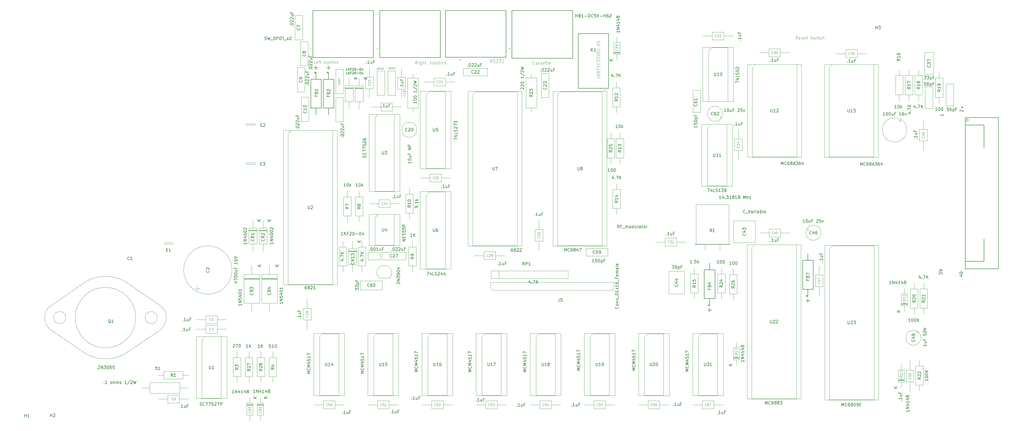
<source format=gbr>
%TF.GenerationSoftware,KiCad,Pcbnew,5.1.7-a382d34a8~88~ubuntu18.04.1*%
%TF.CreationDate,2021-04-28T22:46:49-04:00*%
%TF.ProjectId,coco2,636f636f-322e-46b6-9963-61645f706362,1.0.1*%
%TF.SameCoordinates,Original*%
%TF.FileFunction,Other,Fab,Top*%
%FSLAX46Y46*%
G04 Gerber Fmt 4.6, Leading zero omitted, Abs format (unit mm)*
G04 Created by KiCad (PCBNEW 5.1.7-a382d34a8~88~ubuntu18.04.1) date 2021-04-28 22:46:49*
%MOMM*%
%LPD*%
G01*
G04 APERTURE LIST*
%ADD10C,0.200000*%
%ADD11C,0.127000*%
%ADD12C,0.100000*%
%ADD13C,0.152400*%
%ADD14C,0.015000*%
%ADD15C,0.150000*%
%ADD16C,0.114000*%
%ADD17C,0.120000*%
%ADD18C,0.062500*%
%ADD19C,0.125000*%
G04 APERTURE END LIST*
D10*
%TO.C,J3*%
X163506000Y-43134000D02*
G75*
G03*
X163506000Y-43134000I-100000J0D01*
G01*
D11*
X158450000Y-26850000D02*
X178450000Y-26850000D01*
X158450000Y-42250000D02*
X158450000Y-26850000D01*
X178450000Y-42250000D02*
X158450000Y-42250000D01*
X178450000Y-26850000D02*
X178450000Y-42250000D01*
D12*
%TO.C,C43*%
X253560000Y-96210000D02*
X253560000Y-103410000D01*
X260760000Y-96210000D02*
X253560000Y-96210000D01*
X260760000Y-103410000D02*
X260760000Y-96210000D01*
X253560000Y-103410000D02*
X260760000Y-103410000D01*
D13*
%TO.C,J6*%
X331106000Y-63000000D02*
G75*
G03*
X331106000Y-63000000I-381000J0D01*
G01*
X341037400Y-62199900D02*
X330090000Y-62199900D01*
X341037400Y-112060100D02*
X341037400Y-62199900D01*
X330090000Y-112060100D02*
X341037400Y-112060100D01*
X330090000Y-62199900D02*
X330090000Y-112060100D01*
X336313000Y-109609000D02*
X336313000Y-102243000D01*
X330090000Y-109609000D02*
X336313000Y-109609000D01*
X330090000Y-102243000D02*
X330090000Y-109609000D01*
X336313000Y-64651000D02*
X336313000Y-72017000D01*
X330090000Y-64651000D02*
X336313000Y-64651000D01*
X330090000Y-72017000D02*
X330090000Y-64651000D01*
D11*
%TO.C,J4*%
X200450000Y-26850000D02*
X200450000Y-42650000D01*
X200450000Y-42650000D02*
X180450000Y-42650000D01*
X180450000Y-42650000D02*
X180450000Y-26850000D01*
X180450000Y-26850000D02*
X200450000Y-26850000D01*
D10*
X179786000Y-39444000D02*
G75*
G03*
X179786000Y-39444000I-100000J0D01*
G01*
D11*
%TO.C,J2*%
X156790000Y-26850000D02*
X156790000Y-42350000D01*
X156790000Y-42350000D02*
X136790000Y-42350000D01*
X136790000Y-42350000D02*
X136790000Y-26850000D01*
X136790000Y-26850000D02*
X156790000Y-26850000D01*
D10*
X136126000Y-39444000D02*
G75*
G03*
X136126000Y-39444000I-100000J0D01*
G01*
D11*
%TO.C,J1*%
X134710000Y-26850000D02*
X134710000Y-42350000D01*
X134710000Y-42350000D02*
X114710000Y-42350000D01*
X114710000Y-42350000D02*
X114710000Y-26850000D01*
X114710000Y-26850000D02*
X134710000Y-26850000D01*
D10*
X114046000Y-39444000D02*
G75*
G03*
X114046000Y-39444000I-100000J0D01*
G01*
D12*
%TO.C,CR7*%
X128040000Y-51690000D02*
X125340000Y-51690000D01*
X125340000Y-51690000D02*
X125340000Y-56890000D01*
X125340000Y-56890000D02*
X128040000Y-56890000D01*
X128040000Y-56890000D02*
X128040000Y-51690000D01*
X126690000Y-49210000D02*
X126690000Y-51690000D01*
X126690000Y-59370000D02*
X126690000Y-56890000D01*
X128040000Y-52470000D02*
X125340000Y-52470000D01*
X128040000Y-52570000D02*
X125340000Y-52570000D01*
X128040000Y-52370000D02*
X125340000Y-52370000D01*
%TO.C,CR8*%
X131280000Y-51690000D02*
X128580000Y-51690000D01*
X128580000Y-51690000D02*
X128580000Y-56890000D01*
X128580000Y-56890000D02*
X131280000Y-56890000D01*
X131280000Y-56890000D02*
X131280000Y-51690000D01*
X129930000Y-49210000D02*
X129930000Y-51690000D01*
X129930000Y-59370000D02*
X129930000Y-56890000D01*
X131280000Y-52470000D02*
X128580000Y-52470000D01*
X131280000Y-52570000D02*
X128580000Y-52570000D01*
X131280000Y-52370000D02*
X128580000Y-52370000D01*
%TO.C,CR13*%
X129130000Y-105480000D02*
X126430000Y-105480000D01*
X126430000Y-105480000D02*
X126430000Y-110680000D01*
X126430000Y-110680000D02*
X129130000Y-110680000D01*
X129130000Y-110680000D02*
X129130000Y-105480000D01*
X127780000Y-103000000D02*
X127780000Y-105480000D01*
X127780000Y-113160000D02*
X127780000Y-110680000D01*
X129130000Y-106260000D02*
X126430000Y-106260000D01*
X129130000Y-106360000D02*
X126430000Y-106360000D01*
X129130000Y-106160000D02*
X126430000Y-106160000D01*
%TO.C,R2*%
X70780000Y-153130000D02*
X70780000Y-149530000D01*
X70780000Y-149530000D02*
X60880000Y-149530000D01*
X60880000Y-149530000D02*
X60880000Y-153130000D01*
X60880000Y-153130000D02*
X70780000Y-153130000D01*
X73450000Y-151330000D02*
X70780000Y-151330000D01*
X58210000Y-151330000D02*
X60880000Y-151330000D01*
D13*
%TO.C,FB1*%
X115770000Y-45115600D02*
X115770000Y-46385600D01*
X116405000Y-45750600D02*
X115135000Y-45750600D01*
X115770000Y-47300000D02*
X115770000Y-49535200D01*
X115770000Y-61270000D02*
X115770000Y-59034800D01*
X114017400Y-49535200D02*
X114017400Y-59034800D01*
X114017400Y-59034800D02*
X117522600Y-59034800D01*
X117522600Y-59034800D02*
X117522600Y-49535200D01*
X117522600Y-49535200D02*
X114017400Y-49535200D01*
%TO.C,FB2*%
X119910000Y-45115600D02*
X119910000Y-46385600D01*
X120545000Y-45750600D02*
X119275000Y-45750600D01*
X119910000Y-47300000D02*
X119910000Y-49535200D01*
X119910000Y-61270000D02*
X119910000Y-59034800D01*
X118157400Y-49535200D02*
X118157400Y-59034800D01*
X118157400Y-59034800D02*
X121662600Y-59034800D01*
X121662600Y-59034800D02*
X121662600Y-49535200D01*
X121662600Y-49535200D02*
X118157400Y-49535200D01*
%TO.C,FB4*%
X245700000Y-126284400D02*
X245700000Y-125014400D01*
X245065000Y-125649400D02*
X246335000Y-125649400D01*
X245700000Y-124100000D02*
X245700000Y-121864800D01*
X245700000Y-110130000D02*
X245700000Y-112365200D01*
X247452600Y-121864800D02*
X247452600Y-112365200D01*
X247452600Y-112365200D02*
X243947400Y-112365200D01*
X243947400Y-112365200D02*
X243947400Y-121864800D01*
X243947400Y-121864800D02*
X247452600Y-121864800D01*
%TO.C,FB7*%
X276387400Y-118784800D02*
X279892600Y-118784800D01*
X276387400Y-109285200D02*
X276387400Y-118784800D01*
X279892600Y-109285200D02*
X276387400Y-109285200D01*
X279892600Y-118784800D02*
X279892600Y-109285200D01*
X278140000Y-107050000D02*
X278140000Y-109285200D01*
X278140000Y-121020000D02*
X278140000Y-118784800D01*
X277505000Y-122569400D02*
X278775000Y-122569400D01*
X278140000Y-123204400D02*
X278140000Y-121934400D01*
D12*
%TO.C,U11*%
X246005000Y-64410000D02*
X251355000Y-64410000D01*
X251355000Y-64410000D02*
X251355000Y-84730000D01*
X251355000Y-84730000D02*
X245005000Y-84730000D01*
X245005000Y-84730000D02*
X245005000Y-65410000D01*
X245005000Y-65410000D02*
X246005000Y-64410000D01*
X243100000Y-64350000D02*
X243100000Y-84790000D01*
X243100000Y-84790000D02*
X253260000Y-84790000D01*
X253260000Y-84790000D02*
X253260000Y-64350000D01*
X253260000Y-64350000D02*
X243100000Y-64350000D01*
%TO.C,U22*%
X260555000Y-104120000D02*
X274285000Y-104120000D01*
X274285000Y-104120000D02*
X274285000Y-154920000D01*
X274285000Y-154920000D02*
X259555000Y-154920000D01*
X259555000Y-154920000D02*
X259555000Y-105120000D01*
X259555000Y-105120000D02*
X260555000Y-104120000D01*
X258030000Y-104060000D02*
X258030000Y-154980000D01*
X258030000Y-154980000D02*
X275810000Y-154980000D01*
X275810000Y-154980000D02*
X275810000Y-104060000D01*
X275810000Y-104060000D02*
X258030000Y-104060000D01*
%TO.C,U12*%
X276000000Y-44620000D02*
X258220000Y-44620000D01*
X276000000Y-75220000D02*
X276000000Y-44620000D01*
X258220000Y-75220000D02*
X276000000Y-75220000D01*
X258220000Y-44620000D02*
X258220000Y-75220000D01*
X259745000Y-45680000D02*
X260745000Y-44680000D01*
X259745000Y-75160000D02*
X259745000Y-45680000D01*
X274475000Y-75160000D02*
X259745000Y-75160000D01*
X274475000Y-44680000D02*
X274475000Y-75160000D01*
X260745000Y-44680000D02*
X274475000Y-44680000D01*
%TO.C,U13*%
X301410000Y-44620000D02*
X283630000Y-44620000D01*
X301410000Y-75220000D02*
X301410000Y-44620000D01*
X283630000Y-75220000D02*
X301410000Y-75220000D01*
X283630000Y-44620000D02*
X283630000Y-75220000D01*
X285155000Y-45680000D02*
X286155000Y-44680000D01*
X285155000Y-75160000D02*
X285155000Y-45680000D01*
X299885000Y-75160000D02*
X285155000Y-75160000D01*
X299885000Y-44680000D02*
X299885000Y-75160000D01*
X286155000Y-44680000D02*
X299885000Y-44680000D01*
%TO.C,U5*%
X153035000Y-53530000D02*
X158385000Y-53530000D01*
X158385000Y-53530000D02*
X158385000Y-78930000D01*
X158385000Y-78930000D02*
X152035000Y-78930000D01*
X152035000Y-78930000D02*
X152035000Y-54530000D01*
X152035000Y-54530000D02*
X153035000Y-53530000D01*
X150130000Y-53470000D02*
X150130000Y-78990000D01*
X150130000Y-78990000D02*
X160290000Y-78990000D01*
X160290000Y-78990000D02*
X160290000Y-53470000D01*
X160290000Y-53470000D02*
X150130000Y-53470000D01*
%TO.C,U6*%
X153035000Y-86630000D02*
X158385000Y-86630000D01*
X158385000Y-86630000D02*
X158385000Y-112030000D01*
X158385000Y-112030000D02*
X152035000Y-112030000D01*
X152035000Y-112030000D02*
X152035000Y-87630000D01*
X152035000Y-87630000D02*
X153035000Y-86630000D01*
X150130000Y-86570000D02*
X150130000Y-112090000D01*
X150130000Y-112090000D02*
X160290000Y-112090000D01*
X160290000Y-112090000D02*
X160290000Y-86570000D01*
X160290000Y-86570000D02*
X150130000Y-86570000D01*
%TO.C,U10*%
X246335000Y-39030000D02*
X251685000Y-39030000D01*
X251685000Y-39030000D02*
X251685000Y-56810000D01*
X251685000Y-56810000D02*
X245335000Y-56810000D01*
X245335000Y-56810000D02*
X245335000Y-40030000D01*
X245335000Y-40030000D02*
X246335000Y-39030000D01*
X243430000Y-38970000D02*
X243430000Y-56870000D01*
X243430000Y-56870000D02*
X253590000Y-56870000D01*
X253590000Y-56870000D02*
X253590000Y-38970000D01*
X253590000Y-38970000D02*
X243430000Y-38970000D01*
%TO.C,C2*%
X75742500Y-118535168D02*
X77342500Y-118535168D01*
X76542500Y-119335168D02*
X76542500Y-117735168D01*
X88050000Y-112460000D02*
G75*
G03*
X88050000Y-112460000I-8000000J0D01*
G01*
%TO.C,C3*%
X79320000Y-127500000D02*
X79320000Y-130100000D01*
X79320000Y-130100000D02*
X83120000Y-130100000D01*
X83120000Y-130100000D02*
X83120000Y-127500000D01*
X83120000Y-127500000D02*
X79320000Y-127500000D01*
X76220000Y-128800000D02*
X79320000Y-128800000D01*
X86220000Y-128800000D02*
X83120000Y-128800000D01*
%TO.C,C4*%
X86220000Y-131960000D02*
X83120000Y-131960000D01*
X76220000Y-131960000D02*
X79320000Y-131960000D01*
X83120000Y-130660000D02*
X79320000Y-130660000D01*
X83120000Y-133260000D02*
X83120000Y-130660000D01*
X79320000Y-133260000D02*
X83120000Y-133260000D01*
X79320000Y-130660000D02*
X79320000Y-133260000D01*
%TO.C,C6*%
X73710000Y-154990000D02*
X70610000Y-154990000D01*
X63710000Y-154990000D02*
X66810000Y-154990000D01*
X70610000Y-153690000D02*
X66810000Y-153690000D01*
X70610000Y-156290000D02*
X70610000Y-153690000D01*
X66810000Y-156290000D02*
X70610000Y-156290000D01*
X66810000Y-153690000D02*
X66810000Y-156290000D01*
%TO.C,C11*%
X308897500Y-63203241D02*
X308097500Y-63203241D01*
X308497500Y-62803241D02*
X308497500Y-63603241D01*
X310750000Y-66230000D02*
G75*
G03*
X310750000Y-66230000I-4000000J0D01*
G01*
%TO.C,C15*%
X132080000Y-52580000D02*
X134680000Y-52580000D01*
X134680000Y-52580000D02*
X134680000Y-48780000D01*
X134680000Y-48780000D02*
X132080000Y-48780000D01*
X132080000Y-48780000D02*
X132080000Y-52580000D01*
X133380000Y-55680000D02*
X133380000Y-52580000D01*
X133380000Y-45680000D02*
X133380000Y-48780000D01*
%TO.C,C18*%
X143930000Y-45900000D02*
X143930000Y-49000000D01*
X143930000Y-55900000D02*
X143930000Y-52800000D01*
X142630000Y-49000000D02*
X142630000Y-52800000D01*
X145230000Y-49000000D02*
X142630000Y-49000000D01*
X145230000Y-52800000D02*
X145230000Y-49000000D01*
X142630000Y-52800000D02*
X145230000Y-52800000D01*
%TO.C,C19*%
X144010000Y-58650000D02*
X140910000Y-58650000D01*
X134010000Y-58650000D02*
X137110000Y-58650000D01*
X140910000Y-57350000D02*
X137110000Y-57350000D01*
X140910000Y-59950000D02*
X140910000Y-57350000D01*
X137110000Y-59950000D02*
X140910000Y-59950000D01*
X137110000Y-57350000D02*
X137110000Y-59950000D01*
%TO.C,C21*%
X158470000Y-51700000D02*
X158470000Y-49100000D01*
X158470000Y-49100000D02*
X154670000Y-49100000D01*
X154670000Y-49100000D02*
X154670000Y-51700000D01*
X154670000Y-51700000D02*
X158470000Y-51700000D01*
X161570000Y-50400000D02*
X158470000Y-50400000D01*
X151570000Y-50400000D02*
X154670000Y-50400000D01*
%TO.C,C24*%
X136440000Y-89230000D02*
X136440000Y-91830000D01*
X136440000Y-91830000D02*
X140240000Y-91830000D01*
X140240000Y-91830000D02*
X140240000Y-89230000D01*
X140240000Y-89230000D02*
X136440000Y-89230000D01*
X133340000Y-90530000D02*
X136440000Y-90530000D01*
X143340000Y-90530000D02*
X140240000Y-90530000D01*
%TO.C,C25*%
X160200000Y-82070000D02*
X157100000Y-82070000D01*
X150200000Y-82070000D02*
X153300000Y-82070000D01*
X157100000Y-80770000D02*
X153300000Y-80770000D01*
X157100000Y-83370000D02*
X157100000Y-80770000D01*
X153300000Y-83370000D02*
X157100000Y-83370000D01*
X153300000Y-80770000D02*
X153300000Y-83370000D01*
%TO.C,C26*%
X132900000Y-109090000D02*
X136900000Y-109090000D01*
X132900000Y-106590000D02*
X132900000Y-109090000D01*
X136900000Y-106590000D02*
X132900000Y-106590000D01*
X136900000Y-109090000D02*
X136900000Y-106590000D01*
%TO.C,C28*%
X112790000Y-122000000D02*
X112790000Y-125100000D01*
X112790000Y-132000000D02*
X112790000Y-128900000D01*
X111490000Y-125100000D02*
X111490000Y-128900000D01*
X114090000Y-125100000D02*
X111490000Y-125100000D01*
X114090000Y-128900000D02*
X114090000Y-125100000D01*
X111490000Y-128900000D02*
X114090000Y-128900000D01*
%TO.C,C29*%
X174970000Y-109000000D02*
X174970000Y-106400000D01*
X174970000Y-106400000D02*
X171170000Y-106400000D01*
X171170000Y-106400000D02*
X171170000Y-109000000D01*
X171170000Y-109000000D02*
X174970000Y-109000000D01*
X178070000Y-107700000D02*
X174970000Y-107700000D01*
X168070000Y-107700000D02*
X171170000Y-107700000D01*
%TO.C,C30*%
X190630000Y-99100000D02*
X188030000Y-99100000D01*
X188030000Y-99100000D02*
X188030000Y-102900000D01*
X188030000Y-102900000D02*
X190630000Y-102900000D01*
X190630000Y-102900000D02*
X190630000Y-99100000D01*
X189330000Y-96000000D02*
X189330000Y-99100000D01*
X189330000Y-106000000D02*
X189330000Y-102900000D01*
%TO.C,C32*%
X230970000Y-101900000D02*
X230970000Y-104500000D01*
X230970000Y-104500000D02*
X234770000Y-104500000D01*
X234770000Y-104500000D02*
X234770000Y-101900000D01*
X234770000Y-101900000D02*
X230970000Y-101900000D01*
X227870000Y-103200000D02*
X230970000Y-103200000D01*
X237870000Y-103200000D02*
X234770000Y-103200000D01*
%TO.C,C33*%
X243450000Y-35250000D02*
X246550000Y-35250000D01*
X253450000Y-35250000D02*
X250350000Y-35250000D01*
X246550000Y-36550000D02*
X250350000Y-36550000D01*
X246550000Y-33950000D02*
X246550000Y-36550000D01*
X250350000Y-33950000D02*
X246550000Y-33950000D01*
X250350000Y-36550000D02*
X250350000Y-33950000D01*
%TO.C,C34*%
X256470000Y-69200000D02*
X253870000Y-69200000D01*
X253870000Y-69200000D02*
X253870000Y-73000000D01*
X253870000Y-73000000D02*
X256470000Y-73000000D01*
X256470000Y-73000000D02*
X256470000Y-69200000D01*
X255170000Y-66100000D02*
X255170000Y-69200000D01*
X255170000Y-76100000D02*
X255170000Y-73000000D01*
%TO.C,C35*%
X272115000Y-40770000D02*
X269015000Y-40770000D01*
X262115000Y-40770000D02*
X265215000Y-40770000D01*
X269015000Y-39470000D02*
X265215000Y-39470000D01*
X269015000Y-42070000D02*
X269015000Y-39470000D01*
X265215000Y-42070000D02*
X269015000Y-42070000D01*
X265215000Y-39470000D02*
X265215000Y-42070000D01*
%TO.C,C36*%
X297525000Y-41060000D02*
X294425000Y-41060000D01*
X287525000Y-41060000D02*
X290625000Y-41060000D01*
X294425000Y-39760000D02*
X290625000Y-39760000D01*
X294425000Y-42360000D02*
X294425000Y-39760000D01*
X290625000Y-42360000D02*
X294425000Y-42360000D01*
X290625000Y-39760000D02*
X290625000Y-42360000D01*
%TO.C,C37*%
X319670000Y-40700000D02*
X316670000Y-40700000D01*
X316670000Y-40700000D02*
X316670000Y-47900000D01*
X316670000Y-47900000D02*
X319670000Y-47900000D01*
X319670000Y-47900000D02*
X319670000Y-40700000D01*
%TO.C,C38*%
X319320000Y-52000000D02*
X316820000Y-52000000D01*
X316820000Y-52000000D02*
X316820000Y-59200000D01*
X316820000Y-59200000D02*
X319320000Y-59200000D01*
X319320000Y-59200000D02*
X319320000Y-52000000D01*
%TO.C,C39*%
X326250000Y-58300000D02*
X326250000Y-51100000D01*
X323750000Y-58300000D02*
X326250000Y-58300000D01*
X323750000Y-51100000D02*
X323750000Y-58300000D01*
X326250000Y-51100000D02*
X323750000Y-51100000D01*
%TO.C,C40*%
X314950000Y-69830000D02*
X317550000Y-69830000D01*
X317550000Y-69830000D02*
X317550000Y-66030000D01*
X317550000Y-66030000D02*
X314950000Y-66030000D01*
X314950000Y-66030000D02*
X314950000Y-69830000D01*
X316250000Y-72930000D02*
X316250000Y-69830000D01*
X316250000Y-62930000D02*
X316250000Y-66030000D01*
%TO.C,C44*%
X237270000Y-120350000D02*
X237270000Y-112850000D01*
X232270000Y-120350000D02*
X237270000Y-120350000D01*
X232270000Y-112850000D02*
X232270000Y-120350000D01*
X237270000Y-112850000D02*
X232270000Y-112850000D01*
%TO.C,C45*%
X272200000Y-100210000D02*
X269100000Y-100210000D01*
X262200000Y-100210000D02*
X265300000Y-100210000D01*
X269100000Y-98910000D02*
X265300000Y-98910000D01*
X269100000Y-101510000D02*
X269100000Y-98910000D01*
X265300000Y-101510000D02*
X269100000Y-101510000D01*
X265300000Y-98910000D02*
X265300000Y-101510000D01*
%TO.C,C47*%
X281840000Y-121000000D02*
X281840000Y-117900000D01*
X281840000Y-111000000D02*
X281840000Y-114100000D01*
X283140000Y-117900000D02*
X283140000Y-114100000D01*
X280540000Y-117900000D02*
X283140000Y-117900000D01*
X280540000Y-114100000D02*
X280540000Y-117900000D01*
X283140000Y-114100000D02*
X280540000Y-114100000D01*
%TO.C,C48*%
X314337500Y-132906395D02*
X313837500Y-132906395D01*
X314087500Y-132656395D02*
X314087500Y-133156395D01*
X315500000Y-134790000D02*
G75*
G03*
X315500000Y-134790000I-2500000J0D01*
G01*
%TO.C,C50*%
X121960000Y-158200000D02*
X121960000Y-155600000D01*
X121960000Y-155600000D02*
X118160000Y-155600000D01*
X118160000Y-155600000D02*
X118160000Y-158200000D01*
X118160000Y-158200000D02*
X121960000Y-158200000D01*
X125060000Y-156900000D02*
X121960000Y-156900000D01*
X115060000Y-156900000D02*
X118160000Y-156900000D01*
%TO.C,C51*%
X132929000Y-156900000D02*
X136029000Y-156900000D01*
X142929000Y-156900000D02*
X139829000Y-156900000D01*
X136029000Y-158200000D02*
X139829000Y-158200000D01*
X136029000Y-155600000D02*
X136029000Y-158200000D01*
X139829000Y-155600000D02*
X136029000Y-155600000D01*
X139829000Y-158200000D02*
X139829000Y-155600000D01*
%TO.C,C52*%
X157697000Y-158200000D02*
X157697000Y-155600000D01*
X157697000Y-155600000D02*
X153897000Y-155600000D01*
X153897000Y-155600000D02*
X153897000Y-158200000D01*
X153897000Y-158200000D02*
X157697000Y-158200000D01*
X160797000Y-156900000D02*
X157697000Y-156900000D01*
X150797000Y-156900000D02*
X153897000Y-156900000D01*
%TO.C,C53*%
X168666000Y-156900000D02*
X171766000Y-156900000D01*
X178666000Y-156900000D02*
X175566000Y-156900000D01*
X171766000Y-158200000D02*
X175566000Y-158200000D01*
X171766000Y-155600000D02*
X171766000Y-158200000D01*
X175566000Y-155600000D02*
X171766000Y-155600000D01*
X175566000Y-158200000D02*
X175566000Y-155600000D01*
%TO.C,C54*%
X193434000Y-158200000D02*
X193434000Y-155600000D01*
X193434000Y-155600000D02*
X189634000Y-155600000D01*
X189634000Y-155600000D02*
X189634000Y-158200000D01*
X189634000Y-158200000D02*
X193434000Y-158200000D01*
X196534000Y-156900000D02*
X193434000Y-156900000D01*
X186534000Y-156900000D02*
X189634000Y-156900000D01*
%TO.C,C55*%
X204403000Y-156900000D02*
X207503000Y-156900000D01*
X214403000Y-156900000D02*
X211303000Y-156900000D01*
X207503000Y-158200000D02*
X211303000Y-158200000D01*
X207503000Y-155600000D02*
X207503000Y-158200000D01*
X211303000Y-155600000D02*
X207503000Y-155600000D01*
X211303000Y-158200000D02*
X211303000Y-155600000D01*
%TO.C,C56*%
X229171000Y-158200000D02*
X229171000Y-155600000D01*
X229171000Y-155600000D02*
X225371000Y-155600000D01*
X225371000Y-155600000D02*
X225371000Y-158200000D01*
X225371000Y-158200000D02*
X229171000Y-158200000D01*
X232271000Y-156900000D02*
X229171000Y-156900000D01*
X222271000Y-156900000D02*
X225371000Y-156900000D01*
%TO.C,C57*%
X240140000Y-156900000D02*
X243240000Y-156900000D01*
X250140000Y-156900000D02*
X247040000Y-156900000D01*
X243240000Y-158200000D02*
X247040000Y-158200000D01*
X243240000Y-155600000D02*
X243240000Y-158200000D01*
X247040000Y-155600000D02*
X243240000Y-155600000D01*
X247040000Y-158200000D02*
X247040000Y-155600000D01*
%TO.C,C58*%
X311825000Y-152380000D02*
X311825000Y-149280000D01*
X311825000Y-142380000D02*
X311825000Y-145480000D01*
X313125000Y-149280000D02*
X313125000Y-145480000D01*
X310525000Y-149280000D02*
X313125000Y-149280000D01*
X310525000Y-145480000D02*
X310525000Y-149280000D01*
X313125000Y-145480000D02*
X310525000Y-145480000D01*
%TO.C,C59*%
X204870000Y-107850000D02*
X212070000Y-107850000D01*
X204870000Y-105350000D02*
X204870000Y-107850000D01*
X212070000Y-105350000D02*
X204870000Y-105350000D01*
X212070000Y-107850000D02*
X212070000Y-105350000D01*
%TO.C,C60*%
X130370000Y-119000000D02*
X137570000Y-119000000D01*
X130370000Y-116000000D02*
X130370000Y-119000000D01*
X137570000Y-116000000D02*
X130370000Y-116000000D01*
X137570000Y-119000000D02*
X137570000Y-116000000D01*
%TO.C,C61*%
X242720000Y-53200000D02*
X240220000Y-53200000D01*
X240220000Y-53200000D02*
X240220000Y-60400000D01*
X240220000Y-60400000D02*
X242720000Y-60400000D01*
X242720000Y-60400000D02*
X242720000Y-53200000D01*
%TO.C,CR1*%
X96220000Y-99290000D02*
X93520000Y-99290000D01*
X96220000Y-99490000D02*
X93520000Y-99490000D01*
X96220000Y-99390000D02*
X93520000Y-99390000D01*
X94870000Y-106290000D02*
X94870000Y-103810000D01*
X94870000Y-96130000D02*
X94870000Y-98610000D01*
X96220000Y-103810000D02*
X96220000Y-98610000D01*
X93520000Y-103810000D02*
X96220000Y-103810000D01*
X93520000Y-98610000D02*
X93520000Y-103810000D01*
X96220000Y-98610000D02*
X93520000Y-98610000D01*
%TO.C,CR2*%
X99600000Y-98610000D02*
X96900000Y-98610000D01*
X96900000Y-98610000D02*
X96900000Y-103810000D01*
X96900000Y-103810000D02*
X99600000Y-103810000D01*
X99600000Y-103810000D02*
X99600000Y-98610000D01*
X98250000Y-96130000D02*
X98250000Y-98610000D01*
X98250000Y-106290000D02*
X98250000Y-103810000D01*
X99600000Y-99390000D02*
X96900000Y-99390000D01*
X99600000Y-99490000D02*
X96900000Y-99490000D01*
X99600000Y-99290000D02*
X96900000Y-99290000D01*
%TO.C,CR3*%
X97120000Y-115225000D02*
X91920000Y-115225000D01*
X97120000Y-115425000D02*
X91920000Y-115425000D01*
X97120000Y-115325000D02*
X91920000Y-115325000D01*
X94520000Y-126270000D02*
X94520000Y-123400000D01*
X94520000Y-111030000D02*
X94520000Y-113900000D01*
X97120000Y-123400000D02*
X97120000Y-113900000D01*
X91920000Y-123400000D02*
X97120000Y-123400000D01*
X91920000Y-113900000D02*
X91920000Y-123400000D01*
X97120000Y-113900000D02*
X91920000Y-113900000D01*
%TO.C,CR4*%
X102940000Y-113900000D02*
X97740000Y-113900000D01*
X97740000Y-113900000D02*
X97740000Y-123400000D01*
X97740000Y-123400000D02*
X102940000Y-123400000D01*
X102940000Y-123400000D02*
X102940000Y-113900000D01*
X100340000Y-111030000D02*
X100340000Y-113900000D01*
X100340000Y-126270000D02*
X100340000Y-123400000D01*
X102940000Y-115325000D02*
X97740000Y-115325000D01*
X102940000Y-115425000D02*
X97740000Y-115425000D01*
X102940000Y-115225000D02*
X97740000Y-115225000D01*
%TO.C,CR5*%
X94870000Y-156310000D02*
X92870000Y-156310000D01*
X92870000Y-156310000D02*
X92870000Y-160310000D01*
X92870000Y-160310000D02*
X94870000Y-160310000D01*
X94870000Y-160310000D02*
X94870000Y-156310000D01*
X93870000Y-154500000D02*
X93870000Y-156310000D01*
X93870000Y-162120000D02*
X93870000Y-160310000D01*
X94870000Y-156910000D02*
X92870000Y-156910000D01*
X94870000Y-157010000D02*
X92870000Y-157010000D01*
X94870000Y-156810000D02*
X92870000Y-156810000D01*
%TO.C,CR6*%
X98370000Y-156310000D02*
X96370000Y-156310000D01*
X96370000Y-156310000D02*
X96370000Y-160310000D01*
X96370000Y-160310000D02*
X98370000Y-160310000D01*
X98370000Y-160310000D02*
X98370000Y-156310000D01*
X97370000Y-154500000D02*
X97370000Y-156310000D01*
X97370000Y-162120000D02*
X97370000Y-160310000D01*
X98370000Y-156910000D02*
X96370000Y-156910000D01*
X98370000Y-157010000D02*
X96370000Y-157010000D01*
X98370000Y-156810000D02*
X96370000Y-156810000D01*
%TO.C,CR9*%
X214040000Y-40870000D02*
X216040000Y-40870000D01*
X214040000Y-40670000D02*
X216040000Y-40670000D01*
X214040000Y-40770000D02*
X216040000Y-40770000D01*
X215040000Y-35560000D02*
X215040000Y-37370000D01*
X215040000Y-43180000D02*
X215040000Y-41370000D01*
X214040000Y-37370000D02*
X214040000Y-41370000D01*
X216040000Y-37370000D02*
X214040000Y-37370000D01*
X216040000Y-41370000D02*
X216040000Y-37370000D01*
X214040000Y-41370000D02*
X216040000Y-41370000D01*
%TO.C,CR10*%
X253470000Y-141990000D02*
X255470000Y-141990000D01*
X255470000Y-141990000D02*
X255470000Y-137990000D01*
X255470000Y-137990000D02*
X253470000Y-137990000D01*
X253470000Y-137990000D02*
X253470000Y-141990000D01*
X254470000Y-143800000D02*
X254470000Y-141990000D01*
X254470000Y-136180000D02*
X254470000Y-137990000D01*
X253470000Y-141390000D02*
X255470000Y-141390000D01*
X253470000Y-141290000D02*
X255470000Y-141290000D01*
X253470000Y-141490000D02*
X255470000Y-141490000D01*
%TO.C,CR11*%
X308960000Y-123770000D02*
X310960000Y-123770000D01*
X308960000Y-123570000D02*
X310960000Y-123570000D01*
X308960000Y-123670000D02*
X310960000Y-123670000D01*
X309960000Y-118460000D02*
X309960000Y-120270000D01*
X309960000Y-126080000D02*
X309960000Y-124270000D01*
X308960000Y-120270000D02*
X308960000Y-124270000D01*
X310960000Y-120270000D02*
X308960000Y-120270000D01*
X310960000Y-124270000D02*
X310960000Y-120270000D01*
X308960000Y-124270000D02*
X310960000Y-124270000D01*
%TO.C,CR12*%
X307960000Y-148890000D02*
X309960000Y-148890000D01*
X307960000Y-148690000D02*
X309960000Y-148690000D01*
X307960000Y-148790000D02*
X309960000Y-148790000D01*
X308960000Y-143580000D02*
X308960000Y-145390000D01*
X308960000Y-151200000D02*
X308960000Y-149390000D01*
X307960000Y-145390000D02*
X307960000Y-149390000D01*
X309960000Y-145390000D02*
X307960000Y-145390000D01*
X309960000Y-149390000D02*
X309960000Y-145390000D01*
X307960000Y-149390000D02*
X309960000Y-149390000D01*
%TO.C,E1*%
X65660000Y-103950000D02*
X65660000Y-103450000D01*
X68460000Y-103450000D02*
X68460000Y-103950000D01*
X65660000Y-103450000D02*
X68460000Y-103450000D01*
X68460000Y-103950000D02*
X65660000Y-103950000D01*
%TO.C,E2*%
X95580000Y-64670000D02*
X92780000Y-64670000D01*
X92780000Y-64170000D02*
X95580000Y-64170000D01*
X95580000Y-64170000D02*
X95580000Y-64670000D01*
X92780000Y-64670000D02*
X92780000Y-64170000D01*
%TO.C,E3*%
X92770000Y-77580000D02*
X92770000Y-77080000D01*
X95570000Y-77080000D02*
X95570000Y-77580000D01*
X92770000Y-77080000D02*
X95570000Y-77080000D01*
X95570000Y-77580000D02*
X92770000Y-77580000D01*
%TO.C,Q1*%
X33140000Y-128160000D02*
G75*
G03*
X33140000Y-128160000I-2000000J0D01*
G01*
X63340000Y-128160000D02*
G75*
G03*
X63340000Y-128160000I-2000000J0D01*
G01*
X56240000Y-128160000D02*
G75*
G03*
X56240000Y-128160000I-10000000J0D01*
G01*
X40060000Y-116050000D02*
X28330000Y-124030000D01*
X40060000Y-140280000D02*
X28330000Y-132290000D01*
X52420000Y-116040000D02*
X64150000Y-124030000D01*
X52420000Y-140280000D02*
X64150000Y-132290000D01*
X40067227Y-140283682D02*
G75*
G03*
X52420000Y-140280000I6172773J12123682D01*
G01*
X40067227Y-116036318D02*
G75*
G02*
X52420000Y-116040000I6172773J-12123682D01*
G01*
X64145547Y-124026973D02*
G75*
G02*
X64150000Y-132290000I-2805547J-4133027D01*
G01*
X28334453Y-124026973D02*
G75*
G03*
X28330000Y-132290000I2805547J-4133027D01*
G01*
%TO.C,Q2*%
X136540000Y-115120000D02*
X140040000Y-115120000D01*
X140063625Y-115123625D02*
G75*
G03*
X138310000Y-110890000I-1753625J1753625D01*
G01*
X136556375Y-115123625D02*
G75*
G02*
X138310000Y-110890000I1753625J1753625D01*
G01*
%TO.C,R1*%
X73710000Y-147150000D02*
X71780000Y-147150000D01*
X63550000Y-147150000D02*
X65480000Y-147150000D01*
X71780000Y-145900000D02*
X65480000Y-145900000D01*
X71780000Y-148400000D02*
X71780000Y-145900000D01*
X65480000Y-148400000D02*
X71780000Y-148400000D01*
X65480000Y-145900000D02*
X65480000Y-148400000D01*
%TO.C,R3*%
X89660000Y-139400000D02*
X89660000Y-141330000D01*
X89660000Y-149560000D02*
X89660000Y-147630000D01*
X88410000Y-141330000D02*
X88410000Y-147630000D01*
X90910000Y-141330000D02*
X88410000Y-141330000D01*
X90910000Y-147630000D02*
X90910000Y-141330000D01*
X88410000Y-147630000D02*
X90910000Y-147630000D01*
%TO.C,R4*%
X102720000Y-141330000D02*
X100220000Y-141330000D01*
X100220000Y-141330000D02*
X100220000Y-147630000D01*
X100220000Y-147630000D02*
X102720000Y-147630000D01*
X102720000Y-147630000D02*
X102720000Y-141330000D01*
X101470000Y-139400000D02*
X101470000Y-141330000D01*
X101470000Y-149560000D02*
X101470000Y-147630000D01*
%TO.C,R5*%
X123330000Y-111120000D02*
X125830000Y-111120000D01*
X125830000Y-111120000D02*
X125830000Y-104820000D01*
X125830000Y-104820000D02*
X123330000Y-104820000D01*
X123330000Y-104820000D02*
X123330000Y-111120000D01*
X124580000Y-113050000D02*
X124580000Y-111120000D01*
X124580000Y-102890000D02*
X124580000Y-104820000D01*
%TO.C,R6*%
X130910000Y-102890000D02*
X130910000Y-104820000D01*
X130910000Y-113050000D02*
X130910000Y-111120000D01*
X129660000Y-104820000D02*
X129660000Y-111120000D01*
X132160000Y-104820000D02*
X129660000Y-104820000D01*
X132160000Y-111120000D02*
X132160000Y-104820000D01*
X129660000Y-111120000D02*
X132160000Y-111120000D01*
%TO.C,R7*%
X126070000Y-96560000D02*
X126070000Y-94630000D01*
X126070000Y-86400000D02*
X126070000Y-88330000D01*
X127320000Y-94630000D02*
X127320000Y-88330000D01*
X124820000Y-94630000D02*
X127320000Y-94630000D01*
X124820000Y-88330000D02*
X124820000Y-94630000D01*
X127320000Y-88330000D02*
X124820000Y-88330000D01*
%TO.C,R8*%
X129970000Y-96560000D02*
X129970000Y-94630000D01*
X129970000Y-86400000D02*
X129970000Y-88330000D01*
X131220000Y-94630000D02*
X131220000Y-88330000D01*
X128720000Y-94630000D02*
X131220000Y-94630000D01*
X128720000Y-88330000D02*
X128720000Y-94630000D01*
X131220000Y-88330000D02*
X128720000Y-88330000D01*
%TO.C,R9*%
X148820000Y-104830000D02*
X146320000Y-104830000D01*
X146320000Y-104830000D02*
X146320000Y-111130000D01*
X146320000Y-111130000D02*
X148820000Y-111130000D01*
X148820000Y-111130000D02*
X148820000Y-104830000D01*
X147570000Y-102900000D02*
X147570000Y-104830000D01*
X147570000Y-113060000D02*
X147570000Y-111130000D01*
%TO.C,R10*%
X145330000Y-93670000D02*
X147830000Y-93670000D01*
X147830000Y-93670000D02*
X147830000Y-87370000D01*
X147830000Y-87370000D02*
X145330000Y-87370000D01*
X145330000Y-87370000D02*
X145330000Y-93670000D01*
X146580000Y-95600000D02*
X146580000Y-93670000D01*
X146580000Y-85440000D02*
X146580000Y-87370000D01*
%TO.C,R12*%
X214910000Y-50390000D02*
X214910000Y-52320000D01*
X214910000Y-60550000D02*
X214910000Y-58620000D01*
X213660000Y-52320000D02*
X213660000Y-58620000D01*
X216160000Y-52320000D02*
X213660000Y-52320000D01*
X216160000Y-58620000D02*
X216160000Y-52320000D01*
X213660000Y-58620000D02*
X216160000Y-58620000D01*
%TO.C,R13*%
X217320000Y-69130000D02*
X214820000Y-69130000D01*
X214820000Y-69130000D02*
X214820000Y-75430000D01*
X214820000Y-75430000D02*
X217320000Y-75430000D01*
X217320000Y-75430000D02*
X217320000Y-69130000D01*
X216070000Y-67200000D02*
X216070000Y-69130000D01*
X216070000Y-77360000D02*
X216070000Y-75430000D01*
%TO.C,R14*%
X214970000Y-94060000D02*
X214970000Y-92130000D01*
X214970000Y-83900000D02*
X214970000Y-85830000D01*
X216220000Y-92130000D02*
X216220000Y-85830000D01*
X213720000Y-92130000D02*
X216220000Y-92130000D01*
X213720000Y-85830000D02*
X213720000Y-92130000D01*
X216220000Y-85830000D02*
X213720000Y-85830000D01*
%TO.C,R15*%
X239380000Y-120040000D02*
X241880000Y-120040000D01*
X241880000Y-120040000D02*
X241880000Y-113740000D01*
X241880000Y-113740000D02*
X239380000Y-113740000D01*
X239380000Y-113740000D02*
X239380000Y-120040000D01*
X240630000Y-121970000D02*
X240630000Y-120040000D01*
X240630000Y-111810000D02*
X240630000Y-113740000D01*
%TO.C,R16*%
X307040000Y-54630000D02*
X309540000Y-54630000D01*
X309540000Y-54630000D02*
X309540000Y-48330000D01*
X309540000Y-48330000D02*
X307040000Y-48330000D01*
X307040000Y-48330000D02*
X307040000Y-54630000D01*
X308290000Y-56560000D02*
X308290000Y-54630000D01*
X308290000Y-46400000D02*
X308290000Y-48330000D01*
%TO.C,R17*%
X311495000Y-56560000D02*
X311495000Y-54630000D01*
X311495000Y-46400000D02*
X311495000Y-48330000D01*
X312745000Y-54630000D02*
X312745000Y-48330000D01*
X310245000Y-54630000D02*
X312745000Y-54630000D01*
X310245000Y-48330000D02*
X310245000Y-54630000D01*
X312745000Y-48330000D02*
X310245000Y-48330000D01*
%TO.C,R18*%
X315950000Y-48330000D02*
X313450000Y-48330000D01*
X313450000Y-48330000D02*
X313450000Y-54630000D01*
X313450000Y-54630000D02*
X315950000Y-54630000D01*
X315950000Y-54630000D02*
X315950000Y-48330000D01*
X314700000Y-46400000D02*
X314700000Y-48330000D01*
X314700000Y-56560000D02*
X314700000Y-54630000D01*
%TO.C,R19*%
X320230000Y-55470000D02*
X322730000Y-55470000D01*
X322730000Y-55470000D02*
X322730000Y-49170000D01*
X322730000Y-49170000D02*
X320230000Y-49170000D01*
X320230000Y-49170000D02*
X320230000Y-55470000D01*
X321480000Y-57400000D02*
X321480000Y-55470000D01*
X321480000Y-47240000D02*
X321480000Y-49170000D01*
%TO.C,R20*%
X311970000Y-124990000D02*
X314470000Y-124990000D01*
X314470000Y-124990000D02*
X314470000Y-118690000D01*
X314470000Y-118690000D02*
X311970000Y-118690000D01*
X311970000Y-118690000D02*
X311970000Y-124990000D01*
X313220000Y-126920000D02*
X313220000Y-124990000D01*
X313220000Y-116760000D02*
X313220000Y-118690000D01*
%TO.C,R21*%
X315110000Y-124990000D02*
X317610000Y-124990000D01*
X317610000Y-124990000D02*
X317610000Y-118690000D01*
X317610000Y-118690000D02*
X315110000Y-118690000D01*
X315110000Y-118690000D02*
X315110000Y-124990000D01*
X316360000Y-126920000D02*
X316360000Y-124990000D01*
X316360000Y-116760000D02*
X316360000Y-118690000D01*
%TO.C,R22*%
X314950000Y-142200000D02*
X314950000Y-144130000D01*
X314950000Y-152360000D02*
X314950000Y-150430000D01*
X313700000Y-144130000D02*
X313700000Y-150430000D01*
X316200000Y-144130000D02*
X313700000Y-144130000D01*
X316200000Y-150430000D02*
X316200000Y-144130000D01*
X313700000Y-150430000D02*
X316200000Y-150430000D01*
%TO.C,R26*%
X254720000Y-114030000D02*
X252220000Y-114030000D01*
X252220000Y-114030000D02*
X252220000Y-120330000D01*
X252220000Y-120330000D02*
X254720000Y-120330000D01*
X254720000Y-120330000D02*
X254720000Y-114030000D01*
X253470000Y-112100000D02*
X253470000Y-114030000D01*
X253470000Y-122260000D02*
X253470000Y-120330000D01*
%TO.C,R25*%
X213070000Y-77360000D02*
X213070000Y-75430000D01*
X213070000Y-67200000D02*
X213070000Y-69130000D01*
X214320000Y-75430000D02*
X214320000Y-69130000D01*
X211820000Y-75430000D02*
X214320000Y-75430000D01*
X211820000Y-69130000D02*
X211820000Y-75430000D01*
X214320000Y-69130000D02*
X211820000Y-69130000D01*
%TO.C,R24*%
X249570000Y-121960000D02*
X249570000Y-120030000D01*
X249570000Y-111800000D02*
X249570000Y-113730000D01*
X250820000Y-120030000D02*
X250820000Y-113730000D01*
X248320000Y-120030000D02*
X250820000Y-120030000D01*
X248320000Y-113730000D02*
X248320000Y-120030000D01*
X250820000Y-113730000D02*
X248320000Y-113730000D01*
%TO.C,RP1*%
X176090000Y-112740000D02*
X176090000Y-115240000D01*
X198970000Y-112740000D02*
X173530000Y-112740000D01*
X198970000Y-115240000D02*
X198970000Y-112740000D01*
X173530000Y-115240000D02*
X198970000Y-115240000D01*
X173530000Y-112740000D02*
X173530000Y-115240000D01*
%TO.C,U14*%
X125150000Y-133400000D02*
X114990000Y-133400000D01*
X125150000Y-153840000D02*
X125150000Y-133400000D01*
X114990000Y-153840000D02*
X125150000Y-153840000D01*
X114990000Y-133400000D02*
X114990000Y-153840000D01*
X116895000Y-134460000D02*
X117895000Y-133460000D01*
X116895000Y-153780000D02*
X116895000Y-134460000D01*
X123245000Y-153780000D02*
X116895000Y-153780000D01*
X123245000Y-133460000D02*
X123245000Y-153780000D01*
X117895000Y-133460000D02*
X123245000Y-133460000D01*
%TO.C,U15*%
X135764000Y-133460000D02*
X141114000Y-133460000D01*
X141114000Y-133460000D02*
X141114000Y-153780000D01*
X141114000Y-153780000D02*
X134764000Y-153780000D01*
X134764000Y-153780000D02*
X134764000Y-134460000D01*
X134764000Y-134460000D02*
X135764000Y-133460000D01*
X132859000Y-133400000D02*
X132859000Y-153840000D01*
X132859000Y-153840000D02*
X143019000Y-153840000D01*
X143019000Y-153840000D02*
X143019000Y-133400000D01*
X143019000Y-133400000D02*
X132859000Y-133400000D01*
%TO.C,U16*%
X160887000Y-133400000D02*
X150727000Y-133400000D01*
X160887000Y-153840000D02*
X160887000Y-133400000D01*
X150727000Y-153840000D02*
X160887000Y-153840000D01*
X150727000Y-133400000D02*
X150727000Y-153840000D01*
X152632000Y-134460000D02*
X153632000Y-133460000D01*
X152632000Y-153780000D02*
X152632000Y-134460000D01*
X158982000Y-153780000D02*
X152632000Y-153780000D01*
X158982000Y-133460000D02*
X158982000Y-153780000D01*
X153632000Y-133460000D02*
X158982000Y-133460000D01*
%TO.C,U17*%
X178756000Y-133400000D02*
X168596000Y-133400000D01*
X178756000Y-153840000D02*
X178756000Y-133400000D01*
X168596000Y-153840000D02*
X178756000Y-153840000D01*
X168596000Y-133400000D02*
X168596000Y-153840000D01*
X170501000Y-134460000D02*
X171501000Y-133460000D01*
X170501000Y-153780000D02*
X170501000Y-134460000D01*
X176851000Y-153780000D02*
X170501000Y-153780000D01*
X176851000Y-133460000D02*
X176851000Y-153780000D01*
X171501000Y-133460000D02*
X176851000Y-133460000D01*
%TO.C,U18*%
X189369000Y-133460000D02*
X194719000Y-133460000D01*
X194719000Y-133460000D02*
X194719000Y-153780000D01*
X194719000Y-153780000D02*
X188369000Y-153780000D01*
X188369000Y-153780000D02*
X188369000Y-134460000D01*
X188369000Y-134460000D02*
X189369000Y-133460000D01*
X186464000Y-133400000D02*
X186464000Y-153840000D01*
X186464000Y-153840000D02*
X196624000Y-153840000D01*
X196624000Y-153840000D02*
X196624000Y-133400000D01*
X196624000Y-133400000D02*
X186464000Y-133400000D01*
%TO.C,U19*%
X207238000Y-133460000D02*
X212588000Y-133460000D01*
X212588000Y-133460000D02*
X212588000Y-153780000D01*
X212588000Y-153780000D02*
X206238000Y-153780000D01*
X206238000Y-153780000D02*
X206238000Y-134460000D01*
X206238000Y-134460000D02*
X207238000Y-133460000D01*
X204333000Y-133400000D02*
X204333000Y-153840000D01*
X204333000Y-153840000D02*
X214493000Y-153840000D01*
X214493000Y-153840000D02*
X214493000Y-133400000D01*
X214493000Y-133400000D02*
X204333000Y-133400000D01*
%TO.C,U20*%
X225106000Y-133460000D02*
X230456000Y-133460000D01*
X230456000Y-133460000D02*
X230456000Y-153780000D01*
X230456000Y-153780000D02*
X224106000Y-153780000D01*
X224106000Y-153780000D02*
X224106000Y-134460000D01*
X224106000Y-134460000D02*
X225106000Y-133460000D01*
X222201000Y-133400000D02*
X222201000Y-153840000D01*
X222201000Y-153840000D02*
X232361000Y-153840000D01*
X232361000Y-153840000D02*
X232361000Y-133400000D01*
X232361000Y-133400000D02*
X222201000Y-133400000D01*
%TO.C,U21*%
X250230000Y-133400000D02*
X240070000Y-133400000D01*
X250230000Y-153840000D02*
X250230000Y-133400000D01*
X240070000Y-153840000D02*
X250230000Y-153840000D01*
X240070000Y-133400000D02*
X240070000Y-153840000D01*
X241975000Y-134460000D02*
X242975000Y-133460000D01*
X241975000Y-153780000D02*
X241975000Y-134460000D01*
X248325000Y-153780000D02*
X241975000Y-153780000D01*
X248325000Y-133460000D02*
X248325000Y-153780000D01*
X242975000Y-133460000D02*
X248325000Y-133460000D01*
%TO.C,X1*%
X252070000Y-103900000D02*
X252070000Y-90900000D01*
X252070000Y-90900000D02*
X241170000Y-90900000D01*
X241170000Y-90900000D02*
X241170000Y-103900000D01*
X241170000Y-103900000D02*
X252070000Y-103900000D01*
X249070000Y-103900000D02*
X249070000Y-104900000D01*
X249070000Y-104900000D02*
X249070000Y-105900000D01*
X244170000Y-103900000D02*
X244170000Y-104900000D01*
X244170000Y-104900000D02*
X244170000Y-105900000D01*
X252420000Y-103900000D02*
X252420000Y-104000000D01*
X252420000Y-104000000D02*
X240820000Y-104000000D01*
X240820000Y-104000000D02*
X240820000Y-103900000D01*
X240820000Y-103900000D02*
X252420000Y-103900000D01*
%TO.C,J5*%
X174035000Y-119040000D02*
X173400000Y-118405000D01*
X214040000Y-119040000D02*
X174035000Y-119040000D01*
X214040000Y-116500000D02*
X214040000Y-119040000D01*
X173400000Y-116500000D02*
X214040000Y-116500000D01*
X173400000Y-118405000D02*
X173400000Y-116500000D01*
%TO.C,C7*%
X108800000Y-36505000D02*
X111300000Y-36505000D01*
X111300000Y-36505000D02*
X111300000Y-28505000D01*
X111300000Y-28505000D02*
X108800000Y-28505000D01*
X108800000Y-28505000D02*
X108800000Y-36505000D01*
%TO.C,C8*%
X110625000Y-37080000D02*
X110625000Y-45080000D01*
X113125000Y-37080000D02*
X110625000Y-37080000D01*
X113125000Y-45080000D02*
X113125000Y-37080000D01*
X110625000Y-45080000D02*
X113125000Y-45080000D01*
%TO.C,C9*%
X109520000Y-53680000D02*
X112020000Y-53680000D01*
X112020000Y-53680000D02*
X112020000Y-45680000D01*
X112020000Y-45680000D02*
X109520000Y-45680000D01*
X109520000Y-45680000D02*
X109520000Y-53680000D01*
%TO.C,C10*%
X110900000Y-63430000D02*
X113400000Y-63430000D01*
X113400000Y-63430000D02*
X113400000Y-55430000D01*
X113400000Y-55430000D02*
X110900000Y-55430000D01*
X110900000Y-55430000D02*
X110900000Y-63430000D01*
%TO.C,C13*%
X122270000Y-46300000D02*
X122270000Y-54300000D01*
X124770000Y-46300000D02*
X122270000Y-46300000D01*
X124770000Y-54300000D02*
X124770000Y-46300000D01*
X122270000Y-54300000D02*
X124770000Y-54300000D01*
%TO.C,C16*%
X138420000Y-46800000D02*
X135920000Y-46800000D01*
X135920000Y-46800000D02*
X135920000Y-54800000D01*
X135920000Y-54800000D02*
X138420000Y-54800000D01*
X138420000Y-54800000D02*
X138420000Y-46800000D01*
%TO.C,C17*%
X139450000Y-46770000D02*
X139450000Y-54770000D01*
X141950000Y-46770000D02*
X139450000Y-46770000D01*
X141950000Y-54770000D02*
X141950000Y-46770000D01*
X139450000Y-54770000D02*
X141950000Y-54770000D01*
%TO.C,C22*%
X172380000Y-45880000D02*
X164380000Y-45880000D01*
X172380000Y-48380000D02*
X172380000Y-45880000D01*
X164380000Y-48380000D02*
X172380000Y-48380000D01*
X164380000Y-45880000D02*
X164380000Y-48380000D01*
%TO.C,C23*%
X190130000Y-55590000D02*
X192630000Y-55590000D01*
X192630000Y-55590000D02*
X192630000Y-47590000D01*
X192630000Y-47590000D02*
X190130000Y-47590000D01*
X190130000Y-47590000D02*
X190130000Y-55590000D01*
%TO.C,C27*%
X137470000Y-109050000D02*
X145470000Y-109050000D01*
X137470000Y-106550000D02*
X137470000Y-109050000D01*
X145470000Y-106550000D02*
X137470000Y-106550000D01*
X145470000Y-109050000D02*
X145470000Y-106550000D01*
%TO.C,C14*%
X122220000Y-55570000D02*
X122220000Y-63570000D01*
X124720000Y-55570000D02*
X122220000Y-55570000D01*
X124720000Y-63570000D02*
X124720000Y-55570000D01*
X122220000Y-63570000D02*
X124720000Y-63570000D01*
%TO.C,R11*%
X147720000Y-47730000D02*
X147720000Y-49130000D01*
X147720000Y-60430000D02*
X147720000Y-59030000D01*
X145920000Y-49130000D02*
X145920000Y-59030000D01*
X149520000Y-49130000D02*
X145920000Y-49130000D01*
X149520000Y-59030000D02*
X149520000Y-49130000D01*
X145920000Y-59030000D02*
X149520000Y-59030000D01*
%TO.C,C20*%
X149030000Y-66200000D02*
G75*
G03*
X149030000Y-66200000I-2500000J0D01*
G01*
%TO.C,R23*%
X186840000Y-47690000D02*
X186840000Y-49090000D01*
X186840000Y-60390000D02*
X186840000Y-58990000D01*
X185040000Y-49090000D02*
X185040000Y-58990000D01*
X188640000Y-49090000D02*
X185040000Y-49090000D01*
X188640000Y-58990000D02*
X188640000Y-49090000D01*
X185040000Y-58990000D02*
X188640000Y-58990000D01*
%TO.C,C62*%
X249373605Y-62257500D02*
X249373605Y-61757500D01*
X249623605Y-62007500D02*
X249123605Y-62007500D01*
X249990000Y-60920000D02*
G75*
G03*
X249990000Y-60920000I-2500000J0D01*
G01*
%TO.C,C46*%
X278086395Y-98822500D02*
X278086395Y-99322500D01*
X277836395Y-99072500D02*
X278336395Y-99072500D01*
X282470000Y-100160000D02*
G75*
G03*
X282470000Y-100160000I-2500000J0D01*
G01*
%TO.C,R27*%
X93597000Y-149560000D02*
X93597000Y-147630000D01*
X93597000Y-139400000D02*
X93597000Y-141330000D01*
X94847000Y-147630000D02*
X94847000Y-141330000D01*
X92347000Y-147630000D02*
X94847000Y-147630000D01*
X92347000Y-141330000D02*
X92347000Y-147630000D01*
X94847000Y-141330000D02*
X92347000Y-141330000D01*
%TO.C,R28*%
X98783000Y-141330000D02*
X96283000Y-141330000D01*
X96283000Y-141330000D02*
X96283000Y-147630000D01*
X96283000Y-147630000D02*
X98783000Y-147630000D01*
X98783000Y-147630000D02*
X98783000Y-141330000D01*
X97533000Y-139400000D02*
X97533000Y-141330000D01*
X97533000Y-149560000D02*
X97533000Y-147630000D01*
D10*
%TO.C,K2*%
X211260000Y-53110000D02*
G75*
G03*
X211260000Y-53110000I-100000J0D01*
G01*
D11*
X212325000Y-34500000D02*
X212325000Y-52520000D01*
X202375000Y-34500000D02*
X212325000Y-34500000D01*
X202375000Y-52520000D02*
X202375000Y-34500000D01*
X212325000Y-52520000D02*
X202375000Y-52520000D01*
D12*
%TO.C,U23*%
X301480000Y-104350000D02*
X283700000Y-104350000D01*
X301480000Y-155270000D02*
X301480000Y-104350000D01*
X283700000Y-155270000D02*
X301480000Y-155270000D01*
X283700000Y-104350000D02*
X283700000Y-155270000D01*
X285225000Y-105410000D02*
X286225000Y-104410000D01*
X285225000Y-155210000D02*
X285225000Y-105410000D01*
X299955000Y-155210000D02*
X285225000Y-155210000D01*
X299955000Y-104410000D02*
X299955000Y-155210000D01*
X286225000Y-104410000D02*
X299955000Y-104410000D01*
%TO.C,U8*%
X211760000Y-53580000D02*
X193980000Y-53580000D01*
X211760000Y-104500000D02*
X211760000Y-53580000D01*
X193980000Y-104500000D02*
X211760000Y-104500000D01*
X193980000Y-53580000D02*
X193980000Y-104500000D01*
X195505000Y-54640000D02*
X196505000Y-53640000D01*
X195505000Y-104440000D02*
X195505000Y-54640000D01*
X210235000Y-104440000D02*
X195505000Y-104440000D01*
X210235000Y-53640000D02*
X210235000Y-104440000D01*
X196505000Y-53640000D02*
X210235000Y-53640000D01*
%TO.C,U4*%
X143430000Y-94070000D02*
X133270000Y-94070000D01*
X143430000Y-104350000D02*
X143430000Y-94070000D01*
X133270000Y-104350000D02*
X143430000Y-104350000D01*
X133270000Y-94070000D02*
X133270000Y-104350000D01*
X135175000Y-95130000D02*
X136175000Y-94130000D01*
X135175000Y-104290000D02*
X135175000Y-95130000D01*
X141525000Y-104290000D02*
X135175000Y-104290000D01*
X141525000Y-94130000D02*
X141525000Y-104290000D01*
X136175000Y-94130000D02*
X141525000Y-94130000D01*
%TO.C,U1*%
X86310000Y-134370000D02*
X76150000Y-134370000D01*
X86310000Y-154810000D02*
X86310000Y-134370000D01*
X76150000Y-154810000D02*
X86310000Y-154810000D01*
X76150000Y-134370000D02*
X76150000Y-154810000D01*
X78055000Y-135430000D02*
X79055000Y-134430000D01*
X78055000Y-154750000D02*
X78055000Y-135430000D01*
X84405000Y-154750000D02*
X78055000Y-154750000D01*
X84405000Y-134430000D02*
X84405000Y-154750000D01*
X79055000Y-134430000D02*
X84405000Y-134430000D01*
%TO.C,U2*%
X122720000Y-66380000D02*
X104940000Y-66380000D01*
X122720000Y-117300000D02*
X122720000Y-66380000D01*
X104940000Y-117300000D02*
X122720000Y-117300000D01*
X104940000Y-66380000D02*
X104940000Y-117300000D01*
X106465000Y-67440000D02*
X107465000Y-66440000D01*
X106465000Y-117240000D02*
X106465000Y-67440000D01*
X121195000Y-117240000D02*
X106465000Y-117240000D01*
X121195000Y-66440000D02*
X121195000Y-117240000D01*
X107465000Y-66440000D02*
X121195000Y-66440000D01*
%TO.C,U3*%
X143430000Y-61040000D02*
X133270000Y-61040000D01*
X143430000Y-86560000D02*
X143430000Y-61040000D01*
X133270000Y-86560000D02*
X143430000Y-86560000D01*
X133270000Y-61040000D02*
X133270000Y-86560000D01*
X135175000Y-62100000D02*
X136175000Y-61100000D01*
X135175000Y-86500000D02*
X135175000Y-62100000D01*
X141525000Y-86500000D02*
X135175000Y-86500000D01*
X141525000Y-61100000D02*
X141525000Y-86500000D01*
X136175000Y-61100000D02*
X141525000Y-61100000D01*
%TO.C,U7*%
X168465000Y-53640000D02*
X182195000Y-53640000D01*
X182195000Y-53640000D02*
X182195000Y-104440000D01*
X182195000Y-104440000D02*
X167465000Y-104440000D01*
X167465000Y-104440000D02*
X167465000Y-54640000D01*
X167465000Y-54640000D02*
X168465000Y-53640000D01*
X165940000Y-53580000D02*
X165940000Y-104500000D01*
X165940000Y-104500000D02*
X183720000Y-104500000D01*
X183720000Y-104500000D02*
X183720000Y-53580000D01*
X183720000Y-53580000D02*
X165940000Y-53580000D01*
%TD*%
%TO.C,J3*%
D14*
X173904761Y-44052380D02*
X173571428Y-43576190D01*
X173333333Y-44052380D02*
X173333333Y-43052380D01*
X173714285Y-43052380D01*
X173809523Y-43100000D01*
X173857142Y-43147619D01*
X173904761Y-43242857D01*
X173904761Y-43385714D01*
X173857142Y-43480952D01*
X173809523Y-43528571D01*
X173714285Y-43576190D01*
X173333333Y-43576190D01*
X174285714Y-44004761D02*
X174428571Y-44052380D01*
X174666666Y-44052380D01*
X174761904Y-44004761D01*
X174809523Y-43957142D01*
X174857142Y-43861904D01*
X174857142Y-43766666D01*
X174809523Y-43671428D01*
X174761904Y-43623809D01*
X174666666Y-43576190D01*
X174476190Y-43528571D01*
X174380952Y-43480952D01*
X174333333Y-43433333D01*
X174285714Y-43338095D01*
X174285714Y-43242857D01*
X174333333Y-43147619D01*
X174380952Y-43100000D01*
X174476190Y-43052380D01*
X174714285Y-43052380D01*
X174857142Y-43100000D01*
X175238095Y-43147619D02*
X175285714Y-43100000D01*
X175380952Y-43052380D01*
X175619047Y-43052380D01*
X175714285Y-43100000D01*
X175761904Y-43147619D01*
X175809523Y-43242857D01*
X175809523Y-43338095D01*
X175761904Y-43480952D01*
X175190476Y-44052380D01*
X175809523Y-44052380D01*
X176142857Y-43052380D02*
X176761904Y-43052380D01*
X176428571Y-43433333D01*
X176571428Y-43433333D01*
X176666666Y-43480952D01*
X176714285Y-43528571D01*
X176761904Y-43623809D01*
X176761904Y-43861904D01*
X176714285Y-43957142D01*
X176666666Y-44004761D01*
X176571428Y-44052380D01*
X176285714Y-44052380D01*
X176190476Y-44004761D01*
X176142857Y-43957142D01*
X177142857Y-43147619D02*
X177190476Y-43100000D01*
X177285714Y-43052380D01*
X177523809Y-43052380D01*
X177619047Y-43100000D01*
X177666666Y-43147619D01*
X177714285Y-43242857D01*
X177714285Y-43338095D01*
X177666666Y-43480952D01*
X177095238Y-44052380D01*
X177714285Y-44052380D01*
%TO.C,C43*%
D15*
X257404761Y-93557142D02*
X257357142Y-93604761D01*
X257214285Y-93652380D01*
X257119047Y-93652380D01*
X256976190Y-93604761D01*
X256880952Y-93509523D01*
X256833333Y-93414285D01*
X256785714Y-93223809D01*
X256785714Y-93080952D01*
X256833333Y-92890476D01*
X256880952Y-92795238D01*
X256976190Y-92700000D01*
X257119047Y-92652380D01*
X257214285Y-92652380D01*
X257357142Y-92700000D01*
X257404761Y-92747619D01*
X257595238Y-93747619D02*
X258357142Y-93747619D01*
X258452380Y-92652380D02*
X258785714Y-93652380D01*
X259119047Y-92652380D01*
X259880952Y-93652380D02*
X259880952Y-93128571D01*
X259833333Y-93033333D01*
X259738095Y-92985714D01*
X259547619Y-92985714D01*
X259452380Y-93033333D01*
X259880952Y-93604761D02*
X259785714Y-93652380D01*
X259547619Y-93652380D01*
X259452380Y-93604761D01*
X259404761Y-93509523D01*
X259404761Y-93414285D01*
X259452380Y-93319047D01*
X259547619Y-93271428D01*
X259785714Y-93271428D01*
X259880952Y-93223809D01*
X260357142Y-93652380D02*
X260357142Y-92985714D01*
X260357142Y-93176190D02*
X260404761Y-93080952D01*
X260452380Y-93033333D01*
X260547619Y-92985714D01*
X260642857Y-92985714D01*
X260976190Y-93652380D02*
X260976190Y-92985714D01*
X260976190Y-92652380D02*
X260928571Y-92700000D01*
X260976190Y-92747619D01*
X261023809Y-92700000D01*
X260976190Y-92652380D01*
X260976190Y-92747619D01*
X261880952Y-93652380D02*
X261880952Y-93128571D01*
X261833333Y-93033333D01*
X261738095Y-92985714D01*
X261547619Y-92985714D01*
X261452380Y-93033333D01*
X261880952Y-93604761D02*
X261785714Y-93652380D01*
X261547619Y-93652380D01*
X261452380Y-93604761D01*
X261404761Y-93509523D01*
X261404761Y-93414285D01*
X261452380Y-93319047D01*
X261547619Y-93271428D01*
X261785714Y-93271428D01*
X261880952Y-93223809D01*
X262357142Y-93652380D02*
X262357142Y-92652380D01*
X262357142Y-93033333D02*
X262452380Y-92985714D01*
X262642857Y-92985714D01*
X262738095Y-93033333D01*
X262785714Y-93080952D01*
X262833333Y-93176190D01*
X262833333Y-93461904D01*
X262785714Y-93557142D01*
X262738095Y-93604761D01*
X262642857Y-93652380D01*
X262452380Y-93652380D01*
X262357142Y-93604761D01*
X263404761Y-93652380D02*
X263309523Y-93604761D01*
X263261904Y-93509523D01*
X263261904Y-92652380D01*
X264166666Y-93604761D02*
X264071428Y-93652380D01*
X263880952Y-93652380D01*
X263785714Y-93604761D01*
X263738095Y-93509523D01*
X263738095Y-93128571D01*
X263785714Y-93033333D01*
X263880952Y-92985714D01*
X264071428Y-92985714D01*
X264166666Y-93033333D01*
X264214285Y-93128571D01*
X264214285Y-93223809D01*
X263738095Y-93319047D01*
X257517142Y-100452857D02*
X257564761Y-100500476D01*
X257612380Y-100643333D01*
X257612380Y-100738571D01*
X257564761Y-100881428D01*
X257469523Y-100976666D01*
X257374285Y-101024285D01*
X257183809Y-101071904D01*
X257040952Y-101071904D01*
X256850476Y-101024285D01*
X256755238Y-100976666D01*
X256660000Y-100881428D01*
X256612380Y-100738571D01*
X256612380Y-100643333D01*
X256660000Y-100500476D01*
X256707619Y-100452857D01*
X256945714Y-99595714D02*
X257612380Y-99595714D01*
X256564761Y-99833809D02*
X257279047Y-100071904D01*
X257279047Y-99452857D01*
X256612380Y-99167142D02*
X256612380Y-98548095D01*
X256993333Y-98881428D01*
X256993333Y-98738571D01*
X257040952Y-98643333D01*
X257088571Y-98595714D01*
X257183809Y-98548095D01*
X257421904Y-98548095D01*
X257517142Y-98595714D01*
X257564761Y-98643333D01*
X257612380Y-98738571D01*
X257612380Y-99024285D01*
X257564761Y-99119523D01*
X257517142Y-99167142D01*
%TO.C,U9*%
X215874285Y-98612380D02*
X215540952Y-98136190D01*
X215302857Y-98612380D02*
X215302857Y-97612380D01*
X215683809Y-97612380D01*
X215779047Y-97660000D01*
X215826666Y-97707619D01*
X215874285Y-97802857D01*
X215874285Y-97945714D01*
X215826666Y-98040952D01*
X215779047Y-98088571D01*
X215683809Y-98136190D01*
X215302857Y-98136190D01*
X216636190Y-98088571D02*
X216302857Y-98088571D01*
X216302857Y-98612380D02*
X216302857Y-97612380D01*
X216779047Y-97612380D01*
X216921904Y-98707619D02*
X217683809Y-98707619D01*
X217921904Y-98612380D02*
X217921904Y-97945714D01*
X217921904Y-98040952D02*
X217969523Y-97993333D01*
X218064761Y-97945714D01*
X218207619Y-97945714D01*
X218302857Y-97993333D01*
X218350476Y-98088571D01*
X218350476Y-98612380D01*
X218350476Y-98088571D02*
X218398095Y-97993333D01*
X218493333Y-97945714D01*
X218636190Y-97945714D01*
X218731428Y-97993333D01*
X218779047Y-98088571D01*
X218779047Y-98612380D01*
X219398095Y-98612380D02*
X219302857Y-98564761D01*
X219255238Y-98517142D01*
X219207619Y-98421904D01*
X219207619Y-98136190D01*
X219255238Y-98040952D01*
X219302857Y-97993333D01*
X219398095Y-97945714D01*
X219540952Y-97945714D01*
X219636190Y-97993333D01*
X219683809Y-98040952D01*
X219731428Y-98136190D01*
X219731428Y-98421904D01*
X219683809Y-98517142D01*
X219636190Y-98564761D01*
X219540952Y-98612380D01*
X219398095Y-98612380D01*
X220588571Y-98612380D02*
X220588571Y-97612380D01*
X220588571Y-98564761D02*
X220493333Y-98612380D01*
X220302857Y-98612380D01*
X220207619Y-98564761D01*
X220160000Y-98517142D01*
X220112380Y-98421904D01*
X220112380Y-98136190D01*
X220160000Y-98040952D01*
X220207619Y-97993333D01*
X220302857Y-97945714D01*
X220493333Y-97945714D01*
X220588571Y-97993333D01*
X221493333Y-97945714D02*
X221493333Y-98612380D01*
X221064761Y-97945714D02*
X221064761Y-98469523D01*
X221112380Y-98564761D01*
X221207619Y-98612380D01*
X221350476Y-98612380D01*
X221445714Y-98564761D01*
X221493333Y-98517142D01*
X222112380Y-98612380D02*
X222017142Y-98564761D01*
X221969523Y-98469523D01*
X221969523Y-97612380D01*
X222921904Y-98612380D02*
X222921904Y-98088571D01*
X222874285Y-97993333D01*
X222779047Y-97945714D01*
X222588571Y-97945714D01*
X222493333Y-97993333D01*
X222921904Y-98564761D02*
X222826666Y-98612380D01*
X222588571Y-98612380D01*
X222493333Y-98564761D01*
X222445714Y-98469523D01*
X222445714Y-98374285D01*
X222493333Y-98279047D01*
X222588571Y-98231428D01*
X222826666Y-98231428D01*
X222921904Y-98183809D01*
X223255238Y-97945714D02*
X223636190Y-97945714D01*
X223398095Y-97612380D02*
X223398095Y-98469523D01*
X223445714Y-98564761D01*
X223540952Y-98612380D01*
X223636190Y-98612380D01*
X224112380Y-98612380D02*
X224017142Y-98564761D01*
X223969523Y-98517142D01*
X223921904Y-98421904D01*
X223921904Y-98136190D01*
X223969523Y-98040952D01*
X224017142Y-97993333D01*
X224112380Y-97945714D01*
X224255238Y-97945714D01*
X224350476Y-97993333D01*
X224398095Y-98040952D01*
X224445714Y-98136190D01*
X224445714Y-98421904D01*
X224398095Y-98517142D01*
X224350476Y-98564761D01*
X224255238Y-98612380D01*
X224112380Y-98612380D01*
X224874285Y-98612380D02*
X224874285Y-97945714D01*
X224874285Y-98136190D02*
X224921904Y-98040952D01*
X224969523Y-97993333D01*
X225064761Y-97945714D01*
X225160000Y-97945714D01*
%TO.C,J6*%
X321492380Y-113899523D02*
X321492380Y-113280476D01*
X321873333Y-113613809D01*
X321873333Y-113470952D01*
X321920952Y-113375714D01*
X321968571Y-113328095D01*
X322063809Y-113280476D01*
X322301904Y-113280476D01*
X322397142Y-113328095D01*
X322444761Y-113375714D01*
X322492380Y-113470952D01*
X322492380Y-113756666D01*
X322444761Y-113851904D01*
X322397142Y-113899523D01*
X322492380Y-112804285D02*
X322492380Y-112613809D01*
X322444761Y-112518571D01*
X322397142Y-112470952D01*
X322254285Y-112375714D01*
X322063809Y-112328095D01*
X321682857Y-112328095D01*
X321587619Y-112375714D01*
X321540000Y-112423333D01*
X321492380Y-112518571D01*
X321492380Y-112709047D01*
X321540000Y-112804285D01*
X321587619Y-112851904D01*
X321682857Y-112899523D01*
X321920952Y-112899523D01*
X322016190Y-112851904D01*
X322063809Y-112804285D01*
X322111428Y-112709047D01*
X322111428Y-112518571D01*
X322063809Y-112423333D01*
X322016190Y-112375714D01*
X321920952Y-112328095D01*
X328585714Y-114115714D02*
X329252380Y-114115714D01*
X328204761Y-114353809D02*
X328919047Y-114591904D01*
X328919047Y-113972857D01*
X328252380Y-113401428D02*
X328252380Y-113306190D01*
X328300000Y-113210952D01*
X328347619Y-113163333D01*
X328442857Y-113115714D01*
X328633333Y-113068095D01*
X328871428Y-113068095D01*
X329061904Y-113115714D01*
X329157142Y-113163333D01*
X329204761Y-113210952D01*
X329252380Y-113306190D01*
X329252380Y-113401428D01*
X329204761Y-113496666D01*
X329157142Y-113544285D01*
X329061904Y-113591904D01*
X328871428Y-113639523D01*
X328633333Y-113639523D01*
X328442857Y-113591904D01*
X328347619Y-113544285D01*
X328300000Y-113496666D01*
X328252380Y-113401428D01*
X322922380Y-61044285D02*
X322922380Y-61615714D01*
X322922380Y-61330000D02*
X321922380Y-61330000D01*
X322065238Y-61425238D01*
X322160476Y-61520476D01*
X322208095Y-61615714D01*
X328447619Y-60215714D02*
X328400000Y-60168095D01*
X328352380Y-60072857D01*
X328352380Y-59834761D01*
X328400000Y-59739523D01*
X328447619Y-59691904D01*
X328542857Y-59644285D01*
X328638095Y-59644285D01*
X328780952Y-59691904D01*
X329352380Y-60263333D01*
X329352380Y-59644285D01*
X328832380Y-58780000D02*
X329070476Y-58780000D01*
X328975238Y-59018095D02*
X329070476Y-58780000D01*
X328975238Y-58541904D01*
X329260952Y-58922857D02*
X329070476Y-58780000D01*
X329260952Y-58637142D01*
%TO.C,H1*%
X19538095Y-160952380D02*
X19538095Y-159952380D01*
X19538095Y-160428571D02*
X20109523Y-160428571D01*
X20109523Y-160952380D02*
X20109523Y-159952380D01*
X21109523Y-160952380D02*
X20538095Y-160952380D01*
X20823809Y-160952380D02*
X20823809Y-159952380D01*
X20728571Y-160095238D01*
X20633333Y-160190476D01*
X20538095Y-160238095D01*
%TO.C,S2*%
D14*
X274806190Y-36352380D02*
X274472857Y-35876190D01*
X274234761Y-36352380D02*
X274234761Y-35352380D01*
X274615714Y-35352380D01*
X274710952Y-35400000D01*
X274758571Y-35447619D01*
X274806190Y-35542857D01*
X274806190Y-35685714D01*
X274758571Y-35780952D01*
X274710952Y-35828571D01*
X274615714Y-35876190D01*
X274234761Y-35876190D01*
X275615714Y-36304761D02*
X275520476Y-36352380D01*
X275330000Y-36352380D01*
X275234761Y-36304761D01*
X275187142Y-36209523D01*
X275187142Y-35828571D01*
X275234761Y-35733333D01*
X275330000Y-35685714D01*
X275520476Y-35685714D01*
X275615714Y-35733333D01*
X275663333Y-35828571D01*
X275663333Y-35923809D01*
X275187142Y-36019047D01*
X276044285Y-36304761D02*
X276139523Y-36352380D01*
X276330000Y-36352380D01*
X276425238Y-36304761D01*
X276472857Y-36209523D01*
X276472857Y-36161904D01*
X276425238Y-36066666D01*
X276330000Y-36019047D01*
X276187142Y-36019047D01*
X276091904Y-35971428D01*
X276044285Y-35876190D01*
X276044285Y-35828571D01*
X276091904Y-35733333D01*
X276187142Y-35685714D01*
X276330000Y-35685714D01*
X276425238Y-35733333D01*
X277282380Y-36304761D02*
X277187142Y-36352380D01*
X276996666Y-36352380D01*
X276901428Y-36304761D01*
X276853809Y-36209523D01*
X276853809Y-35828571D01*
X276901428Y-35733333D01*
X276996666Y-35685714D01*
X277187142Y-35685714D01*
X277282380Y-35733333D01*
X277330000Y-35828571D01*
X277330000Y-35923809D01*
X276853809Y-36019047D01*
X277615714Y-35685714D02*
X277996666Y-35685714D01*
X277758571Y-35352380D02*
X277758571Y-36209523D01*
X277806190Y-36304761D01*
X277901428Y-36352380D01*
X277996666Y-36352380D01*
X279044285Y-36304761D02*
X279187142Y-36352380D01*
X279425238Y-36352380D01*
X279520476Y-36304761D01*
X279568095Y-36257142D01*
X279615714Y-36161904D01*
X279615714Y-36066666D01*
X279568095Y-35971428D01*
X279520476Y-35923809D01*
X279425238Y-35876190D01*
X279234761Y-35828571D01*
X279139523Y-35780952D01*
X279091904Y-35733333D01*
X279044285Y-35638095D01*
X279044285Y-35542857D01*
X279091904Y-35447619D01*
X279139523Y-35400000D01*
X279234761Y-35352380D01*
X279472857Y-35352380D01*
X279615714Y-35400000D01*
X279949047Y-35685714D02*
X280139523Y-36352380D01*
X280330000Y-35876190D01*
X280520476Y-36352380D01*
X280710952Y-35685714D01*
X281091904Y-36352380D02*
X281091904Y-35685714D01*
X281091904Y-35352380D02*
X281044285Y-35400000D01*
X281091904Y-35447619D01*
X281139523Y-35400000D01*
X281091904Y-35352380D01*
X281091904Y-35447619D01*
X281425238Y-35685714D02*
X281806190Y-35685714D01*
X281568095Y-35352380D02*
X281568095Y-36209523D01*
X281615714Y-36304761D01*
X281710952Y-36352380D01*
X281806190Y-36352380D01*
X282568095Y-36304761D02*
X282472857Y-36352380D01*
X282282380Y-36352380D01*
X282187142Y-36304761D01*
X282139523Y-36257142D01*
X282091904Y-36161904D01*
X282091904Y-35876190D01*
X282139523Y-35780952D01*
X282187142Y-35733333D01*
X282282380Y-35685714D01*
X282472857Y-35685714D01*
X282568095Y-35733333D01*
X282996666Y-36352380D02*
X282996666Y-35352380D01*
X283425238Y-36352380D02*
X283425238Y-35828571D01*
X283377619Y-35733333D01*
X283282380Y-35685714D01*
X283139523Y-35685714D01*
X283044285Y-35733333D01*
X282996666Y-35780952D01*
%TO.C,J4*%
X187819047Y-44557142D02*
X187771428Y-44604761D01*
X187628571Y-44652380D01*
X187533333Y-44652380D01*
X187390476Y-44604761D01*
X187295238Y-44509523D01*
X187247619Y-44414285D01*
X187200000Y-44223809D01*
X187200000Y-44080952D01*
X187247619Y-43890476D01*
X187295238Y-43795238D01*
X187390476Y-43700000D01*
X187533333Y-43652380D01*
X187628571Y-43652380D01*
X187771428Y-43700000D01*
X187819047Y-43747619D01*
X188676190Y-44652380D02*
X188676190Y-44128571D01*
X188628571Y-44033333D01*
X188533333Y-43985714D01*
X188342857Y-43985714D01*
X188247619Y-44033333D01*
X188676190Y-44604761D02*
X188580952Y-44652380D01*
X188342857Y-44652380D01*
X188247619Y-44604761D01*
X188200000Y-44509523D01*
X188200000Y-44414285D01*
X188247619Y-44319047D01*
X188342857Y-44271428D01*
X188580952Y-44271428D01*
X188676190Y-44223809D01*
X189104761Y-44604761D02*
X189200000Y-44652380D01*
X189390476Y-44652380D01*
X189485714Y-44604761D01*
X189533333Y-44509523D01*
X189533333Y-44461904D01*
X189485714Y-44366666D01*
X189390476Y-44319047D01*
X189247619Y-44319047D01*
X189152380Y-44271428D01*
X189104761Y-44176190D01*
X189104761Y-44128571D01*
X189152380Y-44033333D01*
X189247619Y-43985714D01*
X189390476Y-43985714D01*
X189485714Y-44033333D01*
X189914285Y-44604761D02*
X190009523Y-44652380D01*
X190200000Y-44652380D01*
X190295238Y-44604761D01*
X190342857Y-44509523D01*
X190342857Y-44461904D01*
X190295238Y-44366666D01*
X190200000Y-44319047D01*
X190057142Y-44319047D01*
X189961904Y-44271428D01*
X189914285Y-44176190D01*
X189914285Y-44128571D01*
X189961904Y-44033333D01*
X190057142Y-43985714D01*
X190200000Y-43985714D01*
X190295238Y-44033333D01*
X191152380Y-44604761D02*
X191057142Y-44652380D01*
X190866666Y-44652380D01*
X190771428Y-44604761D01*
X190723809Y-44509523D01*
X190723809Y-44128571D01*
X190771428Y-44033333D01*
X190866666Y-43985714D01*
X191057142Y-43985714D01*
X191152380Y-44033333D01*
X191200000Y-44128571D01*
X191200000Y-44223809D01*
X190723809Y-44319047D01*
X191485714Y-43985714D02*
X191866666Y-43985714D01*
X191628571Y-43652380D02*
X191628571Y-44509523D01*
X191676190Y-44604761D01*
X191771428Y-44652380D01*
X191866666Y-44652380D01*
X192057142Y-43985714D02*
X192438095Y-43985714D01*
X192200000Y-43652380D02*
X192200000Y-44509523D01*
X192247619Y-44604761D01*
X192342857Y-44652380D01*
X192438095Y-44652380D01*
X193152380Y-44604761D02*
X193057142Y-44652380D01*
X192866666Y-44652380D01*
X192771428Y-44604761D01*
X192723809Y-44509523D01*
X192723809Y-44128571D01*
X192771428Y-44033333D01*
X192866666Y-43985714D01*
X193057142Y-43985714D01*
X193152380Y-44033333D01*
X193200000Y-44128571D01*
X193200000Y-44223809D01*
X192723809Y-44319047D01*
%TO.C,J2*%
X149123809Y-44552380D02*
X148790476Y-44076190D01*
X148552380Y-44552380D02*
X148552380Y-43552380D01*
X148933333Y-43552380D01*
X149028571Y-43600000D01*
X149076190Y-43647619D01*
X149123809Y-43742857D01*
X149123809Y-43885714D01*
X149076190Y-43980952D01*
X149028571Y-44028571D01*
X148933333Y-44076190D01*
X148552380Y-44076190D01*
X149552380Y-44552380D02*
X149552380Y-43885714D01*
X149552380Y-43552380D02*
X149504761Y-43600000D01*
X149552380Y-43647619D01*
X149600000Y-43600000D01*
X149552380Y-43552380D01*
X149552380Y-43647619D01*
X150457142Y-43885714D02*
X150457142Y-44695238D01*
X150409523Y-44790476D01*
X150361904Y-44838095D01*
X150266666Y-44885714D01*
X150123809Y-44885714D01*
X150028571Y-44838095D01*
X150457142Y-44504761D02*
X150361904Y-44552380D01*
X150171428Y-44552380D01*
X150076190Y-44504761D01*
X150028571Y-44457142D01*
X149980952Y-44361904D01*
X149980952Y-44076190D01*
X150028571Y-43980952D01*
X150076190Y-43933333D01*
X150171428Y-43885714D01*
X150361904Y-43885714D01*
X150457142Y-43933333D01*
X150933333Y-44552380D02*
X150933333Y-43552380D01*
X151361904Y-44552380D02*
X151361904Y-44028571D01*
X151314285Y-43933333D01*
X151219047Y-43885714D01*
X151076190Y-43885714D01*
X150980952Y-43933333D01*
X150933333Y-43980952D01*
X151695238Y-43885714D02*
X152076190Y-43885714D01*
X151838095Y-43552380D02*
X151838095Y-44409523D01*
X151885714Y-44504761D01*
X151980952Y-44552380D01*
X152076190Y-44552380D01*
X153457142Y-43552380D02*
X153457142Y-44266666D01*
X153409523Y-44409523D01*
X153314285Y-44504761D01*
X153171428Y-44552380D01*
X153076190Y-44552380D01*
X154076190Y-44552380D02*
X153980952Y-44504761D01*
X153933333Y-44457142D01*
X153885714Y-44361904D01*
X153885714Y-44076190D01*
X153933333Y-43980952D01*
X153980952Y-43933333D01*
X154076190Y-43885714D01*
X154219047Y-43885714D01*
X154314285Y-43933333D01*
X154361904Y-43980952D01*
X154409523Y-44076190D01*
X154409523Y-44361904D01*
X154361904Y-44457142D01*
X154314285Y-44504761D01*
X154219047Y-44552380D01*
X154076190Y-44552380D01*
X154742857Y-43885714D02*
X154980952Y-44552380D01*
X155219047Y-43885714D02*
X154980952Y-44552380D01*
X154885714Y-44790476D01*
X154838095Y-44838095D01*
X154742857Y-44885714D01*
X155552380Y-44504761D02*
X155647619Y-44552380D01*
X155838095Y-44552380D01*
X155933333Y-44504761D01*
X155980952Y-44409523D01*
X155980952Y-44361904D01*
X155933333Y-44266666D01*
X155838095Y-44219047D01*
X155695238Y-44219047D01*
X155600000Y-44171428D01*
X155552380Y-44076190D01*
X155552380Y-44028571D01*
X155600000Y-43933333D01*
X155695238Y-43885714D01*
X155838095Y-43885714D01*
X155933333Y-43933333D01*
X156266666Y-43885714D02*
X156647619Y-43885714D01*
X156409523Y-43552380D02*
X156409523Y-44409523D01*
X156457142Y-44504761D01*
X156552380Y-44552380D01*
X156647619Y-44552380D01*
X156980952Y-44552380D02*
X156980952Y-43885714D01*
X156980952Y-43552380D02*
X156933333Y-43600000D01*
X156980952Y-43647619D01*
X157028571Y-43600000D01*
X156980952Y-43552380D01*
X156980952Y-43647619D01*
X157885714Y-44504761D02*
X157790476Y-44552380D01*
X157600000Y-44552380D01*
X157504761Y-44504761D01*
X157457142Y-44457142D01*
X157409523Y-44361904D01*
X157409523Y-44076190D01*
X157457142Y-43980952D01*
X157504761Y-43933333D01*
X157600000Y-43885714D01*
X157790476Y-43885714D01*
X157885714Y-43933333D01*
X158314285Y-44552380D02*
X158314285Y-43552380D01*
X158409523Y-44171428D02*
X158695238Y-44552380D01*
X158695238Y-43885714D02*
X158314285Y-44266666D01*
%TO.C,J1*%
X115659523Y-44284523D02*
X115254761Y-44284523D01*
X115254761Y-43434523D01*
X116266666Y-44244047D02*
X116185714Y-44284523D01*
X116023809Y-44284523D01*
X115942857Y-44244047D01*
X115902380Y-44163095D01*
X115902380Y-43839285D01*
X115942857Y-43758333D01*
X116023809Y-43717857D01*
X116185714Y-43717857D01*
X116266666Y-43758333D01*
X116307142Y-43839285D01*
X116307142Y-43920238D01*
X115902380Y-44001190D01*
X116550000Y-43717857D02*
X116873809Y-43717857D01*
X116671428Y-44284523D02*
X116671428Y-43555952D01*
X116711904Y-43475000D01*
X116792857Y-43434523D01*
X116873809Y-43434523D01*
X117035714Y-43717857D02*
X117359523Y-43717857D01*
X117157142Y-43434523D02*
X117157142Y-44163095D01*
X117197619Y-44244047D01*
X117278571Y-44284523D01*
X117359523Y-44284523D01*
X118533333Y-43434523D02*
X118533333Y-44041666D01*
X118492857Y-44163095D01*
X118411904Y-44244047D01*
X118290476Y-44284523D01*
X118209523Y-44284523D01*
X119059523Y-44284523D02*
X118978571Y-44244047D01*
X118938095Y-44203571D01*
X118897619Y-44122619D01*
X118897619Y-43879761D01*
X118938095Y-43798809D01*
X118978571Y-43758333D01*
X119059523Y-43717857D01*
X119180952Y-43717857D01*
X119261904Y-43758333D01*
X119302380Y-43798809D01*
X119342857Y-43879761D01*
X119342857Y-44122619D01*
X119302380Y-44203571D01*
X119261904Y-44244047D01*
X119180952Y-44284523D01*
X119059523Y-44284523D01*
X119626190Y-43717857D02*
X119828571Y-44284523D01*
X120030952Y-43717857D02*
X119828571Y-44284523D01*
X119747619Y-44486904D01*
X119707142Y-44527380D01*
X119626190Y-44567857D01*
X120314285Y-44244047D02*
X120395238Y-44284523D01*
X120557142Y-44284523D01*
X120638095Y-44244047D01*
X120678571Y-44163095D01*
X120678571Y-44122619D01*
X120638095Y-44041666D01*
X120557142Y-44001190D01*
X120435714Y-44001190D01*
X120354761Y-43960714D01*
X120314285Y-43879761D01*
X120314285Y-43839285D01*
X120354761Y-43758333D01*
X120435714Y-43717857D01*
X120557142Y-43717857D01*
X120638095Y-43758333D01*
X120921428Y-43717857D02*
X121245238Y-43717857D01*
X121042857Y-43434523D02*
X121042857Y-44163095D01*
X121083333Y-44244047D01*
X121164285Y-44284523D01*
X121245238Y-44284523D01*
X121528571Y-44284523D02*
X121528571Y-43717857D01*
X121528571Y-43434523D02*
X121488095Y-43475000D01*
X121528571Y-43515476D01*
X121569047Y-43475000D01*
X121528571Y-43434523D01*
X121528571Y-43515476D01*
X122297619Y-44244047D02*
X122216666Y-44284523D01*
X122054761Y-44284523D01*
X121973809Y-44244047D01*
X121933333Y-44203571D01*
X121892857Y-44122619D01*
X121892857Y-43879761D01*
X121933333Y-43798809D01*
X121973809Y-43758333D01*
X122054761Y-43717857D01*
X122216666Y-43717857D01*
X122297619Y-43758333D01*
X122661904Y-44284523D02*
X122661904Y-43434523D01*
X122742857Y-43960714D02*
X122985714Y-44284523D01*
X122985714Y-43717857D02*
X122661904Y-44041666D01*
%TO.C,CR7*%
D15*
X126125000Y-47839285D02*
X125696428Y-47839285D01*
X125910714Y-47839285D02*
X125910714Y-47089285D01*
X125839285Y-47196428D01*
X125767857Y-47267857D01*
X125696428Y-47303571D01*
X126446428Y-47839285D02*
X126446428Y-47089285D01*
X126875000Y-47839285D02*
X126553571Y-47410714D01*
X126875000Y-47089285D02*
X126446428Y-47517857D01*
X127446428Y-47446428D02*
X127196428Y-47446428D01*
X127196428Y-47839285D02*
X127196428Y-47089285D01*
X127553571Y-47089285D01*
X127803571Y-47160714D02*
X127839285Y-47125000D01*
X127910714Y-47089285D01*
X128089285Y-47089285D01*
X128160714Y-47125000D01*
X128196428Y-47160714D01*
X128232142Y-47232142D01*
X128232142Y-47303571D01*
X128196428Y-47410714D01*
X127767857Y-47839285D01*
X128232142Y-47839285D01*
X128696428Y-47089285D02*
X128767857Y-47089285D01*
X128839285Y-47125000D01*
X128875000Y-47160714D01*
X128910714Y-47232142D01*
X128946428Y-47375000D01*
X128946428Y-47553571D01*
X128910714Y-47696428D01*
X128875000Y-47767857D01*
X128839285Y-47803571D01*
X128767857Y-47839285D01*
X128696428Y-47839285D01*
X128625000Y-47803571D01*
X128589285Y-47767857D01*
X128553571Y-47696428D01*
X128517857Y-47553571D01*
X128517857Y-47375000D01*
X128553571Y-47232142D01*
X128589285Y-47160714D01*
X128625000Y-47125000D01*
X128696428Y-47089285D01*
X129267857Y-47553571D02*
X129839285Y-47553571D01*
X130339285Y-47089285D02*
X130410714Y-47089285D01*
X130482142Y-47125000D01*
X130517857Y-47160714D01*
X130553571Y-47232142D01*
X130589285Y-47375000D01*
X130589285Y-47553571D01*
X130553571Y-47696428D01*
X130517857Y-47767857D01*
X130482142Y-47803571D01*
X130410714Y-47839285D01*
X130339285Y-47839285D01*
X130267857Y-47803571D01*
X130232142Y-47767857D01*
X130196428Y-47696428D01*
X130160714Y-47553571D01*
X130160714Y-47375000D01*
X130196428Y-47232142D01*
X130232142Y-47160714D01*
X130267857Y-47125000D01*
X130339285Y-47089285D01*
X131232142Y-47339285D02*
X131232142Y-47839285D01*
X131053571Y-47053571D02*
X130875000Y-47589285D01*
X131339285Y-47589285D01*
X129342380Y-49471904D02*
X128342380Y-49471904D01*
X129342380Y-48900476D02*
X128770952Y-49329047D01*
X128342380Y-48900476D02*
X128913809Y-49471904D01*
%TO.C,CR8*%
X126125000Y-46639285D02*
X125696428Y-46639285D01*
X125910714Y-46639285D02*
X125910714Y-45889285D01*
X125839285Y-45996428D01*
X125767857Y-46067857D01*
X125696428Y-46103571D01*
X126446428Y-46639285D02*
X126446428Y-45889285D01*
X126875000Y-46639285D02*
X126553571Y-46210714D01*
X126875000Y-45889285D02*
X126446428Y-46317857D01*
X127446428Y-46246428D02*
X127196428Y-46246428D01*
X127196428Y-46639285D02*
X127196428Y-45889285D01*
X127553571Y-45889285D01*
X127803571Y-45960714D02*
X127839285Y-45925000D01*
X127910714Y-45889285D01*
X128089285Y-45889285D01*
X128160714Y-45925000D01*
X128196428Y-45960714D01*
X128232142Y-46032142D01*
X128232142Y-46103571D01*
X128196428Y-46210714D01*
X127767857Y-46639285D01*
X128232142Y-46639285D01*
X128696428Y-45889285D02*
X128767857Y-45889285D01*
X128839285Y-45925000D01*
X128875000Y-45960714D01*
X128910714Y-46032142D01*
X128946428Y-46175000D01*
X128946428Y-46353571D01*
X128910714Y-46496428D01*
X128875000Y-46567857D01*
X128839285Y-46603571D01*
X128767857Y-46639285D01*
X128696428Y-46639285D01*
X128625000Y-46603571D01*
X128589285Y-46567857D01*
X128553571Y-46496428D01*
X128517857Y-46353571D01*
X128517857Y-46175000D01*
X128553571Y-46032142D01*
X128589285Y-45960714D01*
X128625000Y-45925000D01*
X128696428Y-45889285D01*
X129267857Y-46353571D02*
X129839285Y-46353571D01*
X130339285Y-45889285D02*
X130410714Y-45889285D01*
X130482142Y-45925000D01*
X130517857Y-45960714D01*
X130553571Y-46032142D01*
X130589285Y-46175000D01*
X130589285Y-46353571D01*
X130553571Y-46496428D01*
X130517857Y-46567857D01*
X130482142Y-46603571D01*
X130410714Y-46639285D01*
X130339285Y-46639285D01*
X130267857Y-46603571D01*
X130232142Y-46567857D01*
X130196428Y-46496428D01*
X130160714Y-46353571D01*
X130160714Y-46175000D01*
X130196428Y-46032142D01*
X130232142Y-45960714D01*
X130267857Y-45925000D01*
X130339285Y-45889285D01*
X131232142Y-46139285D02*
X131232142Y-46639285D01*
X131053571Y-45853571D02*
X130875000Y-46389285D01*
X131339285Y-46389285D01*
X132582380Y-49471904D02*
X131582380Y-49471904D01*
X132582380Y-48900476D02*
X132010952Y-49329047D01*
X131582380Y-48900476D02*
X132153809Y-49471904D01*
%TO.C,CR13*%
X124633333Y-100952380D02*
X124061904Y-100952380D01*
X124347619Y-100952380D02*
X124347619Y-99952380D01*
X124252380Y-100095238D01*
X124157142Y-100190476D01*
X124061904Y-100238095D01*
X125061904Y-100952380D02*
X125061904Y-99952380D01*
X125633333Y-100952380D02*
X125204761Y-100380952D01*
X125633333Y-99952380D02*
X125061904Y-100523809D01*
X126395238Y-100428571D02*
X126061904Y-100428571D01*
X126061904Y-100952380D02*
X126061904Y-99952380D01*
X126538095Y-99952380D01*
X126871428Y-100047619D02*
X126919047Y-100000000D01*
X127014285Y-99952380D01*
X127252380Y-99952380D01*
X127347619Y-100000000D01*
X127395238Y-100047619D01*
X127442857Y-100142857D01*
X127442857Y-100238095D01*
X127395238Y-100380952D01*
X126823809Y-100952380D01*
X127442857Y-100952380D01*
X128061904Y-99952380D02*
X128157142Y-99952380D01*
X128252380Y-100000000D01*
X128300000Y-100047619D01*
X128347619Y-100142857D01*
X128395238Y-100333333D01*
X128395238Y-100571428D01*
X128347619Y-100761904D01*
X128300000Y-100857142D01*
X128252380Y-100904761D01*
X128157142Y-100952380D01*
X128061904Y-100952380D01*
X127966666Y-100904761D01*
X127919047Y-100857142D01*
X127871428Y-100761904D01*
X127823809Y-100571428D01*
X127823809Y-100333333D01*
X127871428Y-100142857D01*
X127919047Y-100047619D01*
X127966666Y-100000000D01*
X128061904Y-99952380D01*
X128823809Y-100571428D02*
X129585714Y-100571428D01*
X130252380Y-99952380D02*
X130347619Y-99952380D01*
X130442857Y-100000000D01*
X130490476Y-100047619D01*
X130538095Y-100142857D01*
X130585714Y-100333333D01*
X130585714Y-100571428D01*
X130538095Y-100761904D01*
X130490476Y-100857142D01*
X130442857Y-100904761D01*
X130347619Y-100952380D01*
X130252380Y-100952380D01*
X130157142Y-100904761D01*
X130109523Y-100857142D01*
X130061904Y-100761904D01*
X130014285Y-100571428D01*
X130014285Y-100333333D01*
X130061904Y-100142857D01*
X130109523Y-100047619D01*
X130157142Y-100000000D01*
X130252380Y-99952380D01*
X131442857Y-100285714D02*
X131442857Y-100952380D01*
X131204761Y-99904761D02*
X130966666Y-100619047D01*
X131585714Y-100619047D01*
X130432380Y-103261904D02*
X129432380Y-103261904D01*
X130432380Y-102690476D02*
X129860952Y-103119047D01*
X129432380Y-102690476D02*
X130003809Y-103261904D01*
X128257142Y-109942857D02*
X128304761Y-109990476D01*
X128352380Y-110133333D01*
X128352380Y-110228571D01*
X128304761Y-110371428D01*
X128209523Y-110466666D01*
X128114285Y-110514285D01*
X127923809Y-110561904D01*
X127780952Y-110561904D01*
X127590476Y-110514285D01*
X127495238Y-110466666D01*
X127400000Y-110371428D01*
X127352380Y-110228571D01*
X127352380Y-110133333D01*
X127400000Y-109990476D01*
X127447619Y-109942857D01*
X128352380Y-108942857D02*
X127876190Y-109276190D01*
X128352380Y-109514285D02*
X127352380Y-109514285D01*
X127352380Y-109133333D01*
X127400000Y-109038095D01*
X127447619Y-108990476D01*
X127542857Y-108942857D01*
X127685714Y-108942857D01*
X127780952Y-108990476D01*
X127828571Y-109038095D01*
X127876190Y-109133333D01*
X127876190Y-109514285D01*
X128352380Y-107990476D02*
X128352380Y-108561904D01*
X128352380Y-108276190D02*
X127352380Y-108276190D01*
X127495238Y-108371428D01*
X127590476Y-108466666D01*
X127638095Y-108561904D01*
X127352380Y-107657142D02*
X127352380Y-107038095D01*
X127733333Y-107371428D01*
X127733333Y-107228571D01*
X127780952Y-107133333D01*
X127828571Y-107085714D01*
X127923809Y-107038095D01*
X128161904Y-107038095D01*
X128257142Y-107085714D01*
X128304761Y-107133333D01*
X128352380Y-107228571D01*
X128352380Y-107514285D01*
X128304761Y-107609523D01*
X128257142Y-107657142D01*
%TO.C,R2*%
X45738095Y-149857142D02*
X45785714Y-149904761D01*
X45738095Y-149952380D01*
X45690476Y-149904761D01*
X45738095Y-149857142D01*
X45738095Y-149952380D01*
X46738095Y-149952380D02*
X46166666Y-149952380D01*
X46452380Y-149952380D02*
X46452380Y-148952380D01*
X46357142Y-149095238D01*
X46261904Y-149190476D01*
X46166666Y-149238095D01*
X48071428Y-149952380D02*
X47976190Y-149904761D01*
X47928571Y-149857142D01*
X47880952Y-149761904D01*
X47880952Y-149476190D01*
X47928571Y-149380952D01*
X47976190Y-149333333D01*
X48071428Y-149285714D01*
X48214285Y-149285714D01*
X48309523Y-149333333D01*
X48357142Y-149380952D01*
X48404761Y-149476190D01*
X48404761Y-149761904D01*
X48357142Y-149857142D01*
X48309523Y-149904761D01*
X48214285Y-149952380D01*
X48071428Y-149952380D01*
X48833333Y-149952380D02*
X48833333Y-148952380D01*
X49261904Y-149952380D02*
X49261904Y-149428571D01*
X49214285Y-149333333D01*
X49119047Y-149285714D01*
X48976190Y-149285714D01*
X48880952Y-149333333D01*
X48833333Y-149380952D01*
X49738095Y-149952380D02*
X49738095Y-149285714D01*
X49738095Y-149380952D02*
X49785714Y-149333333D01*
X49880952Y-149285714D01*
X50023809Y-149285714D01*
X50119047Y-149333333D01*
X50166666Y-149428571D01*
X50166666Y-149952380D01*
X50166666Y-149428571D02*
X50214285Y-149333333D01*
X50309523Y-149285714D01*
X50452380Y-149285714D01*
X50547619Y-149333333D01*
X50595238Y-149428571D01*
X50595238Y-149952380D01*
X51023809Y-149904761D02*
X51119047Y-149952380D01*
X51309523Y-149952380D01*
X51404761Y-149904761D01*
X51452380Y-149809523D01*
X51452380Y-149761904D01*
X51404761Y-149666666D01*
X51309523Y-149619047D01*
X51166666Y-149619047D01*
X51071428Y-149571428D01*
X51023809Y-149476190D01*
X51023809Y-149428571D01*
X51071428Y-149333333D01*
X51166666Y-149285714D01*
X51309523Y-149285714D01*
X51404761Y-149333333D01*
X53166666Y-149952380D02*
X52595238Y-149952380D01*
X52880952Y-149952380D02*
X52880952Y-148952380D01*
X52785714Y-149095238D01*
X52690476Y-149190476D01*
X52595238Y-149238095D01*
X54309523Y-148904761D02*
X53452380Y-150190476D01*
X54595238Y-149047619D02*
X54642857Y-149000000D01*
X54738095Y-148952380D01*
X54976190Y-148952380D01*
X55071428Y-149000000D01*
X55119047Y-149047619D01*
X55166666Y-149142857D01*
X55166666Y-149238095D01*
X55119047Y-149380952D01*
X54547619Y-149952380D01*
X55166666Y-149952380D01*
X55500000Y-148952380D02*
X55738095Y-149952380D01*
X55928571Y-149238095D01*
X56119047Y-149952380D01*
X56357142Y-148952380D01*
%TO.C,FB1*%
X115828571Y-54833333D02*
X115828571Y-55166666D01*
X116352380Y-55166666D02*
X115352380Y-55166666D01*
X115352380Y-54690476D01*
X115828571Y-53976190D02*
X115876190Y-53833333D01*
X115923809Y-53785714D01*
X116019047Y-53738095D01*
X116161904Y-53738095D01*
X116257142Y-53785714D01*
X116304761Y-53833333D01*
X116352380Y-53928571D01*
X116352380Y-54309523D01*
X115352380Y-54309523D01*
X115352380Y-53976190D01*
X115400000Y-53880952D01*
X115447619Y-53833333D01*
X115542857Y-53785714D01*
X115638095Y-53785714D01*
X115733333Y-53833333D01*
X115780952Y-53880952D01*
X115828571Y-53976190D01*
X115828571Y-54309523D01*
X116352380Y-52785714D02*
X116352380Y-53357142D01*
X116352380Y-53071428D02*
X115352380Y-53071428D01*
X115495238Y-53166666D01*
X115590476Y-53261904D01*
X115638095Y-53357142D01*
X115222380Y-47300000D02*
X115460476Y-47300000D01*
X115365238Y-47538095D02*
X115460476Y-47300000D01*
X115365238Y-47061904D01*
X115650952Y-47442857D02*
X115460476Y-47300000D01*
X115650952Y-47157142D01*
%TO.C,FB2*%
X119828571Y-54933333D02*
X119828571Y-55266666D01*
X120352380Y-55266666D02*
X119352380Y-55266666D01*
X119352380Y-54790476D01*
X119828571Y-54076190D02*
X119876190Y-53933333D01*
X119923809Y-53885714D01*
X120019047Y-53838095D01*
X120161904Y-53838095D01*
X120257142Y-53885714D01*
X120304761Y-53933333D01*
X120352380Y-54028571D01*
X120352380Y-54409523D01*
X119352380Y-54409523D01*
X119352380Y-54076190D01*
X119400000Y-53980952D01*
X119447619Y-53933333D01*
X119542857Y-53885714D01*
X119638095Y-53885714D01*
X119733333Y-53933333D01*
X119780952Y-53980952D01*
X119828571Y-54076190D01*
X119828571Y-54409523D01*
X119447619Y-53457142D02*
X119400000Y-53409523D01*
X119352380Y-53314285D01*
X119352380Y-53076190D01*
X119400000Y-52980952D01*
X119447619Y-52933333D01*
X119542857Y-52885714D01*
X119638095Y-52885714D01*
X119780952Y-52933333D01*
X120352380Y-53504761D01*
X120352380Y-52885714D01*
X119362380Y-47300000D02*
X119600476Y-47300000D01*
X119505238Y-47538095D02*
X119600476Y-47300000D01*
X119505238Y-47061904D01*
X119790952Y-47442857D02*
X119600476Y-47300000D01*
X119790952Y-47157142D01*
%TO.C,FB4*%
X245628571Y-118583333D02*
X245628571Y-118916666D01*
X246152380Y-118916666D02*
X245152380Y-118916666D01*
X245152380Y-118440476D01*
X245628571Y-117726190D02*
X245676190Y-117583333D01*
X245723809Y-117535714D01*
X245819047Y-117488095D01*
X245961904Y-117488095D01*
X246057142Y-117535714D01*
X246104761Y-117583333D01*
X246152380Y-117678571D01*
X246152380Y-118059523D01*
X245152380Y-118059523D01*
X245152380Y-117726190D01*
X245200000Y-117630952D01*
X245247619Y-117583333D01*
X245342857Y-117535714D01*
X245438095Y-117535714D01*
X245533333Y-117583333D01*
X245580952Y-117630952D01*
X245628571Y-117726190D01*
X245628571Y-118059523D01*
X245485714Y-116630952D02*
X246152380Y-116630952D01*
X245104761Y-116869047D02*
X245819047Y-117107142D01*
X245819047Y-116488095D01*
X245152380Y-124100000D02*
X245390476Y-124100000D01*
X245295238Y-124338095D02*
X245390476Y-124100000D01*
X245295238Y-123861904D01*
X245580952Y-124242857D02*
X245390476Y-124100000D01*
X245580952Y-123957142D01*
%TO.C,FB7*%
X277592380Y-121020000D02*
X277830476Y-121020000D01*
X277735238Y-121258095D02*
X277830476Y-121020000D01*
X277735238Y-120781904D01*
X278020952Y-121162857D02*
X277830476Y-121020000D01*
X278020952Y-120877142D01*
X278068571Y-115503333D02*
X278068571Y-115836666D01*
X278592380Y-115836666D02*
X277592380Y-115836666D01*
X277592380Y-115360476D01*
X278068571Y-114646190D02*
X278116190Y-114503333D01*
X278163809Y-114455714D01*
X278259047Y-114408095D01*
X278401904Y-114408095D01*
X278497142Y-114455714D01*
X278544761Y-114503333D01*
X278592380Y-114598571D01*
X278592380Y-114979523D01*
X277592380Y-114979523D01*
X277592380Y-114646190D01*
X277640000Y-114550952D01*
X277687619Y-114503333D01*
X277782857Y-114455714D01*
X277878095Y-114455714D01*
X277973333Y-114503333D01*
X278020952Y-114550952D01*
X278068571Y-114646190D01*
X278068571Y-114979523D01*
X277592380Y-114074761D02*
X277592380Y-113408095D01*
X278592380Y-113836666D01*
%TO.C,U11*%
X244980952Y-85652380D02*
X245647619Y-85652380D01*
X245219047Y-86652380D01*
X246457142Y-85985714D02*
X246457142Y-86652380D01*
X246219047Y-85604761D02*
X245980952Y-86319047D01*
X246600000Y-86319047D01*
X247457142Y-86652380D02*
X246980952Y-86652380D01*
X246980952Y-85652380D01*
X247742857Y-86604761D02*
X247885714Y-86652380D01*
X248123809Y-86652380D01*
X248219047Y-86604761D01*
X248266666Y-86557142D01*
X248314285Y-86461904D01*
X248314285Y-86366666D01*
X248266666Y-86271428D01*
X248219047Y-86223809D01*
X248123809Y-86176190D01*
X247933333Y-86128571D01*
X247838095Y-86080952D01*
X247790476Y-86033333D01*
X247742857Y-85938095D01*
X247742857Y-85842857D01*
X247790476Y-85747619D01*
X247838095Y-85700000D01*
X247933333Y-85652380D01*
X248171428Y-85652380D01*
X248314285Y-85700000D01*
X249266666Y-86652380D02*
X248695238Y-86652380D01*
X248980952Y-86652380D02*
X248980952Y-85652380D01*
X248885714Y-85795238D01*
X248790476Y-85890476D01*
X248695238Y-85938095D01*
X249600000Y-85652380D02*
X250219047Y-85652380D01*
X249885714Y-86033333D01*
X250028571Y-86033333D01*
X250123809Y-86080952D01*
X250171428Y-86128571D01*
X250219047Y-86223809D01*
X250219047Y-86461904D01*
X250171428Y-86557142D01*
X250123809Y-86604761D01*
X250028571Y-86652380D01*
X249742857Y-86652380D01*
X249647619Y-86604761D01*
X249600000Y-86557142D01*
X250790476Y-86080952D02*
X250695238Y-86033333D01*
X250647619Y-85985714D01*
X250600000Y-85890476D01*
X250600000Y-85842857D01*
X250647619Y-85747619D01*
X250695238Y-85700000D01*
X250790476Y-85652380D01*
X250980952Y-85652380D01*
X251076190Y-85700000D01*
X251123809Y-85747619D01*
X251171428Y-85842857D01*
X251171428Y-85890476D01*
X251123809Y-85985714D01*
X251076190Y-86033333D01*
X250980952Y-86080952D01*
X250790476Y-86080952D01*
X250695238Y-86128571D01*
X250647619Y-86176190D01*
X250600000Y-86271428D01*
X250600000Y-86461904D01*
X250647619Y-86557142D01*
X250695238Y-86604761D01*
X250790476Y-86652380D01*
X250980952Y-86652380D01*
X251076190Y-86604761D01*
X251123809Y-86557142D01*
X251171428Y-86461904D01*
X251171428Y-86271428D01*
X251123809Y-86176190D01*
X251076190Y-86128571D01*
X250980952Y-86080952D01*
X246941904Y-74022380D02*
X246941904Y-74831904D01*
X246989523Y-74927142D01*
X247037142Y-74974761D01*
X247132380Y-75022380D01*
X247322857Y-75022380D01*
X247418095Y-74974761D01*
X247465714Y-74927142D01*
X247513333Y-74831904D01*
X247513333Y-74022380D01*
X248513333Y-75022380D02*
X247941904Y-75022380D01*
X248227619Y-75022380D02*
X248227619Y-74022380D01*
X248132380Y-74165238D01*
X248037142Y-74260476D01*
X247941904Y-74308095D01*
X249465714Y-75022380D02*
X248894285Y-75022380D01*
X249180000Y-75022380D02*
X249180000Y-74022380D01*
X249084761Y-74165238D01*
X248989523Y-74260476D01*
X248894285Y-74308095D01*
%TO.C,U22*%
X264061904Y-156752380D02*
X264061904Y-155752380D01*
X264395238Y-156466666D01*
X264728571Y-155752380D01*
X264728571Y-156752380D01*
X265776190Y-156657142D02*
X265728571Y-156704761D01*
X265585714Y-156752380D01*
X265490476Y-156752380D01*
X265347619Y-156704761D01*
X265252380Y-156609523D01*
X265204761Y-156514285D01*
X265157142Y-156323809D01*
X265157142Y-156180952D01*
X265204761Y-155990476D01*
X265252380Y-155895238D01*
X265347619Y-155800000D01*
X265490476Y-155752380D01*
X265585714Y-155752380D01*
X265728571Y-155800000D01*
X265776190Y-155847619D01*
X266633333Y-155752380D02*
X266442857Y-155752380D01*
X266347619Y-155800000D01*
X266300000Y-155847619D01*
X266204761Y-155990476D01*
X266157142Y-156180952D01*
X266157142Y-156561904D01*
X266204761Y-156657142D01*
X266252380Y-156704761D01*
X266347619Y-156752380D01*
X266538095Y-156752380D01*
X266633333Y-156704761D01*
X266680952Y-156657142D01*
X266728571Y-156561904D01*
X266728571Y-156323809D01*
X266680952Y-156228571D01*
X266633333Y-156180952D01*
X266538095Y-156133333D01*
X266347619Y-156133333D01*
X266252380Y-156180952D01*
X266204761Y-156228571D01*
X266157142Y-156323809D01*
X267300000Y-156180952D02*
X267204761Y-156133333D01*
X267157142Y-156085714D01*
X267109523Y-155990476D01*
X267109523Y-155942857D01*
X267157142Y-155847619D01*
X267204761Y-155800000D01*
X267300000Y-155752380D01*
X267490476Y-155752380D01*
X267585714Y-155800000D01*
X267633333Y-155847619D01*
X267680952Y-155942857D01*
X267680952Y-155990476D01*
X267633333Y-156085714D01*
X267585714Y-156133333D01*
X267490476Y-156180952D01*
X267300000Y-156180952D01*
X267204761Y-156228571D01*
X267157142Y-156276190D01*
X267109523Y-156371428D01*
X267109523Y-156561904D01*
X267157142Y-156657142D01*
X267204761Y-156704761D01*
X267300000Y-156752380D01*
X267490476Y-156752380D01*
X267585714Y-156704761D01*
X267633333Y-156657142D01*
X267680952Y-156561904D01*
X267680952Y-156371428D01*
X267633333Y-156276190D01*
X267585714Y-156228571D01*
X267490476Y-156180952D01*
X268252380Y-156180952D02*
X268157142Y-156133333D01*
X268109523Y-156085714D01*
X268061904Y-155990476D01*
X268061904Y-155942857D01*
X268109523Y-155847619D01*
X268157142Y-155800000D01*
X268252380Y-155752380D01*
X268442857Y-155752380D01*
X268538095Y-155800000D01*
X268585714Y-155847619D01*
X268633333Y-155942857D01*
X268633333Y-155990476D01*
X268585714Y-156085714D01*
X268538095Y-156133333D01*
X268442857Y-156180952D01*
X268252380Y-156180952D01*
X268157142Y-156228571D01*
X268109523Y-156276190D01*
X268061904Y-156371428D01*
X268061904Y-156561904D01*
X268109523Y-156657142D01*
X268157142Y-156704761D01*
X268252380Y-156752380D01*
X268442857Y-156752380D01*
X268538095Y-156704761D01*
X268585714Y-156657142D01*
X268633333Y-156561904D01*
X268633333Y-156371428D01*
X268585714Y-156276190D01*
X268538095Y-156228571D01*
X268442857Y-156180952D01*
X268966666Y-155752380D02*
X269585714Y-155752380D01*
X269252380Y-156133333D01*
X269395238Y-156133333D01*
X269490476Y-156180952D01*
X269538095Y-156228571D01*
X269585714Y-156323809D01*
X269585714Y-156561904D01*
X269538095Y-156657142D01*
X269490476Y-156704761D01*
X269395238Y-156752380D01*
X269109523Y-156752380D01*
X269014285Y-156704761D01*
X268966666Y-156657142D01*
X265681904Y-128972380D02*
X265681904Y-129781904D01*
X265729523Y-129877142D01*
X265777142Y-129924761D01*
X265872380Y-129972380D01*
X266062857Y-129972380D01*
X266158095Y-129924761D01*
X266205714Y-129877142D01*
X266253333Y-129781904D01*
X266253333Y-128972380D01*
X266681904Y-129067619D02*
X266729523Y-129020000D01*
X266824761Y-128972380D01*
X267062857Y-128972380D01*
X267158095Y-129020000D01*
X267205714Y-129067619D01*
X267253333Y-129162857D01*
X267253333Y-129258095D01*
X267205714Y-129400952D01*
X266634285Y-129972380D01*
X267253333Y-129972380D01*
X267634285Y-129067619D02*
X267681904Y-129020000D01*
X267777142Y-128972380D01*
X268015238Y-128972380D01*
X268110476Y-129020000D01*
X268158095Y-129067619D01*
X268205714Y-129162857D01*
X268205714Y-129258095D01*
X268158095Y-129400952D01*
X267586666Y-129972380D01*
X268205714Y-129972380D01*
%TO.C,U12*%
X269357142Y-77752380D02*
X269357142Y-76752380D01*
X269690476Y-77466666D01*
X270023809Y-76752380D01*
X270023809Y-77752380D01*
X271071428Y-77657142D02*
X271023809Y-77704761D01*
X270880952Y-77752380D01*
X270785714Y-77752380D01*
X270642857Y-77704761D01*
X270547619Y-77609523D01*
X270500000Y-77514285D01*
X270452380Y-77323809D01*
X270452380Y-77180952D01*
X270500000Y-76990476D01*
X270547619Y-76895238D01*
X270642857Y-76800000D01*
X270785714Y-76752380D01*
X270880952Y-76752380D01*
X271023809Y-76800000D01*
X271071428Y-76847619D01*
X271928571Y-76752380D02*
X271738095Y-76752380D01*
X271642857Y-76800000D01*
X271595238Y-76847619D01*
X271500000Y-76990476D01*
X271452380Y-77180952D01*
X271452380Y-77561904D01*
X271500000Y-77657142D01*
X271547619Y-77704761D01*
X271642857Y-77752380D01*
X271833333Y-77752380D01*
X271928571Y-77704761D01*
X271976190Y-77657142D01*
X272023809Y-77561904D01*
X272023809Y-77323809D01*
X271976190Y-77228571D01*
X271928571Y-77180952D01*
X271833333Y-77133333D01*
X271642857Y-77133333D01*
X271547619Y-77180952D01*
X271500000Y-77228571D01*
X271452380Y-77323809D01*
X272595238Y-77180952D02*
X272500000Y-77133333D01*
X272452380Y-77085714D01*
X272404761Y-76990476D01*
X272404761Y-76942857D01*
X272452380Y-76847619D01*
X272500000Y-76800000D01*
X272595238Y-76752380D01*
X272785714Y-76752380D01*
X272880952Y-76800000D01*
X272928571Y-76847619D01*
X272976190Y-76942857D01*
X272976190Y-76990476D01*
X272928571Y-77085714D01*
X272880952Y-77133333D01*
X272785714Y-77180952D01*
X272595238Y-77180952D01*
X272500000Y-77228571D01*
X272452380Y-77276190D01*
X272404761Y-77371428D01*
X272404761Y-77561904D01*
X272452380Y-77657142D01*
X272500000Y-77704761D01*
X272595238Y-77752380D01*
X272785714Y-77752380D01*
X272880952Y-77704761D01*
X272928571Y-77657142D01*
X272976190Y-77561904D01*
X272976190Y-77371428D01*
X272928571Y-77276190D01*
X272880952Y-77228571D01*
X272785714Y-77180952D01*
X273357142Y-77466666D02*
X273833333Y-77466666D01*
X273261904Y-77752380D02*
X273595238Y-76752380D01*
X273928571Y-77752380D01*
X274166666Y-76752380D02*
X274785714Y-76752380D01*
X274452380Y-77133333D01*
X274595238Y-77133333D01*
X274690476Y-77180952D01*
X274738095Y-77228571D01*
X274785714Y-77323809D01*
X274785714Y-77561904D01*
X274738095Y-77657142D01*
X274690476Y-77704761D01*
X274595238Y-77752380D01*
X274309523Y-77752380D01*
X274214285Y-77704761D01*
X274166666Y-77657142D01*
X275642857Y-76752380D02*
X275452380Y-76752380D01*
X275357142Y-76800000D01*
X275309523Y-76847619D01*
X275214285Y-76990476D01*
X275166666Y-77180952D01*
X275166666Y-77561904D01*
X275214285Y-77657142D01*
X275261904Y-77704761D01*
X275357142Y-77752380D01*
X275547619Y-77752380D01*
X275642857Y-77704761D01*
X275690476Y-77657142D01*
X275738095Y-77561904D01*
X275738095Y-77323809D01*
X275690476Y-77228571D01*
X275642857Y-77180952D01*
X275547619Y-77133333D01*
X275357142Y-77133333D01*
X275261904Y-77180952D01*
X275214285Y-77228571D01*
X275166666Y-77323809D01*
X276595238Y-77085714D02*
X276595238Y-77752380D01*
X276357142Y-76704761D02*
X276119047Y-77419047D01*
X276738095Y-77419047D01*
X265871904Y-59372380D02*
X265871904Y-60181904D01*
X265919523Y-60277142D01*
X265967142Y-60324761D01*
X266062380Y-60372380D01*
X266252857Y-60372380D01*
X266348095Y-60324761D01*
X266395714Y-60277142D01*
X266443333Y-60181904D01*
X266443333Y-59372380D01*
X267443333Y-60372380D02*
X266871904Y-60372380D01*
X267157619Y-60372380D02*
X267157619Y-59372380D01*
X267062380Y-59515238D01*
X266967142Y-59610476D01*
X266871904Y-59658095D01*
X267824285Y-59467619D02*
X267871904Y-59420000D01*
X267967142Y-59372380D01*
X268205238Y-59372380D01*
X268300476Y-59420000D01*
X268348095Y-59467619D01*
X268395714Y-59562857D01*
X268395714Y-59658095D01*
X268348095Y-59800952D01*
X267776666Y-60372380D01*
X268395714Y-60372380D01*
%TO.C,U13*%
X295457142Y-77952380D02*
X295457142Y-76952380D01*
X295790476Y-77666666D01*
X296123809Y-76952380D01*
X296123809Y-77952380D01*
X297171428Y-77857142D02*
X297123809Y-77904761D01*
X296980952Y-77952380D01*
X296885714Y-77952380D01*
X296742857Y-77904761D01*
X296647619Y-77809523D01*
X296600000Y-77714285D01*
X296552380Y-77523809D01*
X296552380Y-77380952D01*
X296600000Y-77190476D01*
X296647619Y-77095238D01*
X296742857Y-77000000D01*
X296885714Y-76952380D01*
X296980952Y-76952380D01*
X297123809Y-77000000D01*
X297171428Y-77047619D01*
X298028571Y-76952380D02*
X297838095Y-76952380D01*
X297742857Y-77000000D01*
X297695238Y-77047619D01*
X297600000Y-77190476D01*
X297552380Y-77380952D01*
X297552380Y-77761904D01*
X297600000Y-77857142D01*
X297647619Y-77904761D01*
X297742857Y-77952380D01*
X297933333Y-77952380D01*
X298028571Y-77904761D01*
X298076190Y-77857142D01*
X298123809Y-77761904D01*
X298123809Y-77523809D01*
X298076190Y-77428571D01*
X298028571Y-77380952D01*
X297933333Y-77333333D01*
X297742857Y-77333333D01*
X297647619Y-77380952D01*
X297600000Y-77428571D01*
X297552380Y-77523809D01*
X298695238Y-77380952D02*
X298600000Y-77333333D01*
X298552380Y-77285714D01*
X298504761Y-77190476D01*
X298504761Y-77142857D01*
X298552380Y-77047619D01*
X298600000Y-77000000D01*
X298695238Y-76952380D01*
X298885714Y-76952380D01*
X298980952Y-77000000D01*
X299028571Y-77047619D01*
X299076190Y-77142857D01*
X299076190Y-77190476D01*
X299028571Y-77285714D01*
X298980952Y-77333333D01*
X298885714Y-77380952D01*
X298695238Y-77380952D01*
X298600000Y-77428571D01*
X298552380Y-77476190D01*
X298504761Y-77571428D01*
X298504761Y-77761904D01*
X298552380Y-77857142D01*
X298600000Y-77904761D01*
X298695238Y-77952380D01*
X298885714Y-77952380D01*
X298980952Y-77904761D01*
X299028571Y-77857142D01*
X299076190Y-77761904D01*
X299076190Y-77571428D01*
X299028571Y-77476190D01*
X298980952Y-77428571D01*
X298885714Y-77380952D01*
X299457142Y-77666666D02*
X299933333Y-77666666D01*
X299361904Y-77952380D02*
X299695238Y-76952380D01*
X300028571Y-77952380D01*
X300266666Y-76952380D02*
X300885714Y-76952380D01*
X300552380Y-77333333D01*
X300695238Y-77333333D01*
X300790476Y-77380952D01*
X300838095Y-77428571D01*
X300885714Y-77523809D01*
X300885714Y-77761904D01*
X300838095Y-77857142D01*
X300790476Y-77904761D01*
X300695238Y-77952380D01*
X300409523Y-77952380D01*
X300314285Y-77904761D01*
X300266666Y-77857142D01*
X301742857Y-76952380D02*
X301552380Y-76952380D01*
X301457142Y-77000000D01*
X301409523Y-77047619D01*
X301314285Y-77190476D01*
X301266666Y-77380952D01*
X301266666Y-77761904D01*
X301314285Y-77857142D01*
X301361904Y-77904761D01*
X301457142Y-77952380D01*
X301647619Y-77952380D01*
X301742857Y-77904761D01*
X301790476Y-77857142D01*
X301838095Y-77761904D01*
X301838095Y-77523809D01*
X301790476Y-77428571D01*
X301742857Y-77380952D01*
X301647619Y-77333333D01*
X301457142Y-77333333D01*
X301361904Y-77380952D01*
X301314285Y-77428571D01*
X301266666Y-77523809D01*
X302695238Y-77285714D02*
X302695238Y-77952380D01*
X302457142Y-76904761D02*
X302219047Y-77619047D01*
X302838095Y-77619047D01*
X291281904Y-59372380D02*
X291281904Y-60181904D01*
X291329523Y-60277142D01*
X291377142Y-60324761D01*
X291472380Y-60372380D01*
X291662857Y-60372380D01*
X291758095Y-60324761D01*
X291805714Y-60277142D01*
X291853333Y-60181904D01*
X291853333Y-59372380D01*
X292853333Y-60372380D02*
X292281904Y-60372380D01*
X292567619Y-60372380D02*
X292567619Y-59372380D01*
X292472380Y-59515238D01*
X292377142Y-59610476D01*
X292281904Y-59658095D01*
X293186666Y-59372380D02*
X293805714Y-59372380D01*
X293472380Y-59753333D01*
X293615238Y-59753333D01*
X293710476Y-59800952D01*
X293758095Y-59848571D01*
X293805714Y-59943809D01*
X293805714Y-60181904D01*
X293758095Y-60277142D01*
X293710476Y-60324761D01*
X293615238Y-60372380D01*
X293329523Y-60372380D01*
X293234285Y-60324761D01*
X293186666Y-60277142D01*
%TO.C,U5*%
X161352380Y-69519047D02*
X161352380Y-68852380D01*
X162352380Y-69280952D01*
X161685714Y-68042857D02*
X162352380Y-68042857D01*
X161304761Y-68280952D02*
X162019047Y-68519047D01*
X162019047Y-67900000D01*
X162352380Y-67042857D02*
X162352380Y-67519047D01*
X161352380Y-67519047D01*
X162304761Y-66757142D02*
X162352380Y-66614285D01*
X162352380Y-66376190D01*
X162304761Y-66280952D01*
X162257142Y-66233333D01*
X162161904Y-66185714D01*
X162066666Y-66185714D01*
X161971428Y-66233333D01*
X161923809Y-66280952D01*
X161876190Y-66376190D01*
X161828571Y-66566666D01*
X161780952Y-66661904D01*
X161733333Y-66709523D01*
X161638095Y-66757142D01*
X161542857Y-66757142D01*
X161447619Y-66709523D01*
X161400000Y-66661904D01*
X161352380Y-66566666D01*
X161352380Y-66328571D01*
X161400000Y-66185714D01*
X161447619Y-65804761D02*
X161400000Y-65757142D01*
X161352380Y-65661904D01*
X161352380Y-65423809D01*
X161400000Y-65328571D01*
X161447619Y-65280952D01*
X161542857Y-65233333D01*
X161638095Y-65233333D01*
X161780952Y-65280952D01*
X162352380Y-65852380D01*
X162352380Y-65233333D01*
X161352380Y-64900000D02*
X161352380Y-64233333D01*
X162352380Y-64661904D01*
X161352380Y-63947619D02*
X161352380Y-63328571D01*
X161733333Y-63661904D01*
X161733333Y-63519047D01*
X161780952Y-63423809D01*
X161828571Y-63376190D01*
X161923809Y-63328571D01*
X162161904Y-63328571D01*
X162257142Y-63376190D01*
X162304761Y-63423809D01*
X162352380Y-63519047D01*
X162352380Y-63804761D01*
X162304761Y-63900000D01*
X162257142Y-63947619D01*
X154448095Y-65682380D02*
X154448095Y-66491904D01*
X154495714Y-66587142D01*
X154543333Y-66634761D01*
X154638571Y-66682380D01*
X154829047Y-66682380D01*
X154924285Y-66634761D01*
X154971904Y-66587142D01*
X155019523Y-66491904D01*
X155019523Y-65682380D01*
X155971904Y-65682380D02*
X155495714Y-65682380D01*
X155448095Y-66158571D01*
X155495714Y-66110952D01*
X155590952Y-66063333D01*
X155829047Y-66063333D01*
X155924285Y-66110952D01*
X155971904Y-66158571D01*
X156019523Y-66253809D01*
X156019523Y-66491904D01*
X155971904Y-66587142D01*
X155924285Y-66634761D01*
X155829047Y-66682380D01*
X155590952Y-66682380D01*
X155495714Y-66634761D01*
X155448095Y-66587142D01*
%TO.C,U6*%
X152280952Y-113152380D02*
X152947619Y-113152380D01*
X152519047Y-114152380D01*
X153757142Y-113485714D02*
X153757142Y-114152380D01*
X153519047Y-113104761D02*
X153280952Y-113819047D01*
X153900000Y-113819047D01*
X154757142Y-114152380D02*
X154280952Y-114152380D01*
X154280952Y-113152380D01*
X155042857Y-114104761D02*
X155185714Y-114152380D01*
X155423809Y-114152380D01*
X155519047Y-114104761D01*
X155566666Y-114057142D01*
X155614285Y-113961904D01*
X155614285Y-113866666D01*
X155566666Y-113771428D01*
X155519047Y-113723809D01*
X155423809Y-113676190D01*
X155233333Y-113628571D01*
X155138095Y-113580952D01*
X155090476Y-113533333D01*
X155042857Y-113438095D01*
X155042857Y-113342857D01*
X155090476Y-113247619D01*
X155138095Y-113200000D01*
X155233333Y-113152380D01*
X155471428Y-113152380D01*
X155614285Y-113200000D01*
X155995238Y-113247619D02*
X156042857Y-113200000D01*
X156138095Y-113152380D01*
X156376190Y-113152380D01*
X156471428Y-113200000D01*
X156519047Y-113247619D01*
X156566666Y-113342857D01*
X156566666Y-113438095D01*
X156519047Y-113580952D01*
X155947619Y-114152380D01*
X156566666Y-114152380D01*
X157423809Y-113485714D02*
X157423809Y-114152380D01*
X157185714Y-113104761D02*
X156947619Y-113819047D01*
X157566666Y-113819047D01*
X158376190Y-113485714D02*
X158376190Y-114152380D01*
X158138095Y-113104761D02*
X157900000Y-113819047D01*
X158519047Y-113819047D01*
X154448095Y-98782380D02*
X154448095Y-99591904D01*
X154495714Y-99687142D01*
X154543333Y-99734761D01*
X154638571Y-99782380D01*
X154829047Y-99782380D01*
X154924285Y-99734761D01*
X154971904Y-99687142D01*
X155019523Y-99591904D01*
X155019523Y-98782380D01*
X155924285Y-98782380D02*
X155733809Y-98782380D01*
X155638571Y-98830000D01*
X155590952Y-98877619D01*
X155495714Y-99020476D01*
X155448095Y-99210952D01*
X155448095Y-99591904D01*
X155495714Y-99687142D01*
X155543333Y-99734761D01*
X155638571Y-99782380D01*
X155829047Y-99782380D01*
X155924285Y-99734761D01*
X155971904Y-99687142D01*
X156019523Y-99591904D01*
X156019523Y-99353809D01*
X155971904Y-99258571D01*
X155924285Y-99210952D01*
X155829047Y-99163333D01*
X155638571Y-99163333D01*
X155543333Y-99210952D01*
X155495714Y-99258571D01*
X155448095Y-99353809D01*
%TO.C,U10*%
X254352380Y-50742857D02*
X254352380Y-50076190D01*
X255352380Y-50504761D01*
X254685714Y-49266666D02*
X255352380Y-49266666D01*
X254304761Y-49504761D02*
X255019047Y-49742857D01*
X255019047Y-49123809D01*
X255352380Y-48266666D02*
X255352380Y-48742857D01*
X254352380Y-48742857D01*
X255304761Y-47980952D02*
X255352380Y-47838095D01*
X255352380Y-47600000D01*
X255304761Y-47504761D01*
X255257142Y-47457142D01*
X255161904Y-47409523D01*
X255066666Y-47409523D01*
X254971428Y-47457142D01*
X254923809Y-47504761D01*
X254876190Y-47600000D01*
X254828571Y-47790476D01*
X254780952Y-47885714D01*
X254733333Y-47933333D01*
X254638095Y-47980952D01*
X254542857Y-47980952D01*
X254447619Y-47933333D01*
X254400000Y-47885714D01*
X254352380Y-47790476D01*
X254352380Y-47552380D01*
X254400000Y-47409523D01*
X254352380Y-46790476D02*
X254352380Y-46695238D01*
X254400000Y-46600000D01*
X254447619Y-46552380D01*
X254542857Y-46504761D01*
X254733333Y-46457142D01*
X254971428Y-46457142D01*
X255161904Y-46504761D01*
X255257142Y-46552380D01*
X255304761Y-46600000D01*
X255352380Y-46695238D01*
X255352380Y-46790476D01*
X255304761Y-46885714D01*
X255257142Y-46933333D01*
X255161904Y-46980952D01*
X254971428Y-47028571D01*
X254733333Y-47028571D01*
X254542857Y-46980952D01*
X254447619Y-46933333D01*
X254400000Y-46885714D01*
X254352380Y-46790476D01*
X254447619Y-46076190D02*
X254400000Y-46028571D01*
X254352380Y-45933333D01*
X254352380Y-45695238D01*
X254400000Y-45600000D01*
X254447619Y-45552380D01*
X254542857Y-45504761D01*
X254638095Y-45504761D01*
X254780952Y-45552380D01*
X255352380Y-46123809D01*
X255352380Y-45504761D01*
X247271904Y-47372380D02*
X247271904Y-48181904D01*
X247319523Y-48277142D01*
X247367142Y-48324761D01*
X247462380Y-48372380D01*
X247652857Y-48372380D01*
X247748095Y-48324761D01*
X247795714Y-48277142D01*
X247843333Y-48181904D01*
X247843333Y-47372380D01*
X248843333Y-48372380D02*
X248271904Y-48372380D01*
X248557619Y-48372380D02*
X248557619Y-47372380D01*
X248462380Y-47515238D01*
X248367142Y-47610476D01*
X248271904Y-47658095D01*
X249462380Y-47372380D02*
X249557619Y-47372380D01*
X249652857Y-47420000D01*
X249700476Y-47467619D01*
X249748095Y-47562857D01*
X249795714Y-47753333D01*
X249795714Y-47991428D01*
X249748095Y-48181904D01*
X249700476Y-48277142D01*
X249652857Y-48324761D01*
X249557619Y-48372380D01*
X249462380Y-48372380D01*
X249367142Y-48324761D01*
X249319523Y-48277142D01*
X249271904Y-48181904D01*
X249224285Y-47991428D01*
X249224285Y-47753333D01*
X249271904Y-47562857D01*
X249319523Y-47467619D01*
X249367142Y-47420000D01*
X249462380Y-47372380D01*
%TO.C,C1*%
X54143333Y-108987142D02*
X54095714Y-109034761D01*
X53952857Y-109082380D01*
X53857619Y-109082380D01*
X53714761Y-109034761D01*
X53619523Y-108939523D01*
X53571904Y-108844285D01*
X53524285Y-108653809D01*
X53524285Y-108510952D01*
X53571904Y-108320476D01*
X53619523Y-108225238D01*
X53714761Y-108130000D01*
X53857619Y-108082380D01*
X53952857Y-108082380D01*
X54095714Y-108130000D01*
X54143333Y-108177619D01*
X55095714Y-109082380D02*
X54524285Y-109082380D01*
X54810000Y-109082380D02*
X54810000Y-108082380D01*
X54714761Y-108225238D01*
X54619523Y-108320476D01*
X54524285Y-108368095D01*
%TO.C,C2*%
X89085714Y-116340952D02*
X89752380Y-116340952D01*
X88704761Y-116579047D02*
X89419047Y-116817142D01*
X89419047Y-116198095D01*
X88752380Y-115912380D02*
X88752380Y-115245714D01*
X89752380Y-115674285D01*
X88752380Y-114674285D02*
X88752380Y-114579047D01*
X88800000Y-114483809D01*
X88847619Y-114436190D01*
X88942857Y-114388571D01*
X89133333Y-114340952D01*
X89371428Y-114340952D01*
X89561904Y-114388571D01*
X89657142Y-114436190D01*
X89704761Y-114483809D01*
X89752380Y-114579047D01*
X89752380Y-114674285D01*
X89704761Y-114769523D01*
X89657142Y-114817142D01*
X89561904Y-114864761D01*
X89371428Y-114912380D01*
X89133333Y-114912380D01*
X88942857Y-114864761D01*
X88847619Y-114817142D01*
X88800000Y-114769523D01*
X88752380Y-114674285D01*
X88752380Y-113721904D02*
X88752380Y-113626666D01*
X88800000Y-113531428D01*
X88847619Y-113483809D01*
X88942857Y-113436190D01*
X89133333Y-113388571D01*
X89371428Y-113388571D01*
X89561904Y-113436190D01*
X89657142Y-113483809D01*
X89704761Y-113531428D01*
X89752380Y-113626666D01*
X89752380Y-113721904D01*
X89704761Y-113817142D01*
X89657142Y-113864761D01*
X89561904Y-113912380D01*
X89371428Y-113960000D01*
X89133333Y-113960000D01*
X88942857Y-113912380D01*
X88847619Y-113864761D01*
X88800000Y-113817142D01*
X88752380Y-113721904D01*
X89085714Y-112531428D02*
X89752380Y-112531428D01*
X89085714Y-112960000D02*
X89609523Y-112960000D01*
X89704761Y-112912380D01*
X89752380Y-112817142D01*
X89752380Y-112674285D01*
X89704761Y-112579047D01*
X89657142Y-112531428D01*
X89228571Y-111721904D02*
X89228571Y-112055238D01*
X89752380Y-112055238D02*
X88752380Y-112055238D01*
X88752380Y-111579047D01*
X89752380Y-109912380D02*
X89752380Y-110483809D01*
X89752380Y-110198095D02*
X88752380Y-110198095D01*
X88895238Y-110293333D01*
X88990476Y-110388571D01*
X89038095Y-110483809D01*
X88752380Y-109055238D02*
X88752380Y-109245714D01*
X88800000Y-109340952D01*
X88847619Y-109388571D01*
X88990476Y-109483809D01*
X89180952Y-109531428D01*
X89561904Y-109531428D01*
X89657142Y-109483809D01*
X89704761Y-109436190D01*
X89752380Y-109340952D01*
X89752380Y-109150476D01*
X89704761Y-109055238D01*
X89657142Y-109007619D01*
X89561904Y-108960000D01*
X89323809Y-108960000D01*
X89228571Y-109007619D01*
X89180952Y-109055238D01*
X89133333Y-109150476D01*
X89133333Y-109340952D01*
X89180952Y-109436190D01*
X89228571Y-109483809D01*
X89323809Y-109531428D01*
X88752380Y-108674285D02*
X89752380Y-108340952D01*
X88752380Y-108007619D01*
X80407142Y-112626666D02*
X80454761Y-112674285D01*
X80502380Y-112817142D01*
X80502380Y-112912380D01*
X80454761Y-113055238D01*
X80359523Y-113150476D01*
X80264285Y-113198095D01*
X80073809Y-113245714D01*
X79930952Y-113245714D01*
X79740476Y-113198095D01*
X79645238Y-113150476D01*
X79550000Y-113055238D01*
X79502380Y-112912380D01*
X79502380Y-112817142D01*
X79550000Y-112674285D01*
X79597619Y-112626666D01*
X79597619Y-112245714D02*
X79550000Y-112198095D01*
X79502380Y-112102857D01*
X79502380Y-111864761D01*
X79550000Y-111769523D01*
X79597619Y-111721904D01*
X79692857Y-111674285D01*
X79788095Y-111674285D01*
X79930952Y-111721904D01*
X80502380Y-112293333D01*
X80502380Y-111674285D01*
%TO.C,C3*%
X71742857Y-129157142D02*
X71790476Y-129204761D01*
X71742857Y-129252380D01*
X71695238Y-129204761D01*
X71742857Y-129157142D01*
X71742857Y-129252380D01*
X72742857Y-129252380D02*
X72171428Y-129252380D01*
X72457142Y-129252380D02*
X72457142Y-128252380D01*
X72361904Y-128395238D01*
X72266666Y-128490476D01*
X72171428Y-128538095D01*
X73600000Y-128585714D02*
X73600000Y-129252380D01*
X73171428Y-128585714D02*
X73171428Y-129109523D01*
X73219047Y-129204761D01*
X73314285Y-129252380D01*
X73457142Y-129252380D01*
X73552380Y-129204761D01*
X73600000Y-129157142D01*
X74409523Y-128728571D02*
X74076190Y-128728571D01*
X74076190Y-129252380D02*
X74076190Y-128252380D01*
X74552380Y-128252380D01*
D16*
X81093333Y-129071428D02*
X81057142Y-129107619D01*
X80948571Y-129143809D01*
X80876190Y-129143809D01*
X80767619Y-129107619D01*
X80695238Y-129035238D01*
X80659047Y-128962857D01*
X80622857Y-128818095D01*
X80622857Y-128709523D01*
X80659047Y-128564761D01*
X80695238Y-128492380D01*
X80767619Y-128420000D01*
X80876190Y-128383809D01*
X80948571Y-128383809D01*
X81057142Y-128420000D01*
X81093333Y-128456190D01*
X81346666Y-128383809D02*
X81817142Y-128383809D01*
X81563809Y-128673333D01*
X81672380Y-128673333D01*
X81744761Y-128709523D01*
X81780952Y-128745714D01*
X81817142Y-128818095D01*
X81817142Y-128999047D01*
X81780952Y-129071428D01*
X81744761Y-129107619D01*
X81672380Y-129143809D01*
X81455238Y-129143809D01*
X81382857Y-129107619D01*
X81346666Y-129071428D01*
%TO.C,C4*%
D15*
X71542857Y-132457142D02*
X71590476Y-132504761D01*
X71542857Y-132552380D01*
X71495238Y-132504761D01*
X71542857Y-132457142D01*
X71542857Y-132552380D01*
X72542857Y-132552380D02*
X71971428Y-132552380D01*
X72257142Y-132552380D02*
X72257142Y-131552380D01*
X72161904Y-131695238D01*
X72066666Y-131790476D01*
X71971428Y-131838095D01*
X73400000Y-131885714D02*
X73400000Y-132552380D01*
X72971428Y-131885714D02*
X72971428Y-132409523D01*
X73019047Y-132504761D01*
X73114285Y-132552380D01*
X73257142Y-132552380D01*
X73352380Y-132504761D01*
X73400000Y-132457142D01*
X74209523Y-132028571D02*
X73876190Y-132028571D01*
X73876190Y-132552380D02*
X73876190Y-131552380D01*
X74352380Y-131552380D01*
D16*
X81093333Y-132231428D02*
X81057142Y-132267619D01*
X80948571Y-132303809D01*
X80876190Y-132303809D01*
X80767619Y-132267619D01*
X80695238Y-132195238D01*
X80659047Y-132122857D01*
X80622857Y-131978095D01*
X80622857Y-131869523D01*
X80659047Y-131724761D01*
X80695238Y-131652380D01*
X80767619Y-131580000D01*
X80876190Y-131543809D01*
X80948571Y-131543809D01*
X81057142Y-131580000D01*
X81093333Y-131616190D01*
X81744761Y-131797142D02*
X81744761Y-132303809D01*
X81563809Y-131507619D02*
X81382857Y-132050476D01*
X81853333Y-132050476D01*
%TO.C,C6*%
D15*
X70842857Y-157757142D02*
X70890476Y-157804761D01*
X70842857Y-157852380D01*
X70795238Y-157804761D01*
X70842857Y-157757142D01*
X70842857Y-157852380D01*
X71842857Y-157852380D02*
X71271428Y-157852380D01*
X71557142Y-157852380D02*
X71557142Y-156852380D01*
X71461904Y-156995238D01*
X71366666Y-157090476D01*
X71271428Y-157138095D01*
X72700000Y-157185714D02*
X72700000Y-157852380D01*
X72271428Y-157185714D02*
X72271428Y-157709523D01*
X72319047Y-157804761D01*
X72414285Y-157852380D01*
X72557142Y-157852380D01*
X72652380Y-157804761D01*
X72700000Y-157757142D01*
X73509523Y-157328571D02*
X73176190Y-157328571D01*
X73176190Y-157852380D02*
X73176190Y-156852380D01*
X73652380Y-156852380D01*
D16*
X68583333Y-155261428D02*
X68547142Y-155297619D01*
X68438571Y-155333809D01*
X68366190Y-155333809D01*
X68257619Y-155297619D01*
X68185238Y-155225238D01*
X68149047Y-155152857D01*
X68112857Y-155008095D01*
X68112857Y-154899523D01*
X68149047Y-154754761D01*
X68185238Y-154682380D01*
X68257619Y-154610000D01*
X68366190Y-154573809D01*
X68438571Y-154573809D01*
X68547142Y-154610000D01*
X68583333Y-154646190D01*
X69234761Y-154573809D02*
X69090000Y-154573809D01*
X69017619Y-154610000D01*
X68981428Y-154646190D01*
X68909047Y-154754761D01*
X68872857Y-154899523D01*
X68872857Y-155189047D01*
X68909047Y-155261428D01*
X68945238Y-155297619D01*
X69017619Y-155333809D01*
X69162380Y-155333809D01*
X69234761Y-155297619D01*
X69270952Y-155261428D01*
X69307142Y-155189047D01*
X69307142Y-155008095D01*
X69270952Y-154935714D01*
X69234761Y-154899523D01*
X69162380Y-154863333D01*
X69017619Y-154863333D01*
X68945238Y-154899523D01*
X68909047Y-154935714D01*
X68872857Y-155008095D01*
%TO.C,C11*%
D15*
X303538095Y-61452380D02*
X302966666Y-61452380D01*
X303252380Y-61452380D02*
X303252380Y-60452380D01*
X303157142Y-60595238D01*
X303061904Y-60690476D01*
X302966666Y-60738095D01*
X304157142Y-60452380D02*
X304252380Y-60452380D01*
X304347619Y-60500000D01*
X304395238Y-60547619D01*
X304442857Y-60642857D01*
X304490476Y-60833333D01*
X304490476Y-61071428D01*
X304442857Y-61261904D01*
X304395238Y-61357142D01*
X304347619Y-61404761D01*
X304252380Y-61452380D01*
X304157142Y-61452380D01*
X304061904Y-61404761D01*
X304014285Y-61357142D01*
X303966666Y-61261904D01*
X303919047Y-61071428D01*
X303919047Y-60833333D01*
X303966666Y-60642857D01*
X304014285Y-60547619D01*
X304061904Y-60500000D01*
X304157142Y-60452380D01*
X305109523Y-60452380D02*
X305204761Y-60452380D01*
X305300000Y-60500000D01*
X305347619Y-60547619D01*
X305395238Y-60642857D01*
X305442857Y-60833333D01*
X305442857Y-61071428D01*
X305395238Y-61261904D01*
X305347619Y-61357142D01*
X305300000Y-61404761D01*
X305204761Y-61452380D01*
X305109523Y-61452380D01*
X305014285Y-61404761D01*
X304966666Y-61357142D01*
X304919047Y-61261904D01*
X304871428Y-61071428D01*
X304871428Y-60833333D01*
X304919047Y-60642857D01*
X304966666Y-60547619D01*
X305014285Y-60500000D01*
X305109523Y-60452380D01*
X306300000Y-60785714D02*
X306300000Y-61452380D01*
X305871428Y-60785714D02*
X305871428Y-61309523D01*
X305919047Y-61404761D01*
X306014285Y-61452380D01*
X306157142Y-61452380D01*
X306252380Y-61404761D01*
X306300000Y-61357142D01*
X307109523Y-60928571D02*
X306776190Y-60928571D01*
X306776190Y-61452380D02*
X306776190Y-60452380D01*
X307252380Y-60452380D01*
X308919047Y-61452380D02*
X308347619Y-61452380D01*
X308633333Y-61452380D02*
X308633333Y-60452380D01*
X308538095Y-60595238D01*
X308442857Y-60690476D01*
X308347619Y-60738095D01*
X309776190Y-60452380D02*
X309585714Y-60452380D01*
X309490476Y-60500000D01*
X309442857Y-60547619D01*
X309347619Y-60690476D01*
X309300000Y-60880952D01*
X309300000Y-61261904D01*
X309347619Y-61357142D01*
X309395238Y-61404761D01*
X309490476Y-61452380D01*
X309680952Y-61452380D01*
X309776190Y-61404761D01*
X309823809Y-61357142D01*
X309871428Y-61261904D01*
X309871428Y-61023809D01*
X309823809Y-60928571D01*
X309776190Y-60880952D01*
X309680952Y-60833333D01*
X309490476Y-60833333D01*
X309395238Y-60880952D01*
X309347619Y-60928571D01*
X309300000Y-61023809D01*
X310204761Y-60785714D02*
X310442857Y-61452380D01*
X310680952Y-60785714D01*
%TO.C,C15*%
X132342857Y-44257142D02*
X132390476Y-44304761D01*
X132342857Y-44352380D01*
X132295238Y-44304761D01*
X132342857Y-44257142D01*
X132342857Y-44352380D01*
X133342857Y-44352380D02*
X132771428Y-44352380D01*
X133057142Y-44352380D02*
X133057142Y-43352380D01*
X132961904Y-43495238D01*
X132866666Y-43590476D01*
X132771428Y-43638095D01*
X134200000Y-43685714D02*
X134200000Y-44352380D01*
X133771428Y-43685714D02*
X133771428Y-44209523D01*
X133819047Y-44304761D01*
X133914285Y-44352380D01*
X134057142Y-44352380D01*
X134152380Y-44304761D01*
X134200000Y-44257142D01*
X135009523Y-43828571D02*
X134676190Y-43828571D01*
X134676190Y-44352380D02*
X134676190Y-43352380D01*
X135152380Y-43352380D01*
D16*
X133651428Y-51168571D02*
X133687619Y-51204761D01*
X133723809Y-51313333D01*
X133723809Y-51385714D01*
X133687619Y-51494285D01*
X133615238Y-51566666D01*
X133542857Y-51602857D01*
X133398095Y-51639047D01*
X133289523Y-51639047D01*
X133144761Y-51602857D01*
X133072380Y-51566666D01*
X133000000Y-51494285D01*
X132963809Y-51385714D01*
X132963809Y-51313333D01*
X133000000Y-51204761D01*
X133036190Y-51168571D01*
X133723809Y-50444761D02*
X133723809Y-50879047D01*
X133723809Y-50661904D02*
X132963809Y-50661904D01*
X133072380Y-50734285D01*
X133144761Y-50806666D01*
X133180952Y-50879047D01*
X132963809Y-49757142D02*
X132963809Y-50119047D01*
X133325714Y-50155238D01*
X133289523Y-50119047D01*
X133253333Y-50046666D01*
X133253333Y-49865714D01*
X133289523Y-49793333D01*
X133325714Y-49757142D01*
X133398095Y-49720952D01*
X133579047Y-49720952D01*
X133651428Y-49757142D01*
X133687619Y-49793333D01*
X133723809Y-49865714D01*
X133723809Y-50046666D01*
X133687619Y-50119047D01*
X133651428Y-50155238D01*
%TO.C,C18*%
D15*
X144457142Y-52257142D02*
X144504761Y-52209523D01*
X144552380Y-52257142D01*
X144504761Y-52304761D01*
X144457142Y-52257142D01*
X144552380Y-52257142D01*
X144552380Y-51257142D02*
X144552380Y-51828571D01*
X144552380Y-51542857D02*
X143552380Y-51542857D01*
X143695238Y-51638095D01*
X143790476Y-51733333D01*
X143838095Y-51828571D01*
X143885714Y-50400000D02*
X144552380Y-50400000D01*
X143885714Y-50828571D02*
X144409523Y-50828571D01*
X144504761Y-50780952D01*
X144552380Y-50685714D01*
X144552380Y-50542857D01*
X144504761Y-50447619D01*
X144457142Y-50400000D01*
X144028571Y-49590476D02*
X144028571Y-49923809D01*
X144552380Y-49923809D02*
X143552380Y-49923809D01*
X143552380Y-49447619D01*
D16*
X145271428Y-54688571D02*
X145307619Y-54724761D01*
X145343809Y-54833333D01*
X145343809Y-54905714D01*
X145307619Y-55014285D01*
X145235238Y-55086666D01*
X145162857Y-55122857D01*
X145018095Y-55159047D01*
X144909523Y-55159047D01*
X144764761Y-55122857D01*
X144692380Y-55086666D01*
X144620000Y-55014285D01*
X144583809Y-54905714D01*
X144583809Y-54833333D01*
X144620000Y-54724761D01*
X144656190Y-54688571D01*
X145343809Y-53964761D02*
X145343809Y-54399047D01*
X145343809Y-54181904D02*
X144583809Y-54181904D01*
X144692380Y-54254285D01*
X144764761Y-54326666D01*
X144800952Y-54399047D01*
X144909523Y-53530476D02*
X144873333Y-53602857D01*
X144837142Y-53639047D01*
X144764761Y-53675238D01*
X144728571Y-53675238D01*
X144656190Y-53639047D01*
X144620000Y-53602857D01*
X144583809Y-53530476D01*
X144583809Y-53385714D01*
X144620000Y-53313333D01*
X144656190Y-53277142D01*
X144728571Y-53240952D01*
X144764761Y-53240952D01*
X144837142Y-53277142D01*
X144873333Y-53313333D01*
X144909523Y-53385714D01*
X144909523Y-53530476D01*
X144945714Y-53602857D01*
X144981904Y-53639047D01*
X145054285Y-53675238D01*
X145199047Y-53675238D01*
X145271428Y-53639047D01*
X145307619Y-53602857D01*
X145343809Y-53530476D01*
X145343809Y-53385714D01*
X145307619Y-53313333D01*
X145271428Y-53277142D01*
X145199047Y-53240952D01*
X145054285Y-53240952D01*
X144981904Y-53277142D01*
X144945714Y-53313333D01*
X144909523Y-53385714D01*
%TO.C,C19*%
D15*
X137442857Y-58657142D02*
X137490476Y-58704761D01*
X137442857Y-58752380D01*
X137395238Y-58704761D01*
X137442857Y-58657142D01*
X137442857Y-58752380D01*
X138442857Y-58752380D02*
X137871428Y-58752380D01*
X138157142Y-58752380D02*
X138157142Y-57752380D01*
X138061904Y-57895238D01*
X137966666Y-57990476D01*
X137871428Y-58038095D01*
X139300000Y-58085714D02*
X139300000Y-58752380D01*
X138871428Y-58085714D02*
X138871428Y-58609523D01*
X138919047Y-58704761D01*
X139014285Y-58752380D01*
X139157142Y-58752380D01*
X139252380Y-58704761D01*
X139300000Y-58657142D01*
X140109523Y-58228571D02*
X139776190Y-58228571D01*
X139776190Y-58752380D02*
X139776190Y-57752380D01*
X140252380Y-57752380D01*
%TO.C,C21*%
X158842857Y-48157142D02*
X158890476Y-48204761D01*
X158842857Y-48252380D01*
X158795238Y-48204761D01*
X158842857Y-48157142D01*
X158842857Y-48252380D01*
X159842857Y-48252380D02*
X159271428Y-48252380D01*
X159557142Y-48252380D02*
X159557142Y-47252380D01*
X159461904Y-47395238D01*
X159366666Y-47490476D01*
X159271428Y-47538095D01*
X160700000Y-47585714D02*
X160700000Y-48252380D01*
X160271428Y-47585714D02*
X160271428Y-48109523D01*
X160319047Y-48204761D01*
X160414285Y-48252380D01*
X160557142Y-48252380D01*
X160652380Y-48204761D01*
X160700000Y-48157142D01*
X161509523Y-47728571D02*
X161176190Y-47728571D01*
X161176190Y-48252380D02*
X161176190Y-47252380D01*
X161652380Y-47252380D01*
D16*
X156081428Y-50671428D02*
X156045238Y-50707619D01*
X155936666Y-50743809D01*
X155864285Y-50743809D01*
X155755714Y-50707619D01*
X155683333Y-50635238D01*
X155647142Y-50562857D01*
X155610952Y-50418095D01*
X155610952Y-50309523D01*
X155647142Y-50164761D01*
X155683333Y-50092380D01*
X155755714Y-50020000D01*
X155864285Y-49983809D01*
X155936666Y-49983809D01*
X156045238Y-50020000D01*
X156081428Y-50056190D01*
X156370952Y-50056190D02*
X156407142Y-50020000D01*
X156479523Y-49983809D01*
X156660476Y-49983809D01*
X156732857Y-50020000D01*
X156769047Y-50056190D01*
X156805238Y-50128571D01*
X156805238Y-50200952D01*
X156769047Y-50309523D01*
X156334761Y-50743809D01*
X156805238Y-50743809D01*
X157529047Y-50743809D02*
X157094761Y-50743809D01*
X157311904Y-50743809D02*
X157311904Y-49983809D01*
X157239523Y-50092380D01*
X157167142Y-50164761D01*
X157094761Y-50200952D01*
%TO.C,C24*%
D15*
X141042857Y-88557142D02*
X141090476Y-88604761D01*
X141042857Y-88652380D01*
X140995238Y-88604761D01*
X141042857Y-88557142D01*
X141042857Y-88652380D01*
X142042857Y-88652380D02*
X141471428Y-88652380D01*
X141757142Y-88652380D02*
X141757142Y-87652380D01*
X141661904Y-87795238D01*
X141566666Y-87890476D01*
X141471428Y-87938095D01*
X142900000Y-87985714D02*
X142900000Y-88652380D01*
X142471428Y-87985714D02*
X142471428Y-88509523D01*
X142519047Y-88604761D01*
X142614285Y-88652380D01*
X142757142Y-88652380D01*
X142852380Y-88604761D01*
X142900000Y-88557142D01*
X143709523Y-88128571D02*
X143376190Y-88128571D01*
X143376190Y-88652380D02*
X143376190Y-87652380D01*
X143852380Y-87652380D01*
D16*
X137851428Y-90801428D02*
X137815238Y-90837619D01*
X137706666Y-90873809D01*
X137634285Y-90873809D01*
X137525714Y-90837619D01*
X137453333Y-90765238D01*
X137417142Y-90692857D01*
X137380952Y-90548095D01*
X137380952Y-90439523D01*
X137417142Y-90294761D01*
X137453333Y-90222380D01*
X137525714Y-90150000D01*
X137634285Y-90113809D01*
X137706666Y-90113809D01*
X137815238Y-90150000D01*
X137851428Y-90186190D01*
X138140952Y-90186190D02*
X138177142Y-90150000D01*
X138249523Y-90113809D01*
X138430476Y-90113809D01*
X138502857Y-90150000D01*
X138539047Y-90186190D01*
X138575238Y-90258571D01*
X138575238Y-90330952D01*
X138539047Y-90439523D01*
X138104761Y-90873809D01*
X138575238Y-90873809D01*
X139226666Y-90367142D02*
X139226666Y-90873809D01*
X139045714Y-90077619D02*
X138864761Y-90620476D01*
X139335238Y-90620476D01*
%TO.C,C25*%
D15*
X157142857Y-85257142D02*
X157190476Y-85304761D01*
X157142857Y-85352380D01*
X157095238Y-85304761D01*
X157142857Y-85257142D01*
X157142857Y-85352380D01*
X158142857Y-85352380D02*
X157571428Y-85352380D01*
X157857142Y-85352380D02*
X157857142Y-84352380D01*
X157761904Y-84495238D01*
X157666666Y-84590476D01*
X157571428Y-84638095D01*
X159000000Y-84685714D02*
X159000000Y-85352380D01*
X158571428Y-84685714D02*
X158571428Y-85209523D01*
X158619047Y-85304761D01*
X158714285Y-85352380D01*
X158857142Y-85352380D01*
X158952380Y-85304761D01*
X159000000Y-85257142D01*
X159809523Y-84828571D02*
X159476190Y-84828571D01*
X159476190Y-85352380D02*
X159476190Y-84352380D01*
X159952380Y-84352380D01*
D16*
X154711428Y-82341428D02*
X154675238Y-82377619D01*
X154566666Y-82413809D01*
X154494285Y-82413809D01*
X154385714Y-82377619D01*
X154313333Y-82305238D01*
X154277142Y-82232857D01*
X154240952Y-82088095D01*
X154240952Y-81979523D01*
X154277142Y-81834761D01*
X154313333Y-81762380D01*
X154385714Y-81690000D01*
X154494285Y-81653809D01*
X154566666Y-81653809D01*
X154675238Y-81690000D01*
X154711428Y-81726190D01*
X155000952Y-81726190D02*
X155037142Y-81690000D01*
X155109523Y-81653809D01*
X155290476Y-81653809D01*
X155362857Y-81690000D01*
X155399047Y-81726190D01*
X155435238Y-81798571D01*
X155435238Y-81870952D01*
X155399047Y-81979523D01*
X154964761Y-82413809D01*
X155435238Y-82413809D01*
X156122857Y-81653809D02*
X155760952Y-81653809D01*
X155724761Y-82015714D01*
X155760952Y-81979523D01*
X155833333Y-81943333D01*
X156014285Y-81943333D01*
X156086666Y-81979523D01*
X156122857Y-82015714D01*
X156159047Y-82088095D01*
X156159047Y-82269047D01*
X156122857Y-82341428D01*
X156086666Y-82377619D01*
X156014285Y-82413809D01*
X155833333Y-82413809D01*
X155760952Y-82377619D01*
X155724761Y-82341428D01*
%TO.C,C26*%
D15*
X133390476Y-105957142D02*
X133438095Y-106004761D01*
X133390476Y-106052380D01*
X133342857Y-106004761D01*
X133390476Y-105957142D01*
X133390476Y-106052380D01*
X134057142Y-105052380D02*
X134152380Y-105052380D01*
X134247619Y-105100000D01*
X134295238Y-105147619D01*
X134342857Y-105242857D01*
X134390476Y-105433333D01*
X134390476Y-105671428D01*
X134342857Y-105861904D01*
X134295238Y-105957142D01*
X134247619Y-106004761D01*
X134152380Y-106052380D01*
X134057142Y-106052380D01*
X133961904Y-106004761D01*
X133914285Y-105957142D01*
X133866666Y-105861904D01*
X133819047Y-105671428D01*
X133819047Y-105433333D01*
X133866666Y-105242857D01*
X133914285Y-105147619D01*
X133961904Y-105100000D01*
X134057142Y-105052380D01*
X135009523Y-105052380D02*
X135104761Y-105052380D01*
X135200000Y-105100000D01*
X135247619Y-105147619D01*
X135295238Y-105242857D01*
X135342857Y-105433333D01*
X135342857Y-105671428D01*
X135295238Y-105861904D01*
X135247619Y-105957142D01*
X135200000Y-106004761D01*
X135104761Y-106052380D01*
X135009523Y-106052380D01*
X134914285Y-106004761D01*
X134866666Y-105957142D01*
X134819047Y-105861904D01*
X134771428Y-105671428D01*
X134771428Y-105433333D01*
X134819047Y-105242857D01*
X134866666Y-105147619D01*
X134914285Y-105100000D01*
X135009523Y-105052380D01*
X136295238Y-106052380D02*
X135723809Y-106052380D01*
X136009523Y-106052380D02*
X136009523Y-105052380D01*
X135914285Y-105195238D01*
X135819047Y-105290476D01*
X135723809Y-105338095D01*
X137152380Y-105385714D02*
X137152380Y-106052380D01*
X136723809Y-105385714D02*
X136723809Y-105909523D01*
X136771428Y-106004761D01*
X136866666Y-106052380D01*
X137009523Y-106052380D01*
X137104761Y-106004761D01*
X137152380Y-105957142D01*
X137961904Y-105528571D02*
X137628571Y-105528571D01*
X137628571Y-106052380D02*
X137628571Y-105052380D01*
X138104761Y-105052380D01*
%TO.C,C28*%
X110657142Y-128457142D02*
X110704761Y-128409523D01*
X110752380Y-128457142D01*
X110704761Y-128504761D01*
X110657142Y-128457142D01*
X110752380Y-128457142D01*
X110752380Y-127457142D02*
X110752380Y-128028571D01*
X110752380Y-127742857D02*
X109752380Y-127742857D01*
X109895238Y-127838095D01*
X109990476Y-127933333D01*
X110038095Y-128028571D01*
X110085714Y-126600000D02*
X110752380Y-126600000D01*
X110085714Y-127028571D02*
X110609523Y-127028571D01*
X110704761Y-126980952D01*
X110752380Y-126885714D01*
X110752380Y-126742857D01*
X110704761Y-126647619D01*
X110657142Y-126600000D01*
X110228571Y-125790476D02*
X110228571Y-126123809D01*
X110752380Y-126123809D02*
X109752380Y-126123809D01*
X109752380Y-125647619D01*
D16*
X113061428Y-127488571D02*
X113097619Y-127524761D01*
X113133809Y-127633333D01*
X113133809Y-127705714D01*
X113097619Y-127814285D01*
X113025238Y-127886666D01*
X112952857Y-127922857D01*
X112808095Y-127959047D01*
X112699523Y-127959047D01*
X112554761Y-127922857D01*
X112482380Y-127886666D01*
X112410000Y-127814285D01*
X112373809Y-127705714D01*
X112373809Y-127633333D01*
X112410000Y-127524761D01*
X112446190Y-127488571D01*
X112446190Y-127199047D02*
X112410000Y-127162857D01*
X112373809Y-127090476D01*
X112373809Y-126909523D01*
X112410000Y-126837142D01*
X112446190Y-126800952D01*
X112518571Y-126764761D01*
X112590952Y-126764761D01*
X112699523Y-126800952D01*
X113133809Y-127235238D01*
X113133809Y-126764761D01*
X112699523Y-126330476D02*
X112663333Y-126402857D01*
X112627142Y-126439047D01*
X112554761Y-126475238D01*
X112518571Y-126475238D01*
X112446190Y-126439047D01*
X112410000Y-126402857D01*
X112373809Y-126330476D01*
X112373809Y-126185714D01*
X112410000Y-126113333D01*
X112446190Y-126077142D01*
X112518571Y-126040952D01*
X112554761Y-126040952D01*
X112627142Y-126077142D01*
X112663333Y-126113333D01*
X112699523Y-126185714D01*
X112699523Y-126330476D01*
X112735714Y-126402857D01*
X112771904Y-126439047D01*
X112844285Y-126475238D01*
X112989047Y-126475238D01*
X113061428Y-126439047D01*
X113097619Y-126402857D01*
X113133809Y-126330476D01*
X113133809Y-126185714D01*
X113097619Y-126113333D01*
X113061428Y-126077142D01*
X112989047Y-126040952D01*
X112844285Y-126040952D01*
X112771904Y-126077142D01*
X112735714Y-126113333D01*
X112699523Y-126185714D01*
%TO.C,C29*%
D15*
X175842857Y-110657142D02*
X175890476Y-110704761D01*
X175842857Y-110752380D01*
X175795238Y-110704761D01*
X175842857Y-110657142D01*
X175842857Y-110752380D01*
X176842857Y-110752380D02*
X176271428Y-110752380D01*
X176557142Y-110752380D02*
X176557142Y-109752380D01*
X176461904Y-109895238D01*
X176366666Y-109990476D01*
X176271428Y-110038095D01*
X177700000Y-110085714D02*
X177700000Y-110752380D01*
X177271428Y-110085714D02*
X177271428Y-110609523D01*
X177319047Y-110704761D01*
X177414285Y-110752380D01*
X177557142Y-110752380D01*
X177652380Y-110704761D01*
X177700000Y-110657142D01*
X178509523Y-110228571D02*
X178176190Y-110228571D01*
X178176190Y-110752380D02*
X178176190Y-109752380D01*
X178652380Y-109752380D01*
D16*
X172581428Y-107971428D02*
X172545238Y-108007619D01*
X172436666Y-108043809D01*
X172364285Y-108043809D01*
X172255714Y-108007619D01*
X172183333Y-107935238D01*
X172147142Y-107862857D01*
X172110952Y-107718095D01*
X172110952Y-107609523D01*
X172147142Y-107464761D01*
X172183333Y-107392380D01*
X172255714Y-107320000D01*
X172364285Y-107283809D01*
X172436666Y-107283809D01*
X172545238Y-107320000D01*
X172581428Y-107356190D01*
X172870952Y-107356190D02*
X172907142Y-107320000D01*
X172979523Y-107283809D01*
X173160476Y-107283809D01*
X173232857Y-107320000D01*
X173269047Y-107356190D01*
X173305238Y-107428571D01*
X173305238Y-107500952D01*
X173269047Y-107609523D01*
X172834761Y-108043809D01*
X173305238Y-108043809D01*
X173667142Y-108043809D02*
X173811904Y-108043809D01*
X173884285Y-108007619D01*
X173920476Y-107971428D01*
X173992857Y-107862857D01*
X174029047Y-107718095D01*
X174029047Y-107428571D01*
X173992857Y-107356190D01*
X173956666Y-107320000D01*
X173884285Y-107283809D01*
X173739523Y-107283809D01*
X173667142Y-107320000D01*
X173630952Y-107356190D01*
X173594761Y-107428571D01*
X173594761Y-107609523D01*
X173630952Y-107681904D01*
X173667142Y-107718095D01*
X173739523Y-107754285D01*
X173884285Y-107754285D01*
X173956666Y-107718095D01*
X173992857Y-107681904D01*
X174029047Y-107609523D01*
%TO.C,C30*%
D15*
X187942857Y-94457142D02*
X187990476Y-94504761D01*
X187942857Y-94552380D01*
X187895238Y-94504761D01*
X187942857Y-94457142D01*
X187942857Y-94552380D01*
X188942857Y-94552380D02*
X188371428Y-94552380D01*
X188657142Y-94552380D02*
X188657142Y-93552380D01*
X188561904Y-93695238D01*
X188466666Y-93790476D01*
X188371428Y-93838095D01*
X189800000Y-93885714D02*
X189800000Y-94552380D01*
X189371428Y-93885714D02*
X189371428Y-94409523D01*
X189419047Y-94504761D01*
X189514285Y-94552380D01*
X189657142Y-94552380D01*
X189752380Y-94504761D01*
X189800000Y-94457142D01*
X190609523Y-94028571D02*
X190276190Y-94028571D01*
X190276190Y-94552380D02*
X190276190Y-93552380D01*
X190752380Y-93552380D01*
D16*
X189601428Y-101488571D02*
X189637619Y-101524761D01*
X189673809Y-101633333D01*
X189673809Y-101705714D01*
X189637619Y-101814285D01*
X189565238Y-101886666D01*
X189492857Y-101922857D01*
X189348095Y-101959047D01*
X189239523Y-101959047D01*
X189094761Y-101922857D01*
X189022380Y-101886666D01*
X188950000Y-101814285D01*
X188913809Y-101705714D01*
X188913809Y-101633333D01*
X188950000Y-101524761D01*
X188986190Y-101488571D01*
X188913809Y-101235238D02*
X188913809Y-100764761D01*
X189203333Y-101018095D01*
X189203333Y-100909523D01*
X189239523Y-100837142D01*
X189275714Y-100800952D01*
X189348095Y-100764761D01*
X189529047Y-100764761D01*
X189601428Y-100800952D01*
X189637619Y-100837142D01*
X189673809Y-100909523D01*
X189673809Y-101126666D01*
X189637619Y-101199047D01*
X189601428Y-101235238D01*
X188913809Y-100294285D02*
X188913809Y-100221904D01*
X188950000Y-100149523D01*
X188986190Y-100113333D01*
X189058571Y-100077142D01*
X189203333Y-100040952D01*
X189384285Y-100040952D01*
X189529047Y-100077142D01*
X189601428Y-100113333D01*
X189637619Y-100149523D01*
X189673809Y-100221904D01*
X189673809Y-100294285D01*
X189637619Y-100366666D01*
X189601428Y-100402857D01*
X189529047Y-100439047D01*
X189384285Y-100475238D01*
X189203333Y-100475238D01*
X189058571Y-100439047D01*
X188986190Y-100402857D01*
X188950000Y-100366666D01*
X188913809Y-100294285D01*
%TO.C,C32*%
D15*
X231342857Y-100857142D02*
X231390476Y-100904761D01*
X231342857Y-100952380D01*
X231295238Y-100904761D01*
X231342857Y-100857142D01*
X231342857Y-100952380D01*
X232342857Y-100952380D02*
X231771428Y-100952380D01*
X232057142Y-100952380D02*
X232057142Y-99952380D01*
X231961904Y-100095238D01*
X231866666Y-100190476D01*
X231771428Y-100238095D01*
X233200000Y-100285714D02*
X233200000Y-100952380D01*
X232771428Y-100285714D02*
X232771428Y-100809523D01*
X232819047Y-100904761D01*
X232914285Y-100952380D01*
X233057142Y-100952380D01*
X233152380Y-100904761D01*
X233200000Y-100857142D01*
X234009523Y-100428571D02*
X233676190Y-100428571D01*
X233676190Y-100952380D02*
X233676190Y-99952380D01*
X234152380Y-99952380D01*
D16*
X232381428Y-103471428D02*
X232345238Y-103507619D01*
X232236666Y-103543809D01*
X232164285Y-103543809D01*
X232055714Y-103507619D01*
X231983333Y-103435238D01*
X231947142Y-103362857D01*
X231910952Y-103218095D01*
X231910952Y-103109523D01*
X231947142Y-102964761D01*
X231983333Y-102892380D01*
X232055714Y-102820000D01*
X232164285Y-102783809D01*
X232236666Y-102783809D01*
X232345238Y-102820000D01*
X232381428Y-102856190D01*
X232634761Y-102783809D02*
X233105238Y-102783809D01*
X232851904Y-103073333D01*
X232960476Y-103073333D01*
X233032857Y-103109523D01*
X233069047Y-103145714D01*
X233105238Y-103218095D01*
X233105238Y-103399047D01*
X233069047Y-103471428D01*
X233032857Y-103507619D01*
X232960476Y-103543809D01*
X232743333Y-103543809D01*
X232670952Y-103507619D01*
X232634761Y-103471428D01*
X233394761Y-102856190D02*
X233430952Y-102820000D01*
X233503333Y-102783809D01*
X233684285Y-102783809D01*
X233756666Y-102820000D01*
X233792857Y-102856190D01*
X233829047Y-102928571D01*
X233829047Y-103000952D01*
X233792857Y-103109523D01*
X233358571Y-103543809D01*
X233829047Y-103543809D01*
%TO.C,C33*%
D15*
X255957142Y-36757142D02*
X256004761Y-36709523D01*
X256052380Y-36757142D01*
X256004761Y-36804761D01*
X255957142Y-36757142D01*
X256052380Y-36757142D01*
X256052380Y-35757142D02*
X256052380Y-36328571D01*
X256052380Y-36042857D02*
X255052380Y-36042857D01*
X255195238Y-36138095D01*
X255290476Y-36233333D01*
X255338095Y-36328571D01*
X255385714Y-34900000D02*
X256052380Y-34900000D01*
X255385714Y-35328571D02*
X255909523Y-35328571D01*
X256004761Y-35280952D01*
X256052380Y-35185714D01*
X256052380Y-35042857D01*
X256004761Y-34947619D01*
X255957142Y-34900000D01*
X255528571Y-34090476D02*
X255528571Y-34423809D01*
X256052380Y-34423809D02*
X255052380Y-34423809D01*
X255052380Y-33947619D01*
D16*
X247961428Y-35521428D02*
X247925238Y-35557619D01*
X247816666Y-35593809D01*
X247744285Y-35593809D01*
X247635714Y-35557619D01*
X247563333Y-35485238D01*
X247527142Y-35412857D01*
X247490952Y-35268095D01*
X247490952Y-35159523D01*
X247527142Y-35014761D01*
X247563333Y-34942380D01*
X247635714Y-34870000D01*
X247744285Y-34833809D01*
X247816666Y-34833809D01*
X247925238Y-34870000D01*
X247961428Y-34906190D01*
X248214761Y-34833809D02*
X248685238Y-34833809D01*
X248431904Y-35123333D01*
X248540476Y-35123333D01*
X248612857Y-35159523D01*
X248649047Y-35195714D01*
X248685238Y-35268095D01*
X248685238Y-35449047D01*
X248649047Y-35521428D01*
X248612857Y-35557619D01*
X248540476Y-35593809D01*
X248323333Y-35593809D01*
X248250952Y-35557619D01*
X248214761Y-35521428D01*
X248938571Y-34833809D02*
X249409047Y-34833809D01*
X249155714Y-35123333D01*
X249264285Y-35123333D01*
X249336666Y-35159523D01*
X249372857Y-35195714D01*
X249409047Y-35268095D01*
X249409047Y-35449047D01*
X249372857Y-35521428D01*
X249336666Y-35557619D01*
X249264285Y-35593809D01*
X249047142Y-35593809D01*
X248974761Y-35557619D01*
X248938571Y-35521428D01*
%TO.C,C34*%
D15*
X253842857Y-64657142D02*
X253890476Y-64704761D01*
X253842857Y-64752380D01*
X253795238Y-64704761D01*
X253842857Y-64657142D01*
X253842857Y-64752380D01*
X254842857Y-64752380D02*
X254271428Y-64752380D01*
X254557142Y-64752380D02*
X254557142Y-63752380D01*
X254461904Y-63895238D01*
X254366666Y-63990476D01*
X254271428Y-64038095D01*
X255700000Y-64085714D02*
X255700000Y-64752380D01*
X255271428Y-64085714D02*
X255271428Y-64609523D01*
X255319047Y-64704761D01*
X255414285Y-64752380D01*
X255557142Y-64752380D01*
X255652380Y-64704761D01*
X255700000Y-64657142D01*
X256509523Y-64228571D02*
X256176190Y-64228571D01*
X256176190Y-64752380D02*
X256176190Y-63752380D01*
X256652380Y-63752380D01*
D16*
X255441428Y-71588571D02*
X255477619Y-71624761D01*
X255513809Y-71733333D01*
X255513809Y-71805714D01*
X255477619Y-71914285D01*
X255405238Y-71986666D01*
X255332857Y-72022857D01*
X255188095Y-72059047D01*
X255079523Y-72059047D01*
X254934761Y-72022857D01*
X254862380Y-71986666D01*
X254790000Y-71914285D01*
X254753809Y-71805714D01*
X254753809Y-71733333D01*
X254790000Y-71624761D01*
X254826190Y-71588571D01*
X254753809Y-71335238D02*
X254753809Y-70864761D01*
X255043333Y-71118095D01*
X255043333Y-71009523D01*
X255079523Y-70937142D01*
X255115714Y-70900952D01*
X255188095Y-70864761D01*
X255369047Y-70864761D01*
X255441428Y-70900952D01*
X255477619Y-70937142D01*
X255513809Y-71009523D01*
X255513809Y-71226666D01*
X255477619Y-71299047D01*
X255441428Y-71335238D01*
X255007142Y-70213333D02*
X255513809Y-70213333D01*
X254717619Y-70394285D02*
X255260476Y-70575238D01*
X255260476Y-70104761D01*
%TO.C,C35*%
D15*
X265757857Y-43547142D02*
X265805476Y-43594761D01*
X265757857Y-43642380D01*
X265710238Y-43594761D01*
X265757857Y-43547142D01*
X265757857Y-43642380D01*
X266757857Y-43642380D02*
X266186428Y-43642380D01*
X266472142Y-43642380D02*
X266472142Y-42642380D01*
X266376904Y-42785238D01*
X266281666Y-42880476D01*
X266186428Y-42928095D01*
X267615000Y-42975714D02*
X267615000Y-43642380D01*
X267186428Y-42975714D02*
X267186428Y-43499523D01*
X267234047Y-43594761D01*
X267329285Y-43642380D01*
X267472142Y-43642380D01*
X267567380Y-43594761D01*
X267615000Y-43547142D01*
X268424523Y-43118571D02*
X268091190Y-43118571D01*
X268091190Y-43642380D02*
X268091190Y-42642380D01*
X268567380Y-42642380D01*
D16*
X266626428Y-41041428D02*
X266590238Y-41077619D01*
X266481666Y-41113809D01*
X266409285Y-41113809D01*
X266300714Y-41077619D01*
X266228333Y-41005238D01*
X266192142Y-40932857D01*
X266155952Y-40788095D01*
X266155952Y-40679523D01*
X266192142Y-40534761D01*
X266228333Y-40462380D01*
X266300714Y-40390000D01*
X266409285Y-40353809D01*
X266481666Y-40353809D01*
X266590238Y-40390000D01*
X266626428Y-40426190D01*
X266879761Y-40353809D02*
X267350238Y-40353809D01*
X267096904Y-40643333D01*
X267205476Y-40643333D01*
X267277857Y-40679523D01*
X267314047Y-40715714D01*
X267350238Y-40788095D01*
X267350238Y-40969047D01*
X267314047Y-41041428D01*
X267277857Y-41077619D01*
X267205476Y-41113809D01*
X266988333Y-41113809D01*
X266915952Y-41077619D01*
X266879761Y-41041428D01*
X268037857Y-40353809D02*
X267675952Y-40353809D01*
X267639761Y-40715714D01*
X267675952Y-40679523D01*
X267748333Y-40643333D01*
X267929285Y-40643333D01*
X268001666Y-40679523D01*
X268037857Y-40715714D01*
X268074047Y-40788095D01*
X268074047Y-40969047D01*
X268037857Y-41041428D01*
X268001666Y-41077619D01*
X267929285Y-41113809D01*
X267748333Y-41113809D01*
X267675952Y-41077619D01*
X267639761Y-41041428D01*
%TO.C,C36*%
D15*
X291167857Y-43837142D02*
X291215476Y-43884761D01*
X291167857Y-43932380D01*
X291120238Y-43884761D01*
X291167857Y-43837142D01*
X291167857Y-43932380D01*
X292167857Y-43932380D02*
X291596428Y-43932380D01*
X291882142Y-43932380D02*
X291882142Y-42932380D01*
X291786904Y-43075238D01*
X291691666Y-43170476D01*
X291596428Y-43218095D01*
X293025000Y-43265714D02*
X293025000Y-43932380D01*
X292596428Y-43265714D02*
X292596428Y-43789523D01*
X292644047Y-43884761D01*
X292739285Y-43932380D01*
X292882142Y-43932380D01*
X292977380Y-43884761D01*
X293025000Y-43837142D01*
X293834523Y-43408571D02*
X293501190Y-43408571D01*
X293501190Y-43932380D02*
X293501190Y-42932380D01*
X293977380Y-42932380D01*
D16*
X292036428Y-41331428D02*
X292000238Y-41367619D01*
X291891666Y-41403809D01*
X291819285Y-41403809D01*
X291710714Y-41367619D01*
X291638333Y-41295238D01*
X291602142Y-41222857D01*
X291565952Y-41078095D01*
X291565952Y-40969523D01*
X291602142Y-40824761D01*
X291638333Y-40752380D01*
X291710714Y-40680000D01*
X291819285Y-40643809D01*
X291891666Y-40643809D01*
X292000238Y-40680000D01*
X292036428Y-40716190D01*
X292289761Y-40643809D02*
X292760238Y-40643809D01*
X292506904Y-40933333D01*
X292615476Y-40933333D01*
X292687857Y-40969523D01*
X292724047Y-41005714D01*
X292760238Y-41078095D01*
X292760238Y-41259047D01*
X292724047Y-41331428D01*
X292687857Y-41367619D01*
X292615476Y-41403809D01*
X292398333Y-41403809D01*
X292325952Y-41367619D01*
X292289761Y-41331428D01*
X293411666Y-40643809D02*
X293266904Y-40643809D01*
X293194523Y-40680000D01*
X293158333Y-40716190D01*
X293085952Y-40824761D01*
X293049761Y-40969523D01*
X293049761Y-41259047D01*
X293085952Y-41331428D01*
X293122142Y-41367619D01*
X293194523Y-41403809D01*
X293339285Y-41403809D01*
X293411666Y-41367619D01*
X293447857Y-41331428D01*
X293484047Y-41259047D01*
X293484047Y-41078095D01*
X293447857Y-41005714D01*
X293411666Y-40969523D01*
X293339285Y-40933333D01*
X293194523Y-40933333D01*
X293122142Y-40969523D01*
X293085952Y-41005714D01*
X293049761Y-41078095D01*
%TO.C,C37*%
D15*
X316509523Y-48452380D02*
X317128571Y-48452380D01*
X316795238Y-48833333D01*
X316938095Y-48833333D01*
X317033333Y-48880952D01*
X317080952Y-48928571D01*
X317128571Y-49023809D01*
X317128571Y-49261904D01*
X317080952Y-49357142D01*
X317033333Y-49404761D01*
X316938095Y-49452380D01*
X316652380Y-49452380D01*
X316557142Y-49404761D01*
X316509523Y-49357142D01*
X317461904Y-48452380D02*
X318080952Y-48452380D01*
X317747619Y-48833333D01*
X317890476Y-48833333D01*
X317985714Y-48880952D01*
X318033333Y-48928571D01*
X318080952Y-49023809D01*
X318080952Y-49261904D01*
X318033333Y-49357142D01*
X317985714Y-49404761D01*
X317890476Y-49452380D01*
X317604761Y-49452380D01*
X317509523Y-49404761D01*
X317461904Y-49357142D01*
X318509523Y-48785714D02*
X318509523Y-49785714D01*
X318509523Y-48833333D02*
X318604761Y-48785714D01*
X318795238Y-48785714D01*
X318890476Y-48833333D01*
X318938095Y-48880952D01*
X318985714Y-48976190D01*
X318985714Y-49261904D01*
X318938095Y-49357142D01*
X318890476Y-49404761D01*
X318795238Y-49452380D01*
X318604761Y-49452380D01*
X318509523Y-49404761D01*
X319747619Y-48928571D02*
X319414285Y-48928571D01*
X319414285Y-49452380D02*
X319414285Y-48452380D01*
X319890476Y-48452380D01*
X318527142Y-44942857D02*
X318574761Y-44990476D01*
X318622380Y-45133333D01*
X318622380Y-45228571D01*
X318574761Y-45371428D01*
X318479523Y-45466666D01*
X318384285Y-45514285D01*
X318193809Y-45561904D01*
X318050952Y-45561904D01*
X317860476Y-45514285D01*
X317765238Y-45466666D01*
X317670000Y-45371428D01*
X317622380Y-45228571D01*
X317622380Y-45133333D01*
X317670000Y-44990476D01*
X317717619Y-44942857D01*
X317622380Y-44609523D02*
X317622380Y-43990476D01*
X318003333Y-44323809D01*
X318003333Y-44180952D01*
X318050952Y-44085714D01*
X318098571Y-44038095D01*
X318193809Y-43990476D01*
X318431904Y-43990476D01*
X318527142Y-44038095D01*
X318574761Y-44085714D01*
X318622380Y-44180952D01*
X318622380Y-44466666D01*
X318574761Y-44561904D01*
X318527142Y-44609523D01*
X317622380Y-43657142D02*
X317622380Y-42990476D01*
X318622380Y-43419047D01*
%TO.C,C38*%
X317080952Y-50552380D02*
X316604761Y-50552380D01*
X316557142Y-51028571D01*
X316604761Y-50980952D01*
X316700000Y-50933333D01*
X316938095Y-50933333D01*
X317033333Y-50980952D01*
X317080952Y-51028571D01*
X317128571Y-51123809D01*
X317128571Y-51361904D01*
X317080952Y-51457142D01*
X317033333Y-51504761D01*
X316938095Y-51552380D01*
X316700000Y-51552380D01*
X316604761Y-51504761D01*
X316557142Y-51457142D01*
X317985714Y-50552380D02*
X317795238Y-50552380D01*
X317700000Y-50600000D01*
X317652380Y-50647619D01*
X317557142Y-50790476D01*
X317509523Y-50980952D01*
X317509523Y-51361904D01*
X317557142Y-51457142D01*
X317604761Y-51504761D01*
X317700000Y-51552380D01*
X317890476Y-51552380D01*
X317985714Y-51504761D01*
X318033333Y-51457142D01*
X318080952Y-51361904D01*
X318080952Y-51123809D01*
X318033333Y-51028571D01*
X317985714Y-50980952D01*
X317890476Y-50933333D01*
X317700000Y-50933333D01*
X317604761Y-50980952D01*
X317557142Y-51028571D01*
X317509523Y-51123809D01*
X318509523Y-50885714D02*
X318509523Y-51885714D01*
X318509523Y-50933333D02*
X318604761Y-50885714D01*
X318795238Y-50885714D01*
X318890476Y-50933333D01*
X318938095Y-50980952D01*
X318985714Y-51076190D01*
X318985714Y-51361904D01*
X318938095Y-51457142D01*
X318890476Y-51504761D01*
X318795238Y-51552380D01*
X318604761Y-51552380D01*
X318509523Y-51504761D01*
X319747619Y-51028571D02*
X319414285Y-51028571D01*
X319414285Y-51552380D02*
X319414285Y-50552380D01*
X319890476Y-50552380D01*
%TO.C,C39*%
X324580952Y-58952380D02*
X324104761Y-58952380D01*
X324057142Y-59428571D01*
X324104761Y-59380952D01*
X324200000Y-59333333D01*
X324438095Y-59333333D01*
X324533333Y-59380952D01*
X324580952Y-59428571D01*
X324628571Y-59523809D01*
X324628571Y-59761904D01*
X324580952Y-59857142D01*
X324533333Y-59904761D01*
X324438095Y-59952380D01*
X324200000Y-59952380D01*
X324104761Y-59904761D01*
X324057142Y-59857142D01*
X325485714Y-58952380D02*
X325295238Y-58952380D01*
X325200000Y-59000000D01*
X325152380Y-59047619D01*
X325057142Y-59190476D01*
X325009523Y-59380952D01*
X325009523Y-59761904D01*
X325057142Y-59857142D01*
X325104761Y-59904761D01*
X325200000Y-59952380D01*
X325390476Y-59952380D01*
X325485714Y-59904761D01*
X325533333Y-59857142D01*
X325580952Y-59761904D01*
X325580952Y-59523809D01*
X325533333Y-59428571D01*
X325485714Y-59380952D01*
X325390476Y-59333333D01*
X325200000Y-59333333D01*
X325104761Y-59380952D01*
X325057142Y-59428571D01*
X325009523Y-59523809D01*
X326009523Y-59285714D02*
X326009523Y-60285714D01*
X326009523Y-59333333D02*
X326104761Y-59285714D01*
X326295238Y-59285714D01*
X326390476Y-59333333D01*
X326438095Y-59380952D01*
X326485714Y-59476190D01*
X326485714Y-59761904D01*
X326438095Y-59857142D01*
X326390476Y-59904761D01*
X326295238Y-59952380D01*
X326104761Y-59952380D01*
X326009523Y-59904761D01*
X327247619Y-59428571D02*
X326914285Y-59428571D01*
X326914285Y-59952380D02*
X326914285Y-58952380D01*
X327390476Y-58952380D01*
%TO.C,C40*%
X314057142Y-69157142D02*
X314104761Y-69109523D01*
X314152380Y-69157142D01*
X314104761Y-69204761D01*
X314057142Y-69157142D01*
X314152380Y-69157142D01*
X314152380Y-68157142D02*
X314152380Y-68728571D01*
X314152380Y-68442857D02*
X313152380Y-68442857D01*
X313295238Y-68538095D01*
X313390476Y-68633333D01*
X313438095Y-68728571D01*
X313485714Y-67300000D02*
X314152380Y-67300000D01*
X313485714Y-67728571D02*
X314009523Y-67728571D01*
X314104761Y-67680952D01*
X314152380Y-67585714D01*
X314152380Y-67442857D01*
X314104761Y-67347619D01*
X314057142Y-67300000D01*
X313628571Y-66490476D02*
X313628571Y-66823809D01*
X314152380Y-66823809D02*
X313152380Y-66823809D01*
X313152380Y-66347619D01*
D16*
X316521428Y-68418571D02*
X316557619Y-68454761D01*
X316593809Y-68563333D01*
X316593809Y-68635714D01*
X316557619Y-68744285D01*
X316485238Y-68816666D01*
X316412857Y-68852857D01*
X316268095Y-68889047D01*
X316159523Y-68889047D01*
X316014761Y-68852857D01*
X315942380Y-68816666D01*
X315870000Y-68744285D01*
X315833809Y-68635714D01*
X315833809Y-68563333D01*
X315870000Y-68454761D01*
X315906190Y-68418571D01*
X316087142Y-67767142D02*
X316593809Y-67767142D01*
X315797619Y-67948095D02*
X316340476Y-68129047D01*
X316340476Y-67658571D01*
X315833809Y-67224285D02*
X315833809Y-67151904D01*
X315870000Y-67079523D01*
X315906190Y-67043333D01*
X315978571Y-67007142D01*
X316123333Y-66970952D01*
X316304285Y-66970952D01*
X316449047Y-67007142D01*
X316521428Y-67043333D01*
X316557619Y-67079523D01*
X316593809Y-67151904D01*
X316593809Y-67224285D01*
X316557619Y-67296666D01*
X316521428Y-67332857D01*
X316449047Y-67369047D01*
X316304285Y-67405238D01*
X316123333Y-67405238D01*
X315978571Y-67369047D01*
X315906190Y-67332857D01*
X315870000Y-67296666D01*
X315833809Y-67224285D01*
%TO.C,C44*%
D15*
X233309523Y-110952380D02*
X233928571Y-110952380D01*
X233595238Y-111333333D01*
X233738095Y-111333333D01*
X233833333Y-111380952D01*
X233880952Y-111428571D01*
X233928571Y-111523809D01*
X233928571Y-111761904D01*
X233880952Y-111857142D01*
X233833333Y-111904761D01*
X233738095Y-111952380D01*
X233452380Y-111952380D01*
X233357142Y-111904761D01*
X233309523Y-111857142D01*
X234404761Y-111952380D02*
X234595238Y-111952380D01*
X234690476Y-111904761D01*
X234738095Y-111857142D01*
X234833333Y-111714285D01*
X234880952Y-111523809D01*
X234880952Y-111142857D01*
X234833333Y-111047619D01*
X234785714Y-111000000D01*
X234690476Y-110952380D01*
X234500000Y-110952380D01*
X234404761Y-111000000D01*
X234357142Y-111047619D01*
X234309523Y-111142857D01*
X234309523Y-111380952D01*
X234357142Y-111476190D01*
X234404761Y-111523809D01*
X234500000Y-111571428D01*
X234690476Y-111571428D01*
X234785714Y-111523809D01*
X234833333Y-111476190D01*
X234880952Y-111380952D01*
X235309523Y-111285714D02*
X235309523Y-112285714D01*
X235309523Y-111333333D02*
X235404761Y-111285714D01*
X235595238Y-111285714D01*
X235690476Y-111333333D01*
X235738095Y-111380952D01*
X235785714Y-111476190D01*
X235785714Y-111761904D01*
X235738095Y-111857142D01*
X235690476Y-111904761D01*
X235595238Y-111952380D01*
X235404761Y-111952380D01*
X235309523Y-111904761D01*
X236547619Y-111428571D02*
X236214285Y-111428571D01*
X236214285Y-111952380D02*
X236214285Y-110952380D01*
X236690476Y-110952380D01*
X235127142Y-117242857D02*
X235174761Y-117290476D01*
X235222380Y-117433333D01*
X235222380Y-117528571D01*
X235174761Y-117671428D01*
X235079523Y-117766666D01*
X234984285Y-117814285D01*
X234793809Y-117861904D01*
X234650952Y-117861904D01*
X234460476Y-117814285D01*
X234365238Y-117766666D01*
X234270000Y-117671428D01*
X234222380Y-117528571D01*
X234222380Y-117433333D01*
X234270000Y-117290476D01*
X234317619Y-117242857D01*
X234555714Y-116385714D02*
X235222380Y-116385714D01*
X234174761Y-116623809D02*
X234889047Y-116861904D01*
X234889047Y-116242857D01*
X234555714Y-115433333D02*
X235222380Y-115433333D01*
X234174761Y-115671428D02*
X234889047Y-115909523D01*
X234889047Y-115290476D01*
%TO.C,C45*%
X265842857Y-102987142D02*
X265890476Y-103034761D01*
X265842857Y-103082380D01*
X265795238Y-103034761D01*
X265842857Y-102987142D01*
X265842857Y-103082380D01*
X266842857Y-103082380D02*
X266271428Y-103082380D01*
X266557142Y-103082380D02*
X266557142Y-102082380D01*
X266461904Y-102225238D01*
X266366666Y-102320476D01*
X266271428Y-102368095D01*
X267700000Y-102415714D02*
X267700000Y-103082380D01*
X267271428Y-102415714D02*
X267271428Y-102939523D01*
X267319047Y-103034761D01*
X267414285Y-103082380D01*
X267557142Y-103082380D01*
X267652380Y-103034761D01*
X267700000Y-102987142D01*
X268509523Y-102558571D02*
X268176190Y-102558571D01*
X268176190Y-103082380D02*
X268176190Y-102082380D01*
X268652380Y-102082380D01*
D16*
X266711428Y-100481428D02*
X266675238Y-100517619D01*
X266566666Y-100553809D01*
X266494285Y-100553809D01*
X266385714Y-100517619D01*
X266313333Y-100445238D01*
X266277142Y-100372857D01*
X266240952Y-100228095D01*
X266240952Y-100119523D01*
X266277142Y-99974761D01*
X266313333Y-99902380D01*
X266385714Y-99830000D01*
X266494285Y-99793809D01*
X266566666Y-99793809D01*
X266675238Y-99830000D01*
X266711428Y-99866190D01*
X267362857Y-100047142D02*
X267362857Y-100553809D01*
X267181904Y-99757619D02*
X267000952Y-100300476D01*
X267471428Y-100300476D01*
X268122857Y-99793809D02*
X267760952Y-99793809D01*
X267724761Y-100155714D01*
X267760952Y-100119523D01*
X267833333Y-100083333D01*
X268014285Y-100083333D01*
X268086666Y-100119523D01*
X268122857Y-100155714D01*
X268159047Y-100228095D01*
X268159047Y-100409047D01*
X268122857Y-100481428D01*
X268086666Y-100517619D01*
X268014285Y-100553809D01*
X267833333Y-100553809D01*
X267760952Y-100517619D01*
X267724761Y-100481428D01*
%TO.C,C47*%
D15*
X282957142Y-109657142D02*
X283004761Y-109609523D01*
X283052380Y-109657142D01*
X283004761Y-109704761D01*
X282957142Y-109657142D01*
X283052380Y-109657142D01*
X283052380Y-108657142D02*
X283052380Y-109228571D01*
X283052380Y-108942857D02*
X282052380Y-108942857D01*
X282195238Y-109038095D01*
X282290476Y-109133333D01*
X282338095Y-109228571D01*
X282385714Y-107800000D02*
X283052380Y-107800000D01*
X282385714Y-108228571D02*
X282909523Y-108228571D01*
X283004761Y-108180952D01*
X283052380Y-108085714D01*
X283052380Y-107942857D01*
X283004761Y-107847619D01*
X282957142Y-107800000D01*
X282528571Y-106990476D02*
X282528571Y-107323809D01*
X283052380Y-107323809D02*
X282052380Y-107323809D01*
X282052380Y-106847619D01*
D16*
X282111428Y-116488571D02*
X282147619Y-116524761D01*
X282183809Y-116633333D01*
X282183809Y-116705714D01*
X282147619Y-116814285D01*
X282075238Y-116886666D01*
X282002857Y-116922857D01*
X281858095Y-116959047D01*
X281749523Y-116959047D01*
X281604761Y-116922857D01*
X281532380Y-116886666D01*
X281460000Y-116814285D01*
X281423809Y-116705714D01*
X281423809Y-116633333D01*
X281460000Y-116524761D01*
X281496190Y-116488571D01*
X281677142Y-115837142D02*
X282183809Y-115837142D01*
X281387619Y-116018095D02*
X281930476Y-116199047D01*
X281930476Y-115728571D01*
X281423809Y-115511428D02*
X281423809Y-115004761D01*
X282183809Y-115330476D01*
%TO.C,C48*%
D15*
X317252380Y-136957142D02*
X317252380Y-137528571D01*
X317252380Y-137242857D02*
X316252380Y-137242857D01*
X316395238Y-137338095D01*
X316490476Y-137433333D01*
X316538095Y-137528571D01*
X316585714Y-136100000D02*
X317252380Y-136100000D01*
X316585714Y-136528571D02*
X317109523Y-136528571D01*
X317204761Y-136480952D01*
X317252380Y-136385714D01*
X317252380Y-136242857D01*
X317204761Y-136147619D01*
X317157142Y-136100000D01*
X316728571Y-135290476D02*
X316728571Y-135623809D01*
X317252380Y-135623809D02*
X316252380Y-135623809D01*
X316252380Y-135147619D01*
X316252380Y-133528571D02*
X316252380Y-134004761D01*
X316728571Y-134052380D01*
X316680952Y-134004761D01*
X316633333Y-133909523D01*
X316633333Y-133671428D01*
X316680952Y-133576190D01*
X316728571Y-133528571D01*
X316823809Y-133480952D01*
X317061904Y-133480952D01*
X317157142Y-133528571D01*
X317204761Y-133576190D01*
X317252380Y-133671428D01*
X317252380Y-133909523D01*
X317204761Y-134004761D01*
X317157142Y-134052380D01*
X316252380Y-132861904D02*
X316252380Y-132766666D01*
X316300000Y-132671428D01*
X316347619Y-132623809D01*
X316442857Y-132576190D01*
X316633333Y-132528571D01*
X316871428Y-132528571D01*
X317061904Y-132576190D01*
X317157142Y-132623809D01*
X317204761Y-132671428D01*
X317252380Y-132766666D01*
X317252380Y-132861904D01*
X317204761Y-132957142D01*
X317157142Y-133004761D01*
X317061904Y-133052380D01*
X316871428Y-133100000D01*
X316633333Y-133100000D01*
X316442857Y-133052380D01*
X316347619Y-133004761D01*
X316300000Y-132957142D01*
X316252380Y-132861904D01*
X316252380Y-132242857D02*
X317252380Y-131909523D01*
X316252380Y-131576190D01*
X313357142Y-135432857D02*
X313404761Y-135480476D01*
X313452380Y-135623333D01*
X313452380Y-135718571D01*
X313404761Y-135861428D01*
X313309523Y-135956666D01*
X313214285Y-136004285D01*
X313023809Y-136051904D01*
X312880952Y-136051904D01*
X312690476Y-136004285D01*
X312595238Y-135956666D01*
X312500000Y-135861428D01*
X312452380Y-135718571D01*
X312452380Y-135623333D01*
X312500000Y-135480476D01*
X312547619Y-135432857D01*
X312785714Y-134575714D02*
X313452380Y-134575714D01*
X312404761Y-134813809D02*
X313119047Y-135051904D01*
X313119047Y-134432857D01*
X312880952Y-133909047D02*
X312833333Y-134004285D01*
X312785714Y-134051904D01*
X312690476Y-134099523D01*
X312642857Y-134099523D01*
X312547619Y-134051904D01*
X312500000Y-134004285D01*
X312452380Y-133909047D01*
X312452380Y-133718571D01*
X312500000Y-133623333D01*
X312547619Y-133575714D01*
X312642857Y-133528095D01*
X312690476Y-133528095D01*
X312785714Y-133575714D01*
X312833333Y-133623333D01*
X312880952Y-133718571D01*
X312880952Y-133909047D01*
X312928571Y-134004285D01*
X312976190Y-134051904D01*
X313071428Y-134099523D01*
X313261904Y-134099523D01*
X313357142Y-134051904D01*
X313404761Y-134004285D01*
X313452380Y-133909047D01*
X313452380Y-133718571D01*
X313404761Y-133623333D01*
X313357142Y-133575714D01*
X313261904Y-133528095D01*
X313071428Y-133528095D01*
X312976190Y-133575714D01*
X312928571Y-133623333D01*
X312880952Y-133718571D01*
%TO.C,C50*%
X124442857Y-159757142D02*
X124490476Y-159804761D01*
X124442857Y-159852380D01*
X124395238Y-159804761D01*
X124442857Y-159757142D01*
X124442857Y-159852380D01*
X125442857Y-159852380D02*
X124871428Y-159852380D01*
X125157142Y-159852380D02*
X125157142Y-158852380D01*
X125061904Y-158995238D01*
X124966666Y-159090476D01*
X124871428Y-159138095D01*
X126300000Y-159185714D02*
X126300000Y-159852380D01*
X125871428Y-159185714D02*
X125871428Y-159709523D01*
X125919047Y-159804761D01*
X126014285Y-159852380D01*
X126157142Y-159852380D01*
X126252380Y-159804761D01*
X126300000Y-159757142D01*
X127109523Y-159328571D02*
X126776190Y-159328571D01*
X126776190Y-159852380D02*
X126776190Y-158852380D01*
X127252380Y-158852380D01*
D16*
X119571428Y-157171428D02*
X119535238Y-157207619D01*
X119426666Y-157243809D01*
X119354285Y-157243809D01*
X119245714Y-157207619D01*
X119173333Y-157135238D01*
X119137142Y-157062857D01*
X119100952Y-156918095D01*
X119100952Y-156809523D01*
X119137142Y-156664761D01*
X119173333Y-156592380D01*
X119245714Y-156520000D01*
X119354285Y-156483809D01*
X119426666Y-156483809D01*
X119535238Y-156520000D01*
X119571428Y-156556190D01*
X120259047Y-156483809D02*
X119897142Y-156483809D01*
X119860952Y-156845714D01*
X119897142Y-156809523D01*
X119969523Y-156773333D01*
X120150476Y-156773333D01*
X120222857Y-156809523D01*
X120259047Y-156845714D01*
X120295238Y-156918095D01*
X120295238Y-157099047D01*
X120259047Y-157171428D01*
X120222857Y-157207619D01*
X120150476Y-157243809D01*
X119969523Y-157243809D01*
X119897142Y-157207619D01*
X119860952Y-157171428D01*
X120765714Y-156483809D02*
X120838095Y-156483809D01*
X120910476Y-156520000D01*
X120946666Y-156556190D01*
X120982857Y-156628571D01*
X121019047Y-156773333D01*
X121019047Y-156954285D01*
X120982857Y-157099047D01*
X120946666Y-157171428D01*
X120910476Y-157207619D01*
X120838095Y-157243809D01*
X120765714Y-157243809D01*
X120693333Y-157207619D01*
X120657142Y-157171428D01*
X120620952Y-157099047D01*
X120584761Y-156954285D01*
X120584761Y-156773333D01*
X120620952Y-156628571D01*
X120657142Y-156556190D01*
X120693333Y-156520000D01*
X120765714Y-156483809D01*
%TO.C,C51*%
D15*
X140442857Y-159557142D02*
X140490476Y-159604761D01*
X140442857Y-159652380D01*
X140395238Y-159604761D01*
X140442857Y-159557142D01*
X140442857Y-159652380D01*
X141442857Y-159652380D02*
X140871428Y-159652380D01*
X141157142Y-159652380D02*
X141157142Y-158652380D01*
X141061904Y-158795238D01*
X140966666Y-158890476D01*
X140871428Y-158938095D01*
X142300000Y-158985714D02*
X142300000Y-159652380D01*
X141871428Y-158985714D02*
X141871428Y-159509523D01*
X141919047Y-159604761D01*
X142014285Y-159652380D01*
X142157142Y-159652380D01*
X142252380Y-159604761D01*
X142300000Y-159557142D01*
X143109523Y-159128571D02*
X142776190Y-159128571D01*
X142776190Y-159652380D02*
X142776190Y-158652380D01*
X143252380Y-158652380D01*
D16*
X137440428Y-157171428D02*
X137404238Y-157207619D01*
X137295666Y-157243809D01*
X137223285Y-157243809D01*
X137114714Y-157207619D01*
X137042333Y-157135238D01*
X137006142Y-157062857D01*
X136969952Y-156918095D01*
X136969952Y-156809523D01*
X137006142Y-156664761D01*
X137042333Y-156592380D01*
X137114714Y-156520000D01*
X137223285Y-156483809D01*
X137295666Y-156483809D01*
X137404238Y-156520000D01*
X137440428Y-156556190D01*
X138128047Y-156483809D02*
X137766142Y-156483809D01*
X137729952Y-156845714D01*
X137766142Y-156809523D01*
X137838523Y-156773333D01*
X138019476Y-156773333D01*
X138091857Y-156809523D01*
X138128047Y-156845714D01*
X138164238Y-156918095D01*
X138164238Y-157099047D01*
X138128047Y-157171428D01*
X138091857Y-157207619D01*
X138019476Y-157243809D01*
X137838523Y-157243809D01*
X137766142Y-157207619D01*
X137729952Y-157171428D01*
X138888047Y-157243809D02*
X138453761Y-157243809D01*
X138670904Y-157243809D02*
X138670904Y-156483809D01*
X138598523Y-156592380D01*
X138526142Y-156664761D01*
X138453761Y-156700952D01*
%TO.C,C52*%
D15*
X147342857Y-155057142D02*
X147390476Y-155104761D01*
X147342857Y-155152380D01*
X147295238Y-155104761D01*
X147342857Y-155057142D01*
X147342857Y-155152380D01*
X148342857Y-155152380D02*
X147771428Y-155152380D01*
X148057142Y-155152380D02*
X148057142Y-154152380D01*
X147961904Y-154295238D01*
X147866666Y-154390476D01*
X147771428Y-154438095D01*
X149200000Y-154485714D02*
X149200000Y-155152380D01*
X148771428Y-154485714D02*
X148771428Y-155009523D01*
X148819047Y-155104761D01*
X148914285Y-155152380D01*
X149057142Y-155152380D01*
X149152380Y-155104761D01*
X149200000Y-155057142D01*
X150009523Y-154628571D02*
X149676190Y-154628571D01*
X149676190Y-155152380D02*
X149676190Y-154152380D01*
X150152380Y-154152380D01*
D16*
X155308428Y-157171428D02*
X155272238Y-157207619D01*
X155163666Y-157243809D01*
X155091285Y-157243809D01*
X154982714Y-157207619D01*
X154910333Y-157135238D01*
X154874142Y-157062857D01*
X154837952Y-156918095D01*
X154837952Y-156809523D01*
X154874142Y-156664761D01*
X154910333Y-156592380D01*
X154982714Y-156520000D01*
X155091285Y-156483809D01*
X155163666Y-156483809D01*
X155272238Y-156520000D01*
X155308428Y-156556190D01*
X155996047Y-156483809D02*
X155634142Y-156483809D01*
X155597952Y-156845714D01*
X155634142Y-156809523D01*
X155706523Y-156773333D01*
X155887476Y-156773333D01*
X155959857Y-156809523D01*
X155996047Y-156845714D01*
X156032238Y-156918095D01*
X156032238Y-157099047D01*
X155996047Y-157171428D01*
X155959857Y-157207619D01*
X155887476Y-157243809D01*
X155706523Y-157243809D01*
X155634142Y-157207619D01*
X155597952Y-157171428D01*
X156321761Y-156556190D02*
X156357952Y-156520000D01*
X156430333Y-156483809D01*
X156611285Y-156483809D01*
X156683666Y-156520000D01*
X156719857Y-156556190D01*
X156756047Y-156628571D01*
X156756047Y-156700952D01*
X156719857Y-156809523D01*
X156285571Y-157243809D01*
X156756047Y-157243809D01*
%TO.C,C53*%
D15*
X168642857Y-155657142D02*
X168690476Y-155704761D01*
X168642857Y-155752380D01*
X168595238Y-155704761D01*
X168642857Y-155657142D01*
X168642857Y-155752380D01*
X169642857Y-155752380D02*
X169071428Y-155752380D01*
X169357142Y-155752380D02*
X169357142Y-154752380D01*
X169261904Y-154895238D01*
X169166666Y-154990476D01*
X169071428Y-155038095D01*
X170500000Y-155085714D02*
X170500000Y-155752380D01*
X170071428Y-155085714D02*
X170071428Y-155609523D01*
X170119047Y-155704761D01*
X170214285Y-155752380D01*
X170357142Y-155752380D01*
X170452380Y-155704761D01*
X170500000Y-155657142D01*
X171309523Y-155228571D02*
X170976190Y-155228571D01*
X170976190Y-155752380D02*
X170976190Y-154752380D01*
X171452380Y-154752380D01*
D16*
X173177428Y-157171428D02*
X173141238Y-157207619D01*
X173032666Y-157243809D01*
X172960285Y-157243809D01*
X172851714Y-157207619D01*
X172779333Y-157135238D01*
X172743142Y-157062857D01*
X172706952Y-156918095D01*
X172706952Y-156809523D01*
X172743142Y-156664761D01*
X172779333Y-156592380D01*
X172851714Y-156520000D01*
X172960285Y-156483809D01*
X173032666Y-156483809D01*
X173141238Y-156520000D01*
X173177428Y-156556190D01*
X173865047Y-156483809D02*
X173503142Y-156483809D01*
X173466952Y-156845714D01*
X173503142Y-156809523D01*
X173575523Y-156773333D01*
X173756476Y-156773333D01*
X173828857Y-156809523D01*
X173865047Y-156845714D01*
X173901238Y-156918095D01*
X173901238Y-157099047D01*
X173865047Y-157171428D01*
X173828857Y-157207619D01*
X173756476Y-157243809D01*
X173575523Y-157243809D01*
X173503142Y-157207619D01*
X173466952Y-157171428D01*
X174154571Y-156483809D02*
X174625047Y-156483809D01*
X174371714Y-156773333D01*
X174480285Y-156773333D01*
X174552666Y-156809523D01*
X174588857Y-156845714D01*
X174625047Y-156918095D01*
X174625047Y-157099047D01*
X174588857Y-157171428D01*
X174552666Y-157207619D01*
X174480285Y-157243809D01*
X174263142Y-157243809D01*
X174190761Y-157207619D01*
X174154571Y-157171428D01*
%TO.C,C54*%
D15*
X182042857Y-157357142D02*
X182090476Y-157404761D01*
X182042857Y-157452380D01*
X181995238Y-157404761D01*
X182042857Y-157357142D01*
X182042857Y-157452380D01*
X183042857Y-157452380D02*
X182471428Y-157452380D01*
X182757142Y-157452380D02*
X182757142Y-156452380D01*
X182661904Y-156595238D01*
X182566666Y-156690476D01*
X182471428Y-156738095D01*
X183900000Y-156785714D02*
X183900000Y-157452380D01*
X183471428Y-156785714D02*
X183471428Y-157309523D01*
X183519047Y-157404761D01*
X183614285Y-157452380D01*
X183757142Y-157452380D01*
X183852380Y-157404761D01*
X183900000Y-157357142D01*
X184709523Y-156928571D02*
X184376190Y-156928571D01*
X184376190Y-157452380D02*
X184376190Y-156452380D01*
X184852380Y-156452380D01*
D16*
X191045428Y-157171428D02*
X191009238Y-157207619D01*
X190900666Y-157243809D01*
X190828285Y-157243809D01*
X190719714Y-157207619D01*
X190647333Y-157135238D01*
X190611142Y-157062857D01*
X190574952Y-156918095D01*
X190574952Y-156809523D01*
X190611142Y-156664761D01*
X190647333Y-156592380D01*
X190719714Y-156520000D01*
X190828285Y-156483809D01*
X190900666Y-156483809D01*
X191009238Y-156520000D01*
X191045428Y-156556190D01*
X191733047Y-156483809D02*
X191371142Y-156483809D01*
X191334952Y-156845714D01*
X191371142Y-156809523D01*
X191443523Y-156773333D01*
X191624476Y-156773333D01*
X191696857Y-156809523D01*
X191733047Y-156845714D01*
X191769238Y-156918095D01*
X191769238Y-157099047D01*
X191733047Y-157171428D01*
X191696857Y-157207619D01*
X191624476Y-157243809D01*
X191443523Y-157243809D01*
X191371142Y-157207619D01*
X191334952Y-157171428D01*
X192420666Y-156737142D02*
X192420666Y-157243809D01*
X192239714Y-156447619D02*
X192058761Y-156990476D01*
X192529238Y-156990476D01*
%TO.C,C55*%
D15*
X200142857Y-157257142D02*
X200190476Y-157304761D01*
X200142857Y-157352380D01*
X200095238Y-157304761D01*
X200142857Y-157257142D01*
X200142857Y-157352380D01*
X201142857Y-157352380D02*
X200571428Y-157352380D01*
X200857142Y-157352380D02*
X200857142Y-156352380D01*
X200761904Y-156495238D01*
X200666666Y-156590476D01*
X200571428Y-156638095D01*
X202000000Y-156685714D02*
X202000000Y-157352380D01*
X201571428Y-156685714D02*
X201571428Y-157209523D01*
X201619047Y-157304761D01*
X201714285Y-157352380D01*
X201857142Y-157352380D01*
X201952380Y-157304761D01*
X202000000Y-157257142D01*
X202809523Y-156828571D02*
X202476190Y-156828571D01*
X202476190Y-157352380D02*
X202476190Y-156352380D01*
X202952380Y-156352380D01*
D16*
X208914428Y-157171428D02*
X208878238Y-157207619D01*
X208769666Y-157243809D01*
X208697285Y-157243809D01*
X208588714Y-157207619D01*
X208516333Y-157135238D01*
X208480142Y-157062857D01*
X208443952Y-156918095D01*
X208443952Y-156809523D01*
X208480142Y-156664761D01*
X208516333Y-156592380D01*
X208588714Y-156520000D01*
X208697285Y-156483809D01*
X208769666Y-156483809D01*
X208878238Y-156520000D01*
X208914428Y-156556190D01*
X209602047Y-156483809D02*
X209240142Y-156483809D01*
X209203952Y-156845714D01*
X209240142Y-156809523D01*
X209312523Y-156773333D01*
X209493476Y-156773333D01*
X209565857Y-156809523D01*
X209602047Y-156845714D01*
X209638238Y-156918095D01*
X209638238Y-157099047D01*
X209602047Y-157171428D01*
X209565857Y-157207619D01*
X209493476Y-157243809D01*
X209312523Y-157243809D01*
X209240142Y-157207619D01*
X209203952Y-157171428D01*
X210325857Y-156483809D02*
X209963952Y-156483809D01*
X209927761Y-156845714D01*
X209963952Y-156809523D01*
X210036333Y-156773333D01*
X210217285Y-156773333D01*
X210289666Y-156809523D01*
X210325857Y-156845714D01*
X210362047Y-156918095D01*
X210362047Y-157099047D01*
X210325857Y-157171428D01*
X210289666Y-157207619D01*
X210217285Y-157243809D01*
X210036333Y-157243809D01*
X209963952Y-157207619D01*
X209927761Y-157171428D01*
%TO.C,C56*%
D15*
X233642857Y-157157142D02*
X233690476Y-157204761D01*
X233642857Y-157252380D01*
X233595238Y-157204761D01*
X233642857Y-157157142D01*
X233642857Y-157252380D01*
X234642857Y-157252380D02*
X234071428Y-157252380D01*
X234357142Y-157252380D02*
X234357142Y-156252380D01*
X234261904Y-156395238D01*
X234166666Y-156490476D01*
X234071428Y-156538095D01*
X235500000Y-156585714D02*
X235500000Y-157252380D01*
X235071428Y-156585714D02*
X235071428Y-157109523D01*
X235119047Y-157204761D01*
X235214285Y-157252380D01*
X235357142Y-157252380D01*
X235452380Y-157204761D01*
X235500000Y-157157142D01*
X236309523Y-156728571D02*
X235976190Y-156728571D01*
X235976190Y-157252380D02*
X235976190Y-156252380D01*
X236452380Y-156252380D01*
D16*
X226782428Y-157171428D02*
X226746238Y-157207619D01*
X226637666Y-157243809D01*
X226565285Y-157243809D01*
X226456714Y-157207619D01*
X226384333Y-157135238D01*
X226348142Y-157062857D01*
X226311952Y-156918095D01*
X226311952Y-156809523D01*
X226348142Y-156664761D01*
X226384333Y-156592380D01*
X226456714Y-156520000D01*
X226565285Y-156483809D01*
X226637666Y-156483809D01*
X226746238Y-156520000D01*
X226782428Y-156556190D01*
X227470047Y-156483809D02*
X227108142Y-156483809D01*
X227071952Y-156845714D01*
X227108142Y-156809523D01*
X227180523Y-156773333D01*
X227361476Y-156773333D01*
X227433857Y-156809523D01*
X227470047Y-156845714D01*
X227506238Y-156918095D01*
X227506238Y-157099047D01*
X227470047Y-157171428D01*
X227433857Y-157207619D01*
X227361476Y-157243809D01*
X227180523Y-157243809D01*
X227108142Y-157207619D01*
X227071952Y-157171428D01*
X228157666Y-156483809D02*
X228012904Y-156483809D01*
X227940523Y-156520000D01*
X227904333Y-156556190D01*
X227831952Y-156664761D01*
X227795761Y-156809523D01*
X227795761Y-157099047D01*
X227831952Y-157171428D01*
X227868142Y-157207619D01*
X227940523Y-157243809D01*
X228085285Y-157243809D01*
X228157666Y-157207619D01*
X228193857Y-157171428D01*
X228230047Y-157099047D01*
X228230047Y-156918095D01*
X228193857Y-156845714D01*
X228157666Y-156809523D01*
X228085285Y-156773333D01*
X227940523Y-156773333D01*
X227868142Y-156809523D01*
X227831952Y-156845714D01*
X227795761Y-156918095D01*
%TO.C,C57*%
D15*
X248242857Y-159757142D02*
X248290476Y-159804761D01*
X248242857Y-159852380D01*
X248195238Y-159804761D01*
X248242857Y-159757142D01*
X248242857Y-159852380D01*
X249242857Y-159852380D02*
X248671428Y-159852380D01*
X248957142Y-159852380D02*
X248957142Y-158852380D01*
X248861904Y-158995238D01*
X248766666Y-159090476D01*
X248671428Y-159138095D01*
X250100000Y-159185714D02*
X250100000Y-159852380D01*
X249671428Y-159185714D02*
X249671428Y-159709523D01*
X249719047Y-159804761D01*
X249814285Y-159852380D01*
X249957142Y-159852380D01*
X250052380Y-159804761D01*
X250100000Y-159757142D01*
X250909523Y-159328571D02*
X250576190Y-159328571D01*
X250576190Y-159852380D02*
X250576190Y-158852380D01*
X251052380Y-158852380D01*
D16*
X244651428Y-157171428D02*
X244615238Y-157207619D01*
X244506666Y-157243809D01*
X244434285Y-157243809D01*
X244325714Y-157207619D01*
X244253333Y-157135238D01*
X244217142Y-157062857D01*
X244180952Y-156918095D01*
X244180952Y-156809523D01*
X244217142Y-156664761D01*
X244253333Y-156592380D01*
X244325714Y-156520000D01*
X244434285Y-156483809D01*
X244506666Y-156483809D01*
X244615238Y-156520000D01*
X244651428Y-156556190D01*
X245339047Y-156483809D02*
X244977142Y-156483809D01*
X244940952Y-156845714D01*
X244977142Y-156809523D01*
X245049523Y-156773333D01*
X245230476Y-156773333D01*
X245302857Y-156809523D01*
X245339047Y-156845714D01*
X245375238Y-156918095D01*
X245375238Y-157099047D01*
X245339047Y-157171428D01*
X245302857Y-157207619D01*
X245230476Y-157243809D01*
X245049523Y-157243809D01*
X244977142Y-157207619D01*
X244940952Y-157171428D01*
X245628571Y-156483809D02*
X246135238Y-156483809D01*
X245809523Y-157243809D01*
%TO.C,C58*%
D15*
X309057142Y-155557142D02*
X309104761Y-155509523D01*
X309152380Y-155557142D01*
X309104761Y-155604761D01*
X309057142Y-155557142D01*
X309152380Y-155557142D01*
X309152380Y-154557142D02*
X309152380Y-155128571D01*
X309152380Y-154842857D02*
X308152380Y-154842857D01*
X308295238Y-154938095D01*
X308390476Y-155033333D01*
X308438095Y-155128571D01*
X308485714Y-153700000D02*
X309152380Y-153700000D01*
X308485714Y-154128571D02*
X309009523Y-154128571D01*
X309104761Y-154080952D01*
X309152380Y-153985714D01*
X309152380Y-153842857D01*
X309104761Y-153747619D01*
X309057142Y-153700000D01*
X308628571Y-152890476D02*
X308628571Y-153223809D01*
X309152380Y-153223809D02*
X308152380Y-153223809D01*
X308152380Y-152747619D01*
D16*
X312096428Y-147868571D02*
X312132619Y-147904761D01*
X312168809Y-148013333D01*
X312168809Y-148085714D01*
X312132619Y-148194285D01*
X312060238Y-148266666D01*
X311987857Y-148302857D01*
X311843095Y-148339047D01*
X311734523Y-148339047D01*
X311589761Y-148302857D01*
X311517380Y-148266666D01*
X311445000Y-148194285D01*
X311408809Y-148085714D01*
X311408809Y-148013333D01*
X311445000Y-147904761D01*
X311481190Y-147868571D01*
X311408809Y-147180952D02*
X311408809Y-147542857D01*
X311770714Y-147579047D01*
X311734523Y-147542857D01*
X311698333Y-147470476D01*
X311698333Y-147289523D01*
X311734523Y-147217142D01*
X311770714Y-147180952D01*
X311843095Y-147144761D01*
X312024047Y-147144761D01*
X312096428Y-147180952D01*
X312132619Y-147217142D01*
X312168809Y-147289523D01*
X312168809Y-147470476D01*
X312132619Y-147542857D01*
X312096428Y-147579047D01*
X311734523Y-146710476D02*
X311698333Y-146782857D01*
X311662142Y-146819047D01*
X311589761Y-146855238D01*
X311553571Y-146855238D01*
X311481190Y-146819047D01*
X311445000Y-146782857D01*
X311408809Y-146710476D01*
X311408809Y-146565714D01*
X311445000Y-146493333D01*
X311481190Y-146457142D01*
X311553571Y-146420952D01*
X311589761Y-146420952D01*
X311662142Y-146457142D01*
X311698333Y-146493333D01*
X311734523Y-146565714D01*
X311734523Y-146710476D01*
X311770714Y-146782857D01*
X311806904Y-146819047D01*
X311879285Y-146855238D01*
X312024047Y-146855238D01*
X312096428Y-146819047D01*
X312132619Y-146782857D01*
X312168809Y-146710476D01*
X312168809Y-146565714D01*
X312132619Y-146493333D01*
X312096428Y-146457142D01*
X312024047Y-146420952D01*
X311879285Y-146420952D01*
X311806904Y-146457142D01*
X311770714Y-146493333D01*
X311734523Y-146565714D01*
%TO.C,C59*%
D15*
X207552380Y-109852380D02*
X206980952Y-109852380D01*
X207266666Y-109852380D02*
X207266666Y-108852380D01*
X207171428Y-108995238D01*
X207076190Y-109090476D01*
X206980952Y-109138095D01*
X208457142Y-108852380D02*
X207980952Y-108852380D01*
X207933333Y-109328571D01*
X207980952Y-109280952D01*
X208076190Y-109233333D01*
X208314285Y-109233333D01*
X208409523Y-109280952D01*
X208457142Y-109328571D01*
X208504761Y-109423809D01*
X208504761Y-109661904D01*
X208457142Y-109757142D01*
X208409523Y-109804761D01*
X208314285Y-109852380D01*
X208076190Y-109852380D01*
X207980952Y-109804761D01*
X207933333Y-109757142D01*
X209123809Y-108852380D02*
X209219047Y-108852380D01*
X209314285Y-108900000D01*
X209361904Y-108947619D01*
X209409523Y-109042857D01*
X209457142Y-109233333D01*
X209457142Y-109471428D01*
X209409523Y-109661904D01*
X209361904Y-109757142D01*
X209314285Y-109804761D01*
X209219047Y-109852380D01*
X209123809Y-109852380D01*
X209028571Y-109804761D01*
X208980952Y-109757142D01*
X208933333Y-109661904D01*
X208885714Y-109471428D01*
X208885714Y-109233333D01*
X208933333Y-109042857D01*
X208980952Y-108947619D01*
X209028571Y-108900000D01*
X209123809Y-108852380D01*
X209885714Y-109185714D02*
X209885714Y-110185714D01*
X209885714Y-109233333D02*
X209980952Y-109185714D01*
X210171428Y-109185714D01*
X210266666Y-109233333D01*
X210314285Y-109280952D01*
X210361904Y-109376190D01*
X210361904Y-109661904D01*
X210314285Y-109757142D01*
X210266666Y-109804761D01*
X210171428Y-109852380D01*
X209980952Y-109852380D01*
X209885714Y-109804761D01*
X211123809Y-109328571D02*
X210790476Y-109328571D01*
X210790476Y-109852380D02*
X210790476Y-108852380D01*
X211266666Y-108852380D01*
X207827142Y-106957142D02*
X207779523Y-107004761D01*
X207636666Y-107052380D01*
X207541428Y-107052380D01*
X207398571Y-107004761D01*
X207303333Y-106909523D01*
X207255714Y-106814285D01*
X207208095Y-106623809D01*
X207208095Y-106480952D01*
X207255714Y-106290476D01*
X207303333Y-106195238D01*
X207398571Y-106100000D01*
X207541428Y-106052380D01*
X207636666Y-106052380D01*
X207779523Y-106100000D01*
X207827142Y-106147619D01*
X208731904Y-106052380D02*
X208255714Y-106052380D01*
X208208095Y-106528571D01*
X208255714Y-106480952D01*
X208350952Y-106433333D01*
X208589047Y-106433333D01*
X208684285Y-106480952D01*
X208731904Y-106528571D01*
X208779523Y-106623809D01*
X208779523Y-106861904D01*
X208731904Y-106957142D01*
X208684285Y-107004761D01*
X208589047Y-107052380D01*
X208350952Y-107052380D01*
X208255714Y-107004761D01*
X208208095Y-106957142D01*
X209255714Y-107052380D02*
X209446190Y-107052380D01*
X209541428Y-107004761D01*
X209589047Y-106957142D01*
X209684285Y-106814285D01*
X209731904Y-106623809D01*
X209731904Y-106242857D01*
X209684285Y-106147619D01*
X209636666Y-106100000D01*
X209541428Y-106052380D01*
X209350952Y-106052380D01*
X209255714Y-106100000D01*
X209208095Y-106147619D01*
X209160476Y-106242857D01*
X209160476Y-106480952D01*
X209208095Y-106576190D01*
X209255714Y-106623809D01*
X209350952Y-106671428D01*
X209541428Y-106671428D01*
X209636666Y-106623809D01*
X209684285Y-106576190D01*
X209731904Y-106480952D01*
%TO.C,C60*%
X128752380Y-119090476D02*
X128752380Y-118471428D01*
X129133333Y-118804761D01*
X129133333Y-118661904D01*
X129180952Y-118566666D01*
X129228571Y-118519047D01*
X129323809Y-118471428D01*
X129561904Y-118471428D01*
X129657142Y-118519047D01*
X129704761Y-118566666D01*
X129752380Y-118661904D01*
X129752380Y-118947619D01*
X129704761Y-119042857D01*
X129657142Y-119090476D01*
X128752380Y-118138095D02*
X128752380Y-117519047D01*
X129133333Y-117852380D01*
X129133333Y-117709523D01*
X129180952Y-117614285D01*
X129228571Y-117566666D01*
X129323809Y-117519047D01*
X129561904Y-117519047D01*
X129657142Y-117566666D01*
X129704761Y-117614285D01*
X129752380Y-117709523D01*
X129752380Y-117995238D01*
X129704761Y-118090476D01*
X129657142Y-118138095D01*
X129085714Y-117090476D02*
X130085714Y-117090476D01*
X129133333Y-117090476D02*
X129085714Y-116995238D01*
X129085714Y-116804761D01*
X129133333Y-116709523D01*
X129180952Y-116661904D01*
X129276190Y-116614285D01*
X129561904Y-116614285D01*
X129657142Y-116661904D01*
X129704761Y-116709523D01*
X129752380Y-116804761D01*
X129752380Y-116995238D01*
X129704761Y-117090476D01*
X129228571Y-115852380D02*
X129228571Y-116185714D01*
X129752380Y-116185714D02*
X128752380Y-116185714D01*
X128752380Y-115709523D01*
X133327142Y-117857142D02*
X133279523Y-117904761D01*
X133136666Y-117952380D01*
X133041428Y-117952380D01*
X132898571Y-117904761D01*
X132803333Y-117809523D01*
X132755714Y-117714285D01*
X132708095Y-117523809D01*
X132708095Y-117380952D01*
X132755714Y-117190476D01*
X132803333Y-117095238D01*
X132898571Y-117000000D01*
X133041428Y-116952380D01*
X133136666Y-116952380D01*
X133279523Y-117000000D01*
X133327142Y-117047619D01*
X134184285Y-116952380D02*
X133993809Y-116952380D01*
X133898571Y-117000000D01*
X133850952Y-117047619D01*
X133755714Y-117190476D01*
X133708095Y-117380952D01*
X133708095Y-117761904D01*
X133755714Y-117857142D01*
X133803333Y-117904761D01*
X133898571Y-117952380D01*
X134089047Y-117952380D01*
X134184285Y-117904761D01*
X134231904Y-117857142D01*
X134279523Y-117761904D01*
X134279523Y-117523809D01*
X134231904Y-117428571D01*
X134184285Y-117380952D01*
X134089047Y-117333333D01*
X133898571Y-117333333D01*
X133803333Y-117380952D01*
X133755714Y-117428571D01*
X133708095Y-117523809D01*
X134898571Y-116952380D02*
X134993809Y-116952380D01*
X135089047Y-117000000D01*
X135136666Y-117047619D01*
X135184285Y-117142857D01*
X135231904Y-117333333D01*
X135231904Y-117571428D01*
X135184285Y-117761904D01*
X135136666Y-117857142D01*
X135089047Y-117904761D01*
X134993809Y-117952380D01*
X134898571Y-117952380D01*
X134803333Y-117904761D01*
X134755714Y-117857142D01*
X134708095Y-117761904D01*
X134660476Y-117571428D01*
X134660476Y-117333333D01*
X134708095Y-117142857D01*
X134755714Y-117047619D01*
X134803333Y-117000000D01*
X134898571Y-116952380D01*
%TO.C,C61*%
X241552380Y-64947619D02*
X241552380Y-65519047D01*
X241552380Y-65233333D02*
X240552380Y-65233333D01*
X240695238Y-65328571D01*
X240790476Y-65423809D01*
X240838095Y-65519047D01*
X240552380Y-64042857D02*
X240552380Y-64519047D01*
X241028571Y-64566666D01*
X240980952Y-64519047D01*
X240933333Y-64423809D01*
X240933333Y-64185714D01*
X240980952Y-64090476D01*
X241028571Y-64042857D01*
X241123809Y-63995238D01*
X241361904Y-63995238D01*
X241457142Y-64042857D01*
X241504761Y-64090476D01*
X241552380Y-64185714D01*
X241552380Y-64423809D01*
X241504761Y-64519047D01*
X241457142Y-64566666D01*
X240552380Y-63376190D02*
X240552380Y-63280952D01*
X240600000Y-63185714D01*
X240647619Y-63138095D01*
X240742857Y-63090476D01*
X240933333Y-63042857D01*
X241171428Y-63042857D01*
X241361904Y-63090476D01*
X241457142Y-63138095D01*
X241504761Y-63185714D01*
X241552380Y-63280952D01*
X241552380Y-63376190D01*
X241504761Y-63471428D01*
X241457142Y-63519047D01*
X241361904Y-63566666D01*
X241171428Y-63614285D01*
X240933333Y-63614285D01*
X240742857Y-63566666D01*
X240647619Y-63519047D01*
X240600000Y-63471428D01*
X240552380Y-63376190D01*
X240885714Y-62614285D02*
X241885714Y-62614285D01*
X240933333Y-62614285D02*
X240885714Y-62519047D01*
X240885714Y-62328571D01*
X240933333Y-62233333D01*
X240980952Y-62185714D01*
X241076190Y-62138095D01*
X241361904Y-62138095D01*
X241457142Y-62185714D01*
X241504761Y-62233333D01*
X241552380Y-62328571D01*
X241552380Y-62519047D01*
X241504761Y-62614285D01*
X241028571Y-61376190D02*
X241028571Y-61709523D01*
X241552380Y-61709523D02*
X240552380Y-61709523D01*
X240552380Y-61233333D01*
X241442143Y-57767856D02*
X241489762Y-57815475D01*
X241537381Y-57958332D01*
X241537381Y-58053570D01*
X241489762Y-58196427D01*
X241394524Y-58291665D01*
X241299286Y-58339284D01*
X241108810Y-58386903D01*
X240965953Y-58386903D01*
X240775477Y-58339284D01*
X240680239Y-58291665D01*
X240585001Y-58196427D01*
X240537381Y-58053570D01*
X240537381Y-57958332D01*
X240585001Y-57815475D01*
X240632620Y-57767856D01*
X240537381Y-56910713D02*
X240537381Y-57101189D01*
X240585001Y-57196427D01*
X240632620Y-57244046D01*
X240775477Y-57339284D01*
X240965953Y-57386903D01*
X241346905Y-57386903D01*
X241442143Y-57339284D01*
X241489762Y-57291665D01*
X241537381Y-57196427D01*
X241537381Y-57005951D01*
X241489762Y-56910713D01*
X241442143Y-56863094D01*
X241346905Y-56815475D01*
X241108810Y-56815475D01*
X241013572Y-56863094D01*
X240965953Y-56910713D01*
X240918334Y-57005951D01*
X240918334Y-57196427D01*
X240965953Y-57291665D01*
X241013572Y-57339284D01*
X241108810Y-57386903D01*
X241537381Y-55863094D02*
X241537381Y-56434522D01*
X241537381Y-56148808D02*
X240537381Y-56148808D01*
X240680239Y-56244046D01*
X240775477Y-56339284D01*
X240823096Y-56434522D01*
%TO.C,CR1*%
X92852380Y-103352857D02*
X92852380Y-103924285D01*
X92852380Y-103638571D02*
X91852380Y-103638571D01*
X91995238Y-103733809D01*
X92090476Y-103829047D01*
X92138095Y-103924285D01*
X92852380Y-102924285D02*
X91852380Y-102924285D01*
X92852380Y-102352857D01*
X91852380Y-102352857D01*
X92185714Y-101448095D02*
X92852380Y-101448095D01*
X91804761Y-101686190D02*
X92519047Y-101924285D01*
X92519047Y-101305238D01*
X91852380Y-100733809D02*
X91852380Y-100638571D01*
X91900000Y-100543333D01*
X91947619Y-100495714D01*
X92042857Y-100448095D01*
X92233333Y-100400476D01*
X92471428Y-100400476D01*
X92661904Y-100448095D01*
X92757142Y-100495714D01*
X92804761Y-100543333D01*
X92852380Y-100638571D01*
X92852380Y-100733809D01*
X92804761Y-100829047D01*
X92757142Y-100876666D01*
X92661904Y-100924285D01*
X92471428Y-100971904D01*
X92233333Y-100971904D01*
X92042857Y-100924285D01*
X91947619Y-100876666D01*
X91900000Y-100829047D01*
X91852380Y-100733809D01*
X91852380Y-99781428D02*
X91852380Y-99686190D01*
X91900000Y-99590952D01*
X91947619Y-99543333D01*
X92042857Y-99495714D01*
X92233333Y-99448095D01*
X92471428Y-99448095D01*
X92661904Y-99495714D01*
X92757142Y-99543333D01*
X92804761Y-99590952D01*
X92852380Y-99686190D01*
X92852380Y-99781428D01*
X92804761Y-99876666D01*
X92757142Y-99924285D01*
X92661904Y-99971904D01*
X92471428Y-100019523D01*
X92233333Y-100019523D01*
X92042857Y-99971904D01*
X91947619Y-99924285D01*
X91900000Y-99876666D01*
X91852380Y-99781428D01*
X91947619Y-99067142D02*
X91900000Y-99019523D01*
X91852380Y-98924285D01*
X91852380Y-98686190D01*
X91900000Y-98590952D01*
X91947619Y-98543333D01*
X92042857Y-98495714D01*
X92138095Y-98495714D01*
X92280952Y-98543333D01*
X92852380Y-99114761D01*
X92852380Y-98495714D01*
X95227142Y-102266666D02*
X95274761Y-102314285D01*
X95322380Y-102457142D01*
X95322380Y-102552380D01*
X95274761Y-102695238D01*
X95179523Y-102790476D01*
X95084285Y-102838095D01*
X94893809Y-102885714D01*
X94750952Y-102885714D01*
X94560476Y-102838095D01*
X94465238Y-102790476D01*
X94370000Y-102695238D01*
X94322380Y-102552380D01*
X94322380Y-102457142D01*
X94370000Y-102314285D01*
X94417619Y-102266666D01*
X95322380Y-101266666D02*
X94846190Y-101600000D01*
X95322380Y-101838095D02*
X94322380Y-101838095D01*
X94322380Y-101457142D01*
X94370000Y-101361904D01*
X94417619Y-101314285D01*
X94512857Y-101266666D01*
X94655714Y-101266666D01*
X94750952Y-101314285D01*
X94798571Y-101361904D01*
X94846190Y-101457142D01*
X94846190Y-101838095D01*
X95322380Y-100314285D02*
X95322380Y-100885714D01*
X95322380Y-100600000D02*
X94322380Y-100600000D01*
X94465238Y-100695238D01*
X94560476Y-100790476D01*
X94608095Y-100885714D01*
X97422380Y-96391904D02*
X96422380Y-96391904D01*
X97422380Y-95820476D02*
X96850952Y-96249047D01*
X96422380Y-95820476D02*
X96993809Y-96391904D01*
%TO.C,CR2*%
X101552380Y-103342857D02*
X101552380Y-103914285D01*
X101552380Y-103628571D02*
X100552380Y-103628571D01*
X100695238Y-103723809D01*
X100790476Y-103819047D01*
X100838095Y-103914285D01*
X101552380Y-102914285D02*
X100552380Y-102914285D01*
X101552380Y-102342857D01*
X100552380Y-102342857D01*
X100885714Y-101438095D02*
X101552380Y-101438095D01*
X100504761Y-101676190D02*
X101219047Y-101914285D01*
X101219047Y-101295238D01*
X100552380Y-100723809D02*
X100552380Y-100628571D01*
X100600000Y-100533333D01*
X100647619Y-100485714D01*
X100742857Y-100438095D01*
X100933333Y-100390476D01*
X101171428Y-100390476D01*
X101361904Y-100438095D01*
X101457142Y-100485714D01*
X101504761Y-100533333D01*
X101552380Y-100628571D01*
X101552380Y-100723809D01*
X101504761Y-100819047D01*
X101457142Y-100866666D01*
X101361904Y-100914285D01*
X101171428Y-100961904D01*
X100933333Y-100961904D01*
X100742857Y-100914285D01*
X100647619Y-100866666D01*
X100600000Y-100819047D01*
X100552380Y-100723809D01*
X100552380Y-99771428D02*
X100552380Y-99676190D01*
X100600000Y-99580952D01*
X100647619Y-99533333D01*
X100742857Y-99485714D01*
X100933333Y-99438095D01*
X101171428Y-99438095D01*
X101361904Y-99485714D01*
X101457142Y-99533333D01*
X101504761Y-99580952D01*
X101552380Y-99676190D01*
X101552380Y-99771428D01*
X101504761Y-99866666D01*
X101457142Y-99914285D01*
X101361904Y-99961904D01*
X101171428Y-100009523D01*
X100933333Y-100009523D01*
X100742857Y-99961904D01*
X100647619Y-99914285D01*
X100600000Y-99866666D01*
X100552380Y-99771428D01*
X100647619Y-99057142D02*
X100600000Y-99009523D01*
X100552380Y-98914285D01*
X100552380Y-98676190D01*
X100600000Y-98580952D01*
X100647619Y-98533333D01*
X100742857Y-98485714D01*
X100838095Y-98485714D01*
X100980952Y-98533333D01*
X101552380Y-99104761D01*
X101552380Y-98485714D01*
X100802380Y-96391904D02*
X99802380Y-96391904D01*
X100802380Y-95820476D02*
X100230952Y-96249047D01*
X99802380Y-95820476D02*
X100373809Y-96391904D01*
X98607142Y-102266666D02*
X98654761Y-102314285D01*
X98702380Y-102457142D01*
X98702380Y-102552380D01*
X98654761Y-102695238D01*
X98559523Y-102790476D01*
X98464285Y-102838095D01*
X98273809Y-102885714D01*
X98130952Y-102885714D01*
X97940476Y-102838095D01*
X97845238Y-102790476D01*
X97750000Y-102695238D01*
X97702380Y-102552380D01*
X97702380Y-102457142D01*
X97750000Y-102314285D01*
X97797619Y-102266666D01*
X98702380Y-101266666D02*
X98226190Y-101600000D01*
X98702380Y-101838095D02*
X97702380Y-101838095D01*
X97702380Y-101457142D01*
X97750000Y-101361904D01*
X97797619Y-101314285D01*
X97892857Y-101266666D01*
X98035714Y-101266666D01*
X98130952Y-101314285D01*
X98178571Y-101361904D01*
X98226190Y-101457142D01*
X98226190Y-101838095D01*
X97797619Y-100885714D02*
X97750000Y-100838095D01*
X97702380Y-100742857D01*
X97702380Y-100504761D01*
X97750000Y-100409523D01*
X97797619Y-100361904D01*
X97892857Y-100314285D01*
X97988095Y-100314285D01*
X98130952Y-100361904D01*
X98702380Y-100933333D01*
X98702380Y-100314285D01*
%TO.C,CR3*%
X91152380Y-123642857D02*
X91152380Y-124214285D01*
X91152380Y-123928571D02*
X90152380Y-123928571D01*
X90295238Y-124023809D01*
X90390476Y-124119047D01*
X90438095Y-124214285D01*
X91152380Y-123214285D02*
X90152380Y-123214285D01*
X91152380Y-122642857D01*
X90152380Y-122642857D01*
X90152380Y-121690476D02*
X90152380Y-122166666D01*
X90628571Y-122214285D01*
X90580952Y-122166666D01*
X90533333Y-122071428D01*
X90533333Y-121833333D01*
X90580952Y-121738095D01*
X90628571Y-121690476D01*
X90723809Y-121642857D01*
X90961904Y-121642857D01*
X91057142Y-121690476D01*
X91104761Y-121738095D01*
X91152380Y-121833333D01*
X91152380Y-122071428D01*
X91104761Y-122166666D01*
X91057142Y-122214285D01*
X90485714Y-120785714D02*
X91152380Y-120785714D01*
X90104761Y-121023809D02*
X90819047Y-121261904D01*
X90819047Y-120642857D01*
X90152380Y-120071428D02*
X90152380Y-119976190D01*
X90200000Y-119880952D01*
X90247619Y-119833333D01*
X90342857Y-119785714D01*
X90533333Y-119738095D01*
X90771428Y-119738095D01*
X90961904Y-119785714D01*
X91057142Y-119833333D01*
X91104761Y-119880952D01*
X91152380Y-119976190D01*
X91152380Y-120071428D01*
X91104761Y-120166666D01*
X91057142Y-120214285D01*
X90961904Y-120261904D01*
X90771428Y-120309523D01*
X90533333Y-120309523D01*
X90342857Y-120261904D01*
X90247619Y-120214285D01*
X90200000Y-120166666D01*
X90152380Y-120071428D01*
X91152380Y-118785714D02*
X91152380Y-119357142D01*
X91152380Y-119071428D02*
X90152380Y-119071428D01*
X90295238Y-119166666D01*
X90390476Y-119261904D01*
X90438095Y-119357142D01*
X94877142Y-120029166D02*
X94924761Y-120076785D01*
X94972380Y-120219642D01*
X94972380Y-120314880D01*
X94924761Y-120457738D01*
X94829523Y-120552976D01*
X94734285Y-120600595D01*
X94543809Y-120648214D01*
X94400952Y-120648214D01*
X94210476Y-120600595D01*
X94115238Y-120552976D01*
X94020000Y-120457738D01*
X93972380Y-120314880D01*
X93972380Y-120219642D01*
X94020000Y-120076785D01*
X94067619Y-120029166D01*
X94972380Y-119029166D02*
X94496190Y-119362500D01*
X94972380Y-119600595D02*
X93972380Y-119600595D01*
X93972380Y-119219642D01*
X94020000Y-119124404D01*
X94067619Y-119076785D01*
X94162857Y-119029166D01*
X94305714Y-119029166D01*
X94400952Y-119076785D01*
X94448571Y-119124404D01*
X94496190Y-119219642D01*
X94496190Y-119600595D01*
X93972380Y-118695833D02*
X93972380Y-118076785D01*
X94353333Y-118410119D01*
X94353333Y-118267261D01*
X94400952Y-118172023D01*
X94448571Y-118124404D01*
X94543809Y-118076785D01*
X94781904Y-118076785D01*
X94877142Y-118124404D01*
X94924761Y-118172023D01*
X94972380Y-118267261D01*
X94972380Y-118552976D01*
X94924761Y-118648214D01*
X94877142Y-118695833D01*
X97572380Y-111291904D02*
X96572380Y-111291904D01*
X97572380Y-110720476D02*
X97000952Y-111149047D01*
X96572380Y-110720476D02*
X97143809Y-111291904D01*
%TO.C,CR4*%
X104752380Y-123042857D02*
X104752380Y-123614285D01*
X104752380Y-123328571D02*
X103752380Y-123328571D01*
X103895238Y-123423809D01*
X103990476Y-123519047D01*
X104038095Y-123614285D01*
X104752380Y-122614285D02*
X103752380Y-122614285D01*
X104752380Y-122042857D01*
X103752380Y-122042857D01*
X103752380Y-121090476D02*
X103752380Y-121566666D01*
X104228571Y-121614285D01*
X104180952Y-121566666D01*
X104133333Y-121471428D01*
X104133333Y-121233333D01*
X104180952Y-121138095D01*
X104228571Y-121090476D01*
X104323809Y-121042857D01*
X104561904Y-121042857D01*
X104657142Y-121090476D01*
X104704761Y-121138095D01*
X104752380Y-121233333D01*
X104752380Y-121471428D01*
X104704761Y-121566666D01*
X104657142Y-121614285D01*
X104085714Y-120185714D02*
X104752380Y-120185714D01*
X103704761Y-120423809D02*
X104419047Y-120661904D01*
X104419047Y-120042857D01*
X103752380Y-119471428D02*
X103752380Y-119376190D01*
X103800000Y-119280952D01*
X103847619Y-119233333D01*
X103942857Y-119185714D01*
X104133333Y-119138095D01*
X104371428Y-119138095D01*
X104561904Y-119185714D01*
X104657142Y-119233333D01*
X104704761Y-119280952D01*
X104752380Y-119376190D01*
X104752380Y-119471428D01*
X104704761Y-119566666D01*
X104657142Y-119614285D01*
X104561904Y-119661904D01*
X104371428Y-119709523D01*
X104133333Y-119709523D01*
X103942857Y-119661904D01*
X103847619Y-119614285D01*
X103800000Y-119566666D01*
X103752380Y-119471428D01*
X104752380Y-118185714D02*
X104752380Y-118757142D01*
X104752380Y-118471428D02*
X103752380Y-118471428D01*
X103895238Y-118566666D01*
X103990476Y-118661904D01*
X104038095Y-118757142D01*
X103392380Y-111291904D02*
X102392380Y-111291904D01*
X103392380Y-110720476D02*
X102820952Y-111149047D01*
X102392380Y-110720476D02*
X102963809Y-111291904D01*
X100697142Y-120029166D02*
X100744761Y-120076785D01*
X100792380Y-120219642D01*
X100792380Y-120314880D01*
X100744761Y-120457738D01*
X100649523Y-120552976D01*
X100554285Y-120600595D01*
X100363809Y-120648214D01*
X100220952Y-120648214D01*
X100030476Y-120600595D01*
X99935238Y-120552976D01*
X99840000Y-120457738D01*
X99792380Y-120314880D01*
X99792380Y-120219642D01*
X99840000Y-120076785D01*
X99887619Y-120029166D01*
X100792380Y-119029166D02*
X100316190Y-119362500D01*
X100792380Y-119600595D02*
X99792380Y-119600595D01*
X99792380Y-119219642D01*
X99840000Y-119124404D01*
X99887619Y-119076785D01*
X99982857Y-119029166D01*
X100125714Y-119029166D01*
X100220952Y-119076785D01*
X100268571Y-119124404D01*
X100316190Y-119219642D01*
X100316190Y-119600595D01*
X100125714Y-118172023D02*
X100792380Y-118172023D01*
X99744761Y-118410119D02*
X100459047Y-118648214D01*
X100459047Y-118029166D01*
%TO.C,CR5*%
X88657142Y-153052380D02*
X88085714Y-153052380D01*
X88371428Y-153052380D02*
X88371428Y-152052380D01*
X88276190Y-152195238D01*
X88180952Y-152290476D01*
X88085714Y-152338095D01*
X89085714Y-153052380D02*
X89085714Y-152052380D01*
X89657142Y-153052380D01*
X89657142Y-152052380D01*
X90561904Y-152385714D02*
X90561904Y-153052380D01*
X90323809Y-152004761D02*
X90085714Y-152719047D01*
X90704761Y-152719047D01*
X91609523Y-153052380D02*
X91038095Y-153052380D01*
X91323809Y-153052380D02*
X91323809Y-152052380D01*
X91228571Y-152195238D01*
X91133333Y-152290476D01*
X91038095Y-152338095D01*
X92466666Y-152385714D02*
X92466666Y-153052380D01*
X92228571Y-152004761D02*
X91990476Y-152719047D01*
X92609523Y-152719047D01*
X93133333Y-152480952D02*
X93038095Y-152433333D01*
X92990476Y-152385714D01*
X92942857Y-152290476D01*
X92942857Y-152242857D01*
X92990476Y-152147619D01*
X93038095Y-152100000D01*
X93133333Y-152052380D01*
X93323809Y-152052380D01*
X93419047Y-152100000D01*
X93466666Y-152147619D01*
X93514285Y-152242857D01*
X93514285Y-152290476D01*
X93466666Y-152385714D01*
X93419047Y-152433333D01*
X93323809Y-152480952D01*
X93133333Y-152480952D01*
X93038095Y-152528571D01*
X92990476Y-152576190D01*
X92942857Y-152671428D01*
X92942857Y-152861904D01*
X92990476Y-152957142D01*
X93038095Y-153004761D01*
X93133333Y-153052380D01*
X93323809Y-153052380D01*
X93419047Y-153004761D01*
X93466666Y-152957142D01*
X93514285Y-152861904D01*
X93514285Y-152671428D01*
X93466666Y-152576190D01*
X93419047Y-152528571D01*
X93323809Y-152480952D01*
X96122380Y-154761904D02*
X95122380Y-154761904D01*
X96122380Y-154190476D02*
X95550952Y-154619047D01*
X95122380Y-154190476D02*
X95693809Y-154761904D01*
D17*
X94155714Y-159143333D02*
X94193809Y-159181428D01*
X94231904Y-159295714D01*
X94231904Y-159371904D01*
X94193809Y-159486190D01*
X94117619Y-159562380D01*
X94041428Y-159600476D01*
X93889047Y-159638571D01*
X93774761Y-159638571D01*
X93622380Y-159600476D01*
X93546190Y-159562380D01*
X93470000Y-159486190D01*
X93431904Y-159371904D01*
X93431904Y-159295714D01*
X93470000Y-159181428D01*
X93508095Y-159143333D01*
X94231904Y-158343333D02*
X93850952Y-158610000D01*
X94231904Y-158800476D02*
X93431904Y-158800476D01*
X93431904Y-158495714D01*
X93470000Y-158419523D01*
X93508095Y-158381428D01*
X93584285Y-158343333D01*
X93698571Y-158343333D01*
X93774761Y-158381428D01*
X93812857Y-158419523D01*
X93850952Y-158495714D01*
X93850952Y-158800476D01*
X93431904Y-157619523D02*
X93431904Y-158000476D01*
X93812857Y-158038571D01*
X93774761Y-158000476D01*
X93736666Y-157924285D01*
X93736666Y-157733809D01*
X93774761Y-157657619D01*
X93812857Y-157619523D01*
X93889047Y-157581428D01*
X94079523Y-157581428D01*
X94155714Y-157619523D01*
X94193809Y-157657619D01*
X94231904Y-157733809D01*
X94231904Y-157924285D01*
X94193809Y-158000476D01*
X94155714Y-158038571D01*
%TO.C,CR6*%
D15*
X95657142Y-152952380D02*
X95085714Y-152952380D01*
X95371428Y-152952380D02*
X95371428Y-151952380D01*
X95276190Y-152095238D01*
X95180952Y-152190476D01*
X95085714Y-152238095D01*
X96085714Y-152952380D02*
X96085714Y-151952380D01*
X96657142Y-152952380D01*
X96657142Y-151952380D01*
X97561904Y-152285714D02*
X97561904Y-152952380D01*
X97323809Y-151904761D02*
X97085714Y-152619047D01*
X97704761Y-152619047D01*
X98609523Y-152952380D02*
X98038095Y-152952380D01*
X98323809Y-152952380D02*
X98323809Y-151952380D01*
X98228571Y-152095238D01*
X98133333Y-152190476D01*
X98038095Y-152238095D01*
X99466666Y-152285714D02*
X99466666Y-152952380D01*
X99228571Y-151904761D02*
X98990476Y-152619047D01*
X99609523Y-152619047D01*
X100133333Y-152380952D02*
X100038095Y-152333333D01*
X99990476Y-152285714D01*
X99942857Y-152190476D01*
X99942857Y-152142857D01*
X99990476Y-152047619D01*
X100038095Y-152000000D01*
X100133333Y-151952380D01*
X100323809Y-151952380D01*
X100419047Y-152000000D01*
X100466666Y-152047619D01*
X100514285Y-152142857D01*
X100514285Y-152190476D01*
X100466666Y-152285714D01*
X100419047Y-152333333D01*
X100323809Y-152380952D01*
X100133333Y-152380952D01*
X100038095Y-152428571D01*
X99990476Y-152476190D01*
X99942857Y-152571428D01*
X99942857Y-152761904D01*
X99990476Y-152857142D01*
X100038095Y-152904761D01*
X100133333Y-152952380D01*
X100323809Y-152952380D01*
X100419047Y-152904761D01*
X100466666Y-152857142D01*
X100514285Y-152761904D01*
X100514285Y-152571428D01*
X100466666Y-152476190D01*
X100419047Y-152428571D01*
X100323809Y-152380952D01*
X99622380Y-154761904D02*
X98622380Y-154761904D01*
X99622380Y-154190476D02*
X99050952Y-154619047D01*
X98622380Y-154190476D02*
X99193809Y-154761904D01*
D17*
X97655714Y-159143333D02*
X97693809Y-159181428D01*
X97731904Y-159295714D01*
X97731904Y-159371904D01*
X97693809Y-159486190D01*
X97617619Y-159562380D01*
X97541428Y-159600476D01*
X97389047Y-159638571D01*
X97274761Y-159638571D01*
X97122380Y-159600476D01*
X97046190Y-159562380D01*
X96970000Y-159486190D01*
X96931904Y-159371904D01*
X96931904Y-159295714D01*
X96970000Y-159181428D01*
X97008095Y-159143333D01*
X97731904Y-158343333D02*
X97350952Y-158610000D01*
X97731904Y-158800476D02*
X96931904Y-158800476D01*
X96931904Y-158495714D01*
X96970000Y-158419523D01*
X97008095Y-158381428D01*
X97084285Y-158343333D01*
X97198571Y-158343333D01*
X97274761Y-158381428D01*
X97312857Y-158419523D01*
X97350952Y-158495714D01*
X97350952Y-158800476D01*
X96931904Y-157657619D02*
X96931904Y-157810000D01*
X96970000Y-157886190D01*
X97008095Y-157924285D01*
X97122380Y-158000476D01*
X97274761Y-158038571D01*
X97579523Y-158038571D01*
X97655714Y-158000476D01*
X97693809Y-157962380D01*
X97731904Y-157886190D01*
X97731904Y-157733809D01*
X97693809Y-157657619D01*
X97655714Y-157619523D01*
X97579523Y-157581428D01*
X97389047Y-157581428D01*
X97312857Y-157619523D01*
X97274761Y-157657619D01*
X97236666Y-157733809D01*
X97236666Y-157886190D01*
X97274761Y-157962380D01*
X97312857Y-158000476D01*
X97389047Y-158038571D01*
%TO.C,CR9*%
D15*
X215952380Y-33542857D02*
X215952380Y-34114285D01*
X215952380Y-33828571D02*
X214952380Y-33828571D01*
X215095238Y-33923809D01*
X215190476Y-34019047D01*
X215238095Y-34114285D01*
X215952380Y-33114285D02*
X214952380Y-33114285D01*
X215952380Y-32542857D01*
X214952380Y-32542857D01*
X215285714Y-31638095D02*
X215952380Y-31638095D01*
X214904761Y-31876190D02*
X215619047Y-32114285D01*
X215619047Y-31495238D01*
X215952380Y-30590476D02*
X215952380Y-31161904D01*
X215952380Y-30876190D02*
X214952380Y-30876190D01*
X215095238Y-30971428D01*
X215190476Y-31066666D01*
X215238095Y-31161904D01*
X215285714Y-29733333D02*
X215952380Y-29733333D01*
X214904761Y-29971428D02*
X215619047Y-30209523D01*
X215619047Y-29590476D01*
X215380952Y-29066666D02*
X215333333Y-29161904D01*
X215285714Y-29209523D01*
X215190476Y-29257142D01*
X215142857Y-292
... [154594 chars truncated]
</source>
